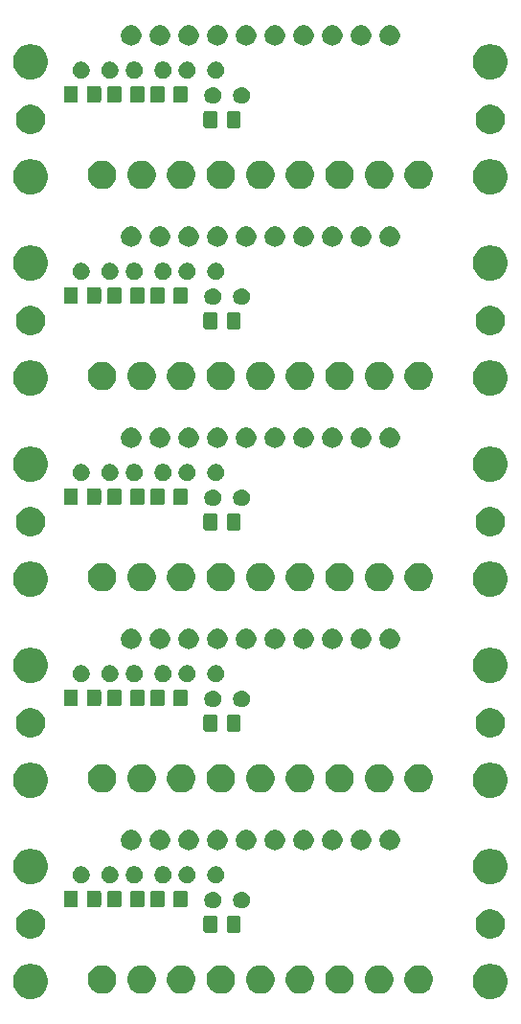
<source format=gbr>
G04 #@! TF.GenerationSoftware,KiCad,Pcbnew,5.1.5-52549c5~86~ubuntu18.04.1*
G04 #@! TF.CreationDate,2020-09-30T17:29:46-05:00*
G04 #@! TF.ProjectId,,58585858-5858-4585-9858-585858585858,rev?*
G04 #@! TF.SameCoordinates,Original*
G04 #@! TF.FileFunction,Soldermask,Top*
G04 #@! TF.FilePolarity,Negative*
%FSLAX46Y46*%
G04 Gerber Fmt 4.6, Leading zero omitted, Abs format (unit mm)*
G04 Created by KiCad (PCBNEW 5.1.5-52549c5~86~ubuntu18.04.1) date 2020-09-30 17:29:46*
%MOMM*%
%LPD*%
G04 APERTURE LIST*
%ADD10C,0.100000*%
G04 APERTURE END LIST*
D10*
G36*
X146743785Y-114490802D02*
G01*
X146893610Y-114520604D01*
X147175874Y-114637521D01*
X147429905Y-114807259D01*
X147645941Y-115023295D01*
X147815679Y-115277326D01*
X147932596Y-115559590D01*
X147992200Y-115859240D01*
X147992200Y-116164760D01*
X147932596Y-116464410D01*
X147815679Y-116746674D01*
X147645941Y-117000705D01*
X147429905Y-117216741D01*
X147175874Y-117386479D01*
X146893610Y-117503396D01*
X146743785Y-117533198D01*
X146593961Y-117563000D01*
X146288439Y-117563000D01*
X146138615Y-117533198D01*
X145988790Y-117503396D01*
X145706526Y-117386479D01*
X145452495Y-117216741D01*
X145236459Y-117000705D01*
X145066721Y-116746674D01*
X144949804Y-116464410D01*
X144890200Y-116164760D01*
X144890200Y-115859240D01*
X144949804Y-115559590D01*
X145066721Y-115277326D01*
X145236459Y-115023295D01*
X145452495Y-114807259D01*
X145706526Y-114637521D01*
X145988790Y-114520604D01*
X146138615Y-114490802D01*
X146288439Y-114461000D01*
X146593961Y-114461000D01*
X146743785Y-114490802D01*
G37*
G36*
X106103785Y-114490802D02*
G01*
X106253610Y-114520604D01*
X106535874Y-114637521D01*
X106789905Y-114807259D01*
X107005941Y-115023295D01*
X107175679Y-115277326D01*
X107292596Y-115559590D01*
X107352200Y-115859240D01*
X107352200Y-116164760D01*
X107292596Y-116464410D01*
X107175679Y-116746674D01*
X107005941Y-117000705D01*
X106789905Y-117216741D01*
X106535874Y-117386479D01*
X106253610Y-117503396D01*
X106103785Y-117533198D01*
X105953961Y-117563000D01*
X105648439Y-117563000D01*
X105498615Y-117533198D01*
X105348790Y-117503396D01*
X105066526Y-117386479D01*
X104812495Y-117216741D01*
X104596459Y-117000705D01*
X104426721Y-116746674D01*
X104309804Y-116464410D01*
X104250200Y-116164760D01*
X104250200Y-115859240D01*
X104309804Y-115559590D01*
X104426721Y-115277326D01*
X104596459Y-115023295D01*
X104812495Y-114807259D01*
X105066526Y-114637521D01*
X105348790Y-114520604D01*
X105498615Y-114490802D01*
X105648439Y-114461000D01*
X105953961Y-114461000D01*
X106103785Y-114490802D01*
G37*
G36*
X136986103Y-114621075D02*
G01*
X137213771Y-114715378D01*
X137418666Y-114852285D01*
X137592915Y-115026534D01*
X137592916Y-115026536D01*
X137729823Y-115231431D01*
X137824125Y-115459097D01*
X137844115Y-115559591D01*
X137872200Y-115700787D01*
X137872200Y-115947213D01*
X137824125Y-116188903D01*
X137729822Y-116416571D01*
X137592915Y-116621466D01*
X137418666Y-116795715D01*
X137213771Y-116932622D01*
X137213770Y-116932623D01*
X137213769Y-116932623D01*
X136986103Y-117026925D01*
X136744414Y-117075000D01*
X136497986Y-117075000D01*
X136256297Y-117026925D01*
X136028631Y-116932623D01*
X136028630Y-116932623D01*
X136028629Y-116932622D01*
X135823734Y-116795715D01*
X135649485Y-116621466D01*
X135512578Y-116416571D01*
X135418275Y-116188903D01*
X135370200Y-115947213D01*
X135370200Y-115700787D01*
X135398286Y-115559591D01*
X135418275Y-115459097D01*
X135512577Y-115231431D01*
X135649484Y-115026536D01*
X135649485Y-115026534D01*
X135823734Y-114852285D01*
X136028629Y-114715378D01*
X136256297Y-114621075D01*
X136497986Y-114573000D01*
X136744414Y-114573000D01*
X136986103Y-114621075D01*
G37*
G36*
X119486103Y-114621075D02*
G01*
X119713771Y-114715378D01*
X119918666Y-114852285D01*
X120092915Y-115026534D01*
X120092916Y-115026536D01*
X120229823Y-115231431D01*
X120324125Y-115459097D01*
X120344115Y-115559591D01*
X120372200Y-115700787D01*
X120372200Y-115947213D01*
X120324125Y-116188903D01*
X120229822Y-116416571D01*
X120092915Y-116621466D01*
X119918666Y-116795715D01*
X119713771Y-116932622D01*
X119713770Y-116932623D01*
X119713769Y-116932623D01*
X119486103Y-117026925D01*
X119244414Y-117075000D01*
X118997986Y-117075000D01*
X118756297Y-117026925D01*
X118528631Y-116932623D01*
X118528630Y-116932623D01*
X118528629Y-116932622D01*
X118323734Y-116795715D01*
X118149485Y-116621466D01*
X118012578Y-116416571D01*
X117918275Y-116188903D01*
X117870200Y-115947213D01*
X117870200Y-115700787D01*
X117898286Y-115559591D01*
X117918275Y-115459097D01*
X118012577Y-115231431D01*
X118149484Y-115026536D01*
X118149485Y-115026534D01*
X118323734Y-114852285D01*
X118528629Y-114715378D01*
X118756297Y-114621075D01*
X118997986Y-114573000D01*
X119244414Y-114573000D01*
X119486103Y-114621075D01*
G37*
G36*
X112486103Y-114621075D02*
G01*
X112713771Y-114715378D01*
X112918666Y-114852285D01*
X113092915Y-115026534D01*
X113092916Y-115026536D01*
X113229823Y-115231431D01*
X113324125Y-115459097D01*
X113344115Y-115559591D01*
X113372200Y-115700787D01*
X113372200Y-115947213D01*
X113324125Y-116188903D01*
X113229822Y-116416571D01*
X113092915Y-116621466D01*
X112918666Y-116795715D01*
X112713771Y-116932622D01*
X112713770Y-116932623D01*
X112713769Y-116932623D01*
X112486103Y-117026925D01*
X112244414Y-117075000D01*
X111997986Y-117075000D01*
X111756297Y-117026925D01*
X111528631Y-116932623D01*
X111528630Y-116932623D01*
X111528629Y-116932622D01*
X111323734Y-116795715D01*
X111149485Y-116621466D01*
X111012578Y-116416571D01*
X110918275Y-116188903D01*
X110870200Y-115947213D01*
X110870200Y-115700787D01*
X110898286Y-115559591D01*
X110918275Y-115459097D01*
X111012577Y-115231431D01*
X111149484Y-115026536D01*
X111149485Y-115026534D01*
X111323734Y-114852285D01*
X111528629Y-114715378D01*
X111756297Y-114621075D01*
X111997986Y-114573000D01*
X112244414Y-114573000D01*
X112486103Y-114621075D01*
G37*
G36*
X115986103Y-114621075D02*
G01*
X116213771Y-114715378D01*
X116418666Y-114852285D01*
X116592915Y-115026534D01*
X116592916Y-115026536D01*
X116729823Y-115231431D01*
X116824125Y-115459097D01*
X116844115Y-115559591D01*
X116872200Y-115700787D01*
X116872200Y-115947213D01*
X116824125Y-116188903D01*
X116729822Y-116416571D01*
X116592915Y-116621466D01*
X116418666Y-116795715D01*
X116213771Y-116932622D01*
X116213770Y-116932623D01*
X116213769Y-116932623D01*
X115986103Y-117026925D01*
X115744414Y-117075000D01*
X115497986Y-117075000D01*
X115256297Y-117026925D01*
X115028631Y-116932623D01*
X115028630Y-116932623D01*
X115028629Y-116932622D01*
X114823734Y-116795715D01*
X114649485Y-116621466D01*
X114512578Y-116416571D01*
X114418275Y-116188903D01*
X114370200Y-115947213D01*
X114370200Y-115700787D01*
X114398286Y-115559591D01*
X114418275Y-115459097D01*
X114512577Y-115231431D01*
X114649484Y-115026536D01*
X114649485Y-115026534D01*
X114823734Y-114852285D01*
X115028629Y-114715378D01*
X115256297Y-114621075D01*
X115497986Y-114573000D01*
X115744414Y-114573000D01*
X115986103Y-114621075D01*
G37*
G36*
X122986103Y-114621075D02*
G01*
X123213771Y-114715378D01*
X123418666Y-114852285D01*
X123592915Y-115026534D01*
X123592916Y-115026536D01*
X123729823Y-115231431D01*
X123824125Y-115459097D01*
X123844115Y-115559591D01*
X123872200Y-115700787D01*
X123872200Y-115947213D01*
X123824125Y-116188903D01*
X123729822Y-116416571D01*
X123592915Y-116621466D01*
X123418666Y-116795715D01*
X123213771Y-116932622D01*
X123213770Y-116932623D01*
X123213769Y-116932623D01*
X122986103Y-117026925D01*
X122744414Y-117075000D01*
X122497986Y-117075000D01*
X122256297Y-117026925D01*
X122028631Y-116932623D01*
X122028630Y-116932623D01*
X122028629Y-116932622D01*
X121823734Y-116795715D01*
X121649485Y-116621466D01*
X121512578Y-116416571D01*
X121418275Y-116188903D01*
X121370200Y-115947213D01*
X121370200Y-115700787D01*
X121398286Y-115559591D01*
X121418275Y-115459097D01*
X121512577Y-115231431D01*
X121649484Y-115026536D01*
X121649485Y-115026534D01*
X121823734Y-114852285D01*
X122028629Y-114715378D01*
X122256297Y-114621075D01*
X122497986Y-114573000D01*
X122744414Y-114573000D01*
X122986103Y-114621075D01*
G37*
G36*
X129986103Y-114621075D02*
G01*
X130213771Y-114715378D01*
X130418666Y-114852285D01*
X130592915Y-115026534D01*
X130592916Y-115026536D01*
X130729823Y-115231431D01*
X130824125Y-115459097D01*
X130844115Y-115559591D01*
X130872200Y-115700787D01*
X130872200Y-115947213D01*
X130824125Y-116188903D01*
X130729822Y-116416571D01*
X130592915Y-116621466D01*
X130418666Y-116795715D01*
X130213771Y-116932622D01*
X130213770Y-116932623D01*
X130213769Y-116932623D01*
X129986103Y-117026925D01*
X129744414Y-117075000D01*
X129497986Y-117075000D01*
X129256297Y-117026925D01*
X129028631Y-116932623D01*
X129028630Y-116932623D01*
X129028629Y-116932622D01*
X128823734Y-116795715D01*
X128649485Y-116621466D01*
X128512578Y-116416571D01*
X128418275Y-116188903D01*
X128370200Y-115947213D01*
X128370200Y-115700787D01*
X128398286Y-115559591D01*
X128418275Y-115459097D01*
X128512577Y-115231431D01*
X128649484Y-115026536D01*
X128649485Y-115026534D01*
X128823734Y-114852285D01*
X129028629Y-114715378D01*
X129256297Y-114621075D01*
X129497986Y-114573000D01*
X129744414Y-114573000D01*
X129986103Y-114621075D01*
G37*
G36*
X133486103Y-114621075D02*
G01*
X133713771Y-114715378D01*
X133918666Y-114852285D01*
X134092915Y-115026534D01*
X134092916Y-115026536D01*
X134229823Y-115231431D01*
X134324125Y-115459097D01*
X134344115Y-115559591D01*
X134372200Y-115700787D01*
X134372200Y-115947213D01*
X134324125Y-116188903D01*
X134229822Y-116416571D01*
X134092915Y-116621466D01*
X133918666Y-116795715D01*
X133713771Y-116932622D01*
X133713770Y-116932623D01*
X133713769Y-116932623D01*
X133486103Y-117026925D01*
X133244414Y-117075000D01*
X132997986Y-117075000D01*
X132756297Y-117026925D01*
X132528631Y-116932623D01*
X132528630Y-116932623D01*
X132528629Y-116932622D01*
X132323734Y-116795715D01*
X132149485Y-116621466D01*
X132012578Y-116416571D01*
X131918275Y-116188903D01*
X131870200Y-115947213D01*
X131870200Y-115700787D01*
X131898286Y-115559591D01*
X131918275Y-115459097D01*
X132012577Y-115231431D01*
X132149484Y-115026536D01*
X132149485Y-115026534D01*
X132323734Y-114852285D01*
X132528629Y-114715378D01*
X132756297Y-114621075D01*
X132997986Y-114573000D01*
X133244414Y-114573000D01*
X133486103Y-114621075D01*
G37*
G36*
X140486103Y-114621075D02*
G01*
X140713771Y-114715378D01*
X140918666Y-114852285D01*
X141092915Y-115026534D01*
X141092916Y-115026536D01*
X141229823Y-115231431D01*
X141324125Y-115459097D01*
X141344115Y-115559591D01*
X141372200Y-115700787D01*
X141372200Y-115947213D01*
X141324125Y-116188903D01*
X141229822Y-116416571D01*
X141092915Y-116621466D01*
X140918666Y-116795715D01*
X140713771Y-116932622D01*
X140713770Y-116932623D01*
X140713769Y-116932623D01*
X140486103Y-117026925D01*
X140244414Y-117075000D01*
X139997986Y-117075000D01*
X139756297Y-117026925D01*
X139528631Y-116932623D01*
X139528630Y-116932623D01*
X139528629Y-116932622D01*
X139323734Y-116795715D01*
X139149485Y-116621466D01*
X139012578Y-116416571D01*
X138918275Y-116188903D01*
X138870200Y-115947213D01*
X138870200Y-115700787D01*
X138898286Y-115559591D01*
X138918275Y-115459097D01*
X139012577Y-115231431D01*
X139149484Y-115026536D01*
X139149485Y-115026534D01*
X139323734Y-114852285D01*
X139528629Y-114715378D01*
X139756297Y-114621075D01*
X139997986Y-114573000D01*
X140244414Y-114573000D01*
X140486103Y-114621075D01*
G37*
G36*
X126486103Y-114621075D02*
G01*
X126713771Y-114715378D01*
X126918666Y-114852285D01*
X127092915Y-115026534D01*
X127092916Y-115026536D01*
X127229823Y-115231431D01*
X127324125Y-115459097D01*
X127344115Y-115559591D01*
X127372200Y-115700787D01*
X127372200Y-115947213D01*
X127324125Y-116188903D01*
X127229822Y-116416571D01*
X127092915Y-116621466D01*
X126918666Y-116795715D01*
X126713771Y-116932622D01*
X126713770Y-116932623D01*
X126713769Y-116932623D01*
X126486103Y-117026925D01*
X126244414Y-117075000D01*
X125997986Y-117075000D01*
X125756297Y-117026925D01*
X125528631Y-116932623D01*
X125528630Y-116932623D01*
X125528629Y-116932622D01*
X125323734Y-116795715D01*
X125149485Y-116621466D01*
X125012578Y-116416571D01*
X124918275Y-116188903D01*
X124870200Y-115947213D01*
X124870200Y-115700787D01*
X124898286Y-115559591D01*
X124918275Y-115459097D01*
X125012577Y-115231431D01*
X125149484Y-115026536D01*
X125149485Y-115026534D01*
X125323734Y-114852285D01*
X125528629Y-114715378D01*
X125756297Y-114621075D01*
X125997986Y-114573000D01*
X126244414Y-114573000D01*
X126486103Y-114621075D01*
G37*
G36*
X106180593Y-109681304D02*
G01*
X106417301Y-109779352D01*
X106417303Y-109779353D01*
X106630335Y-109921696D01*
X106811504Y-110102865D01*
X106927134Y-110275918D01*
X106953848Y-110315899D01*
X107051896Y-110552607D01*
X107101880Y-110803893D01*
X107101880Y-111060107D01*
X107051896Y-111311393D01*
X106953848Y-111548101D01*
X106953847Y-111548103D01*
X106811504Y-111761135D01*
X106630335Y-111942304D01*
X106417303Y-112084647D01*
X106417302Y-112084648D01*
X106417301Y-112084648D01*
X106180593Y-112182696D01*
X105929307Y-112232680D01*
X105673093Y-112232680D01*
X105421807Y-112182696D01*
X105185099Y-112084648D01*
X105185098Y-112084648D01*
X105185097Y-112084647D01*
X104972065Y-111942304D01*
X104790896Y-111761135D01*
X104648553Y-111548103D01*
X104648552Y-111548101D01*
X104550504Y-111311393D01*
X104500520Y-111060107D01*
X104500520Y-110803893D01*
X104550504Y-110552607D01*
X104648552Y-110315899D01*
X104675266Y-110275918D01*
X104790896Y-110102865D01*
X104972065Y-109921696D01*
X105185097Y-109779353D01*
X105185099Y-109779352D01*
X105421807Y-109681304D01*
X105673093Y-109631320D01*
X105929307Y-109631320D01*
X106180593Y-109681304D01*
G37*
G36*
X146820593Y-109681304D02*
G01*
X147057301Y-109779352D01*
X147057303Y-109779353D01*
X147270335Y-109921696D01*
X147451504Y-110102865D01*
X147567134Y-110275918D01*
X147593848Y-110315899D01*
X147691896Y-110552607D01*
X147741880Y-110803893D01*
X147741880Y-111060107D01*
X147691896Y-111311393D01*
X147593848Y-111548101D01*
X147593847Y-111548103D01*
X147451504Y-111761135D01*
X147270335Y-111942304D01*
X147057303Y-112084647D01*
X147057302Y-112084648D01*
X147057301Y-112084648D01*
X146820593Y-112182696D01*
X146569307Y-112232680D01*
X146313093Y-112232680D01*
X146061807Y-112182696D01*
X145825099Y-112084648D01*
X145825098Y-112084648D01*
X145825097Y-112084647D01*
X145612065Y-111942304D01*
X145430896Y-111761135D01*
X145288553Y-111548103D01*
X145288552Y-111548101D01*
X145190504Y-111311393D01*
X145140520Y-111060107D01*
X145140520Y-110803893D01*
X145190504Y-110552607D01*
X145288552Y-110315899D01*
X145315266Y-110275918D01*
X145430896Y-110102865D01*
X145612065Y-109921696D01*
X145825097Y-109779353D01*
X145825099Y-109779352D01*
X146061807Y-109681304D01*
X146313093Y-109631320D01*
X146569307Y-109631320D01*
X146820593Y-109681304D01*
G37*
G36*
X122171474Y-110200665D02*
G01*
X122209167Y-110212099D01*
X122243903Y-110230666D01*
X122274348Y-110255652D01*
X122299334Y-110286097D01*
X122317901Y-110320833D01*
X122329335Y-110358526D01*
X122333800Y-110403861D01*
X122333800Y-111490539D01*
X122329335Y-111535874D01*
X122317901Y-111573567D01*
X122299334Y-111608303D01*
X122274348Y-111638748D01*
X122243903Y-111663734D01*
X122209167Y-111682301D01*
X122171474Y-111693735D01*
X122126139Y-111698200D01*
X121289461Y-111698200D01*
X121244126Y-111693735D01*
X121206433Y-111682301D01*
X121171697Y-111663734D01*
X121141252Y-111638748D01*
X121116266Y-111608303D01*
X121097699Y-111573567D01*
X121086265Y-111535874D01*
X121081800Y-111490539D01*
X121081800Y-110403861D01*
X121086265Y-110358526D01*
X121097699Y-110320833D01*
X121116266Y-110286097D01*
X121141252Y-110255652D01*
X121171697Y-110230666D01*
X121206433Y-110212099D01*
X121244126Y-110200665D01*
X121289461Y-110196200D01*
X122126139Y-110196200D01*
X122171474Y-110200665D01*
G37*
G36*
X124221474Y-110200665D02*
G01*
X124259167Y-110212099D01*
X124293903Y-110230666D01*
X124324348Y-110255652D01*
X124349334Y-110286097D01*
X124367901Y-110320833D01*
X124379335Y-110358526D01*
X124383800Y-110403861D01*
X124383800Y-111490539D01*
X124379335Y-111535874D01*
X124367901Y-111573567D01*
X124349334Y-111608303D01*
X124324348Y-111638748D01*
X124293903Y-111663734D01*
X124259167Y-111682301D01*
X124221474Y-111693735D01*
X124176139Y-111698200D01*
X123339461Y-111698200D01*
X123294126Y-111693735D01*
X123256433Y-111682301D01*
X123221697Y-111663734D01*
X123191252Y-111638748D01*
X123166266Y-111608303D01*
X123147699Y-111573567D01*
X123136265Y-111535874D01*
X123131800Y-111490539D01*
X123131800Y-110403861D01*
X123136265Y-110358526D01*
X123147699Y-110320833D01*
X123166266Y-110286097D01*
X123191252Y-110255652D01*
X123221697Y-110230666D01*
X123256433Y-110212099D01*
X123294126Y-110200665D01*
X123339461Y-110196200D01*
X124176139Y-110196200D01*
X124221474Y-110200665D01*
G37*
G36*
X124679059Y-108091460D02*
G01*
X124769730Y-108129017D01*
X124815732Y-108148072D01*
X124938735Y-108230260D01*
X125043340Y-108334865D01*
X125125528Y-108457868D01*
X125182140Y-108594541D01*
X125211000Y-108739633D01*
X125211000Y-108887567D01*
X125182140Y-109032659D01*
X125125528Y-109169332D01*
X125043340Y-109292335D01*
X124938735Y-109396940D01*
X124815732Y-109479128D01*
X124815731Y-109479129D01*
X124815730Y-109479129D01*
X124679059Y-109535740D01*
X124533968Y-109564600D01*
X124386032Y-109564600D01*
X124240941Y-109535740D01*
X124104270Y-109479129D01*
X124104269Y-109479129D01*
X124104268Y-109479128D01*
X123981265Y-109396940D01*
X123876660Y-109292335D01*
X123794472Y-109169332D01*
X123737860Y-109032659D01*
X123709000Y-108887567D01*
X123709000Y-108739633D01*
X123737860Y-108594541D01*
X123794472Y-108457868D01*
X123876660Y-108334865D01*
X123981265Y-108230260D01*
X124104268Y-108148072D01*
X124150271Y-108129017D01*
X124240941Y-108091460D01*
X124386032Y-108062600D01*
X124533968Y-108062600D01*
X124679059Y-108091460D01*
G37*
G36*
X122139059Y-108091460D02*
G01*
X122229730Y-108129017D01*
X122275732Y-108148072D01*
X122398735Y-108230260D01*
X122503340Y-108334865D01*
X122585528Y-108457868D01*
X122642140Y-108594541D01*
X122671000Y-108739633D01*
X122671000Y-108887567D01*
X122642140Y-109032659D01*
X122585528Y-109169332D01*
X122503340Y-109292335D01*
X122398735Y-109396940D01*
X122275732Y-109479128D01*
X122275731Y-109479129D01*
X122275730Y-109479129D01*
X122139059Y-109535740D01*
X121993968Y-109564600D01*
X121846032Y-109564600D01*
X121700941Y-109535740D01*
X121564270Y-109479129D01*
X121564269Y-109479129D01*
X121564268Y-109479128D01*
X121441265Y-109396940D01*
X121336660Y-109292335D01*
X121254472Y-109169332D01*
X121197860Y-109032659D01*
X121169000Y-108887567D01*
X121169000Y-108739633D01*
X121197860Y-108594541D01*
X121254472Y-108457868D01*
X121336660Y-108334865D01*
X121441265Y-108230260D01*
X121564268Y-108148072D01*
X121610271Y-108129017D01*
X121700941Y-108091460D01*
X121846032Y-108062600D01*
X121993968Y-108062600D01*
X122139059Y-108091460D01*
G37*
G36*
X117472474Y-107965465D02*
G01*
X117510167Y-107976899D01*
X117544903Y-107995466D01*
X117575348Y-108020452D01*
X117600334Y-108050897D01*
X117618901Y-108085633D01*
X117630335Y-108123326D01*
X117634800Y-108168661D01*
X117634800Y-109255339D01*
X117630335Y-109300674D01*
X117618901Y-109338367D01*
X117600334Y-109373103D01*
X117575348Y-109403548D01*
X117544903Y-109428534D01*
X117510167Y-109447101D01*
X117472474Y-109458535D01*
X117427139Y-109463000D01*
X116590461Y-109463000D01*
X116545126Y-109458535D01*
X116507433Y-109447101D01*
X116472697Y-109428534D01*
X116442252Y-109403548D01*
X116417266Y-109373103D01*
X116398699Y-109338367D01*
X116387265Y-109300674D01*
X116382800Y-109255339D01*
X116382800Y-108168661D01*
X116387265Y-108123326D01*
X116398699Y-108085633D01*
X116417266Y-108050897D01*
X116442252Y-108020452D01*
X116472697Y-107995466D01*
X116507433Y-107976899D01*
X116545126Y-107965465D01*
X116590461Y-107961000D01*
X117427139Y-107961000D01*
X117472474Y-107965465D01*
G37*
G36*
X119522474Y-107965465D02*
G01*
X119560167Y-107976899D01*
X119594903Y-107995466D01*
X119625348Y-108020452D01*
X119650334Y-108050897D01*
X119668901Y-108085633D01*
X119680335Y-108123326D01*
X119684800Y-108168661D01*
X119684800Y-109255339D01*
X119680335Y-109300674D01*
X119668901Y-109338367D01*
X119650334Y-109373103D01*
X119625348Y-109403548D01*
X119594903Y-109428534D01*
X119560167Y-109447101D01*
X119522474Y-109458535D01*
X119477139Y-109463000D01*
X118640461Y-109463000D01*
X118595126Y-109458535D01*
X118557433Y-109447101D01*
X118522697Y-109428534D01*
X118492252Y-109403548D01*
X118467266Y-109373103D01*
X118448699Y-109338367D01*
X118437265Y-109300674D01*
X118432800Y-109255339D01*
X118432800Y-108168661D01*
X118437265Y-108123326D01*
X118448699Y-108085633D01*
X118467266Y-108050897D01*
X118492252Y-108020452D01*
X118522697Y-107995466D01*
X118557433Y-107976899D01*
X118595126Y-107965465D01*
X118640461Y-107961000D01*
X119477139Y-107961000D01*
X119522474Y-107965465D01*
G37*
G36*
X115712474Y-107965465D02*
G01*
X115750167Y-107976899D01*
X115784903Y-107995466D01*
X115815348Y-108020452D01*
X115840334Y-108050897D01*
X115858901Y-108085633D01*
X115870335Y-108123326D01*
X115874800Y-108168661D01*
X115874800Y-109255339D01*
X115870335Y-109300674D01*
X115858901Y-109338367D01*
X115840334Y-109373103D01*
X115815348Y-109403548D01*
X115784903Y-109428534D01*
X115750167Y-109447101D01*
X115712474Y-109458535D01*
X115667139Y-109463000D01*
X114830461Y-109463000D01*
X114785126Y-109458535D01*
X114747433Y-109447101D01*
X114712697Y-109428534D01*
X114682252Y-109403548D01*
X114657266Y-109373103D01*
X114638699Y-109338367D01*
X114627265Y-109300674D01*
X114622800Y-109255339D01*
X114622800Y-108168661D01*
X114627265Y-108123326D01*
X114638699Y-108085633D01*
X114657266Y-108050897D01*
X114682252Y-108020452D01*
X114712697Y-107995466D01*
X114747433Y-107976899D01*
X114785126Y-107965465D01*
X114830461Y-107961000D01*
X115667139Y-107961000D01*
X115712474Y-107965465D01*
G37*
G36*
X113662474Y-107965465D02*
G01*
X113700167Y-107976899D01*
X113734903Y-107995466D01*
X113765348Y-108020452D01*
X113790334Y-108050897D01*
X113808901Y-108085633D01*
X113820335Y-108123326D01*
X113824800Y-108168661D01*
X113824800Y-109255339D01*
X113820335Y-109300674D01*
X113808901Y-109338367D01*
X113790334Y-109373103D01*
X113765348Y-109403548D01*
X113734903Y-109428534D01*
X113700167Y-109447101D01*
X113662474Y-109458535D01*
X113617139Y-109463000D01*
X112780461Y-109463000D01*
X112735126Y-109458535D01*
X112697433Y-109447101D01*
X112662697Y-109428534D01*
X112632252Y-109403548D01*
X112607266Y-109373103D01*
X112588699Y-109338367D01*
X112577265Y-109300674D01*
X112572800Y-109255339D01*
X112572800Y-108168661D01*
X112577265Y-108123326D01*
X112588699Y-108085633D01*
X112607266Y-108050897D01*
X112632252Y-108020452D01*
X112662697Y-107995466D01*
X112697433Y-107976899D01*
X112735126Y-107965465D01*
X112780461Y-107961000D01*
X113617139Y-107961000D01*
X113662474Y-107965465D01*
G37*
G36*
X109827074Y-107965465D02*
G01*
X109864767Y-107976899D01*
X109899503Y-107995466D01*
X109929948Y-108020452D01*
X109954934Y-108050897D01*
X109973501Y-108085633D01*
X109984935Y-108123326D01*
X109989400Y-108168661D01*
X109989400Y-109255339D01*
X109984935Y-109300674D01*
X109973501Y-109338367D01*
X109954934Y-109373103D01*
X109929948Y-109403548D01*
X109899503Y-109428534D01*
X109864767Y-109447101D01*
X109827074Y-109458535D01*
X109781739Y-109463000D01*
X108945061Y-109463000D01*
X108899726Y-109458535D01*
X108862033Y-109447101D01*
X108827297Y-109428534D01*
X108796852Y-109403548D01*
X108771866Y-109373103D01*
X108753299Y-109338367D01*
X108741865Y-109300674D01*
X108737400Y-109255339D01*
X108737400Y-108168661D01*
X108741865Y-108123326D01*
X108753299Y-108085633D01*
X108771866Y-108050897D01*
X108796852Y-108020452D01*
X108827297Y-107995466D01*
X108862033Y-107976899D01*
X108899726Y-107965465D01*
X108945061Y-107961000D01*
X109781739Y-107961000D01*
X109827074Y-107965465D01*
G37*
G36*
X111877074Y-107965465D02*
G01*
X111914767Y-107976899D01*
X111949503Y-107995466D01*
X111979948Y-108020452D01*
X112004934Y-108050897D01*
X112023501Y-108085633D01*
X112034935Y-108123326D01*
X112039400Y-108168661D01*
X112039400Y-109255339D01*
X112034935Y-109300674D01*
X112023501Y-109338367D01*
X112004934Y-109373103D01*
X111979948Y-109403548D01*
X111949503Y-109428534D01*
X111914767Y-109447101D01*
X111877074Y-109458535D01*
X111831739Y-109463000D01*
X110995061Y-109463000D01*
X110949726Y-109458535D01*
X110912033Y-109447101D01*
X110877297Y-109428534D01*
X110846852Y-109403548D01*
X110821866Y-109373103D01*
X110803299Y-109338367D01*
X110791865Y-109300674D01*
X110787400Y-109255339D01*
X110787400Y-108168661D01*
X110791865Y-108123326D01*
X110803299Y-108085633D01*
X110821866Y-108050897D01*
X110846852Y-108020452D01*
X110877297Y-107995466D01*
X110912033Y-107976899D01*
X110949726Y-107965465D01*
X110995061Y-107961000D01*
X111831739Y-107961000D01*
X111877074Y-107965465D01*
G37*
G36*
X146743785Y-104330802D02*
G01*
X146893610Y-104360604D01*
X147175874Y-104477521D01*
X147429905Y-104647259D01*
X147645941Y-104863295D01*
X147815679Y-105117326D01*
X147932596Y-105399590D01*
X147992200Y-105699240D01*
X147992200Y-106004760D01*
X147932596Y-106304410D01*
X147815679Y-106586674D01*
X147645941Y-106840705D01*
X147429905Y-107056741D01*
X147175874Y-107226479D01*
X146893610Y-107343396D01*
X146743785Y-107373198D01*
X146593961Y-107403000D01*
X146288439Y-107403000D01*
X146138615Y-107373198D01*
X145988790Y-107343396D01*
X145706526Y-107226479D01*
X145452495Y-107056741D01*
X145236459Y-106840705D01*
X145066721Y-106586674D01*
X144949804Y-106304410D01*
X144890200Y-106004760D01*
X144890200Y-105699240D01*
X144949804Y-105399590D01*
X145066721Y-105117326D01*
X145236459Y-104863295D01*
X145452495Y-104647259D01*
X145706526Y-104477521D01*
X145988790Y-104360604D01*
X146138615Y-104330802D01*
X146288439Y-104301000D01*
X146593961Y-104301000D01*
X146743785Y-104330802D01*
G37*
G36*
X106103785Y-104330802D02*
G01*
X106253610Y-104360604D01*
X106535874Y-104477521D01*
X106789905Y-104647259D01*
X107005941Y-104863295D01*
X107175679Y-105117326D01*
X107292596Y-105399590D01*
X107352200Y-105699240D01*
X107352200Y-106004760D01*
X107292596Y-106304410D01*
X107175679Y-106586674D01*
X107005941Y-106840705D01*
X106789905Y-107056741D01*
X106535874Y-107226479D01*
X106253610Y-107343396D01*
X106103785Y-107373198D01*
X105953961Y-107403000D01*
X105648439Y-107403000D01*
X105498615Y-107373198D01*
X105348790Y-107343396D01*
X105066526Y-107226479D01*
X104812495Y-107056741D01*
X104596459Y-106840705D01*
X104426721Y-106586674D01*
X104309804Y-106304410D01*
X104250200Y-106004760D01*
X104250200Y-105699240D01*
X104309804Y-105399590D01*
X104426721Y-105117326D01*
X104596459Y-104863295D01*
X104812495Y-104647259D01*
X105066526Y-104477521D01*
X105348790Y-104360604D01*
X105498615Y-104330802D01*
X105648439Y-104301000D01*
X105953961Y-104301000D01*
X106103785Y-104330802D01*
G37*
G36*
X113045859Y-105856260D02*
G01*
X113182532Y-105912872D01*
X113305535Y-105995060D01*
X113410140Y-106099665D01*
X113492328Y-106222668D01*
X113548940Y-106359341D01*
X113577800Y-106504433D01*
X113577800Y-106652367D01*
X113548940Y-106797459D01*
X113492328Y-106934132D01*
X113410140Y-107057135D01*
X113305535Y-107161740D01*
X113182532Y-107243928D01*
X113182531Y-107243929D01*
X113182530Y-107243929D01*
X113045859Y-107300540D01*
X112900768Y-107329400D01*
X112752832Y-107329400D01*
X112607741Y-107300540D01*
X112471070Y-107243929D01*
X112471069Y-107243929D01*
X112471068Y-107243928D01*
X112348065Y-107161740D01*
X112243460Y-107057135D01*
X112161272Y-106934132D01*
X112104660Y-106797459D01*
X112075800Y-106652367D01*
X112075800Y-106504433D01*
X112104660Y-106359341D01*
X112161272Y-106222668D01*
X112243460Y-106099665D01*
X112348065Y-105995060D01*
X112471068Y-105912872D01*
X112607741Y-105856260D01*
X112752832Y-105827400D01*
X112900768Y-105827400D01*
X113045859Y-105856260D01*
G37*
G36*
X115179459Y-105856260D02*
G01*
X115316132Y-105912872D01*
X115439135Y-105995060D01*
X115543740Y-106099665D01*
X115625928Y-106222668D01*
X115682540Y-106359341D01*
X115711400Y-106504433D01*
X115711400Y-106652367D01*
X115682540Y-106797459D01*
X115625928Y-106934132D01*
X115543740Y-107057135D01*
X115439135Y-107161740D01*
X115316132Y-107243928D01*
X115316131Y-107243929D01*
X115316130Y-107243929D01*
X115179459Y-107300540D01*
X115034368Y-107329400D01*
X114886432Y-107329400D01*
X114741341Y-107300540D01*
X114604670Y-107243929D01*
X114604669Y-107243929D01*
X114604668Y-107243928D01*
X114481665Y-107161740D01*
X114377060Y-107057135D01*
X114294872Y-106934132D01*
X114238260Y-106797459D01*
X114209400Y-106652367D01*
X114209400Y-106504433D01*
X114238260Y-106359341D01*
X114294872Y-106222668D01*
X114377060Y-106099665D01*
X114481665Y-105995060D01*
X114604668Y-105912872D01*
X114741341Y-105856260D01*
X114886432Y-105827400D01*
X115034368Y-105827400D01*
X115179459Y-105856260D01*
G37*
G36*
X117719459Y-105856260D02*
G01*
X117856132Y-105912872D01*
X117979135Y-105995060D01*
X118083740Y-106099665D01*
X118165928Y-106222668D01*
X118222540Y-106359341D01*
X118251400Y-106504433D01*
X118251400Y-106652367D01*
X118222540Y-106797459D01*
X118165928Y-106934132D01*
X118083740Y-107057135D01*
X117979135Y-107161740D01*
X117856132Y-107243928D01*
X117856131Y-107243929D01*
X117856130Y-107243929D01*
X117719459Y-107300540D01*
X117574368Y-107329400D01*
X117426432Y-107329400D01*
X117281341Y-107300540D01*
X117144670Y-107243929D01*
X117144669Y-107243929D01*
X117144668Y-107243928D01*
X117021665Y-107161740D01*
X116917060Y-107057135D01*
X116834872Y-106934132D01*
X116778260Y-106797459D01*
X116749400Y-106652367D01*
X116749400Y-106504433D01*
X116778260Y-106359341D01*
X116834872Y-106222668D01*
X116917060Y-106099665D01*
X117021665Y-105995060D01*
X117144668Y-105912872D01*
X117281341Y-105856260D01*
X117426432Y-105827400D01*
X117574368Y-105827400D01*
X117719459Y-105856260D01*
G37*
G36*
X122393059Y-105856260D02*
G01*
X122529732Y-105912872D01*
X122652735Y-105995060D01*
X122757340Y-106099665D01*
X122839528Y-106222668D01*
X122896140Y-106359341D01*
X122925000Y-106504433D01*
X122925000Y-106652367D01*
X122896140Y-106797459D01*
X122839528Y-106934132D01*
X122757340Y-107057135D01*
X122652735Y-107161740D01*
X122529732Y-107243928D01*
X122529731Y-107243929D01*
X122529730Y-107243929D01*
X122393059Y-107300540D01*
X122247968Y-107329400D01*
X122100032Y-107329400D01*
X121954941Y-107300540D01*
X121818270Y-107243929D01*
X121818269Y-107243929D01*
X121818268Y-107243928D01*
X121695265Y-107161740D01*
X121590660Y-107057135D01*
X121508472Y-106934132D01*
X121451860Y-106797459D01*
X121423000Y-106652367D01*
X121423000Y-106504433D01*
X121451860Y-106359341D01*
X121508472Y-106222668D01*
X121590660Y-106099665D01*
X121695265Y-105995060D01*
X121818268Y-105912872D01*
X121954941Y-105856260D01*
X122100032Y-105827400D01*
X122247968Y-105827400D01*
X122393059Y-105856260D01*
G37*
G36*
X110505859Y-105856260D02*
G01*
X110642532Y-105912872D01*
X110765535Y-105995060D01*
X110870140Y-106099665D01*
X110952328Y-106222668D01*
X111008940Y-106359341D01*
X111037800Y-106504433D01*
X111037800Y-106652367D01*
X111008940Y-106797459D01*
X110952328Y-106934132D01*
X110870140Y-107057135D01*
X110765535Y-107161740D01*
X110642532Y-107243928D01*
X110642531Y-107243929D01*
X110642530Y-107243929D01*
X110505859Y-107300540D01*
X110360768Y-107329400D01*
X110212832Y-107329400D01*
X110067741Y-107300540D01*
X109931070Y-107243929D01*
X109931069Y-107243929D01*
X109931068Y-107243928D01*
X109808065Y-107161740D01*
X109703460Y-107057135D01*
X109621272Y-106934132D01*
X109564660Y-106797459D01*
X109535800Y-106652367D01*
X109535800Y-106504433D01*
X109564660Y-106359341D01*
X109621272Y-106222668D01*
X109703460Y-106099665D01*
X109808065Y-105995060D01*
X109931068Y-105912872D01*
X110067741Y-105856260D01*
X110212832Y-105827400D01*
X110360768Y-105827400D01*
X110505859Y-105856260D01*
G37*
G36*
X119853059Y-105856260D02*
G01*
X119989732Y-105912872D01*
X120112735Y-105995060D01*
X120217340Y-106099665D01*
X120299528Y-106222668D01*
X120356140Y-106359341D01*
X120385000Y-106504433D01*
X120385000Y-106652367D01*
X120356140Y-106797459D01*
X120299528Y-106934132D01*
X120217340Y-107057135D01*
X120112735Y-107161740D01*
X119989732Y-107243928D01*
X119989731Y-107243929D01*
X119989730Y-107243929D01*
X119853059Y-107300540D01*
X119707968Y-107329400D01*
X119560032Y-107329400D01*
X119414941Y-107300540D01*
X119278270Y-107243929D01*
X119278269Y-107243929D01*
X119278268Y-107243928D01*
X119155265Y-107161740D01*
X119050660Y-107057135D01*
X118968472Y-106934132D01*
X118911860Y-106797459D01*
X118883000Y-106652367D01*
X118883000Y-106504433D01*
X118911860Y-106359341D01*
X118968472Y-106222668D01*
X119050660Y-106099665D01*
X119155265Y-105995060D01*
X119278268Y-105912872D01*
X119414941Y-105856260D01*
X119560032Y-105827400D01*
X119707968Y-105827400D01*
X119853059Y-105856260D01*
G37*
G36*
X114804712Y-102608927D02*
G01*
X114954012Y-102638624D01*
X115117984Y-102706544D01*
X115265554Y-102805147D01*
X115391053Y-102930646D01*
X115489656Y-103078216D01*
X115557576Y-103242188D01*
X115592200Y-103416259D01*
X115592200Y-103593741D01*
X115557576Y-103767812D01*
X115489656Y-103931784D01*
X115391053Y-104079354D01*
X115265554Y-104204853D01*
X115117984Y-104303456D01*
X114954012Y-104371376D01*
X114804712Y-104401073D01*
X114779942Y-104406000D01*
X114602458Y-104406000D01*
X114577688Y-104401073D01*
X114428388Y-104371376D01*
X114264416Y-104303456D01*
X114116846Y-104204853D01*
X113991347Y-104079354D01*
X113892744Y-103931784D01*
X113824824Y-103767812D01*
X113790200Y-103593741D01*
X113790200Y-103416259D01*
X113824824Y-103242188D01*
X113892744Y-103078216D01*
X113991347Y-102930646D01*
X114116846Y-102805147D01*
X114264416Y-102706544D01*
X114428388Y-102638624D01*
X114577688Y-102608927D01*
X114602458Y-102604000D01*
X114779942Y-102604000D01*
X114804712Y-102608927D01*
G37*
G36*
X117344712Y-102608927D02*
G01*
X117494012Y-102638624D01*
X117657984Y-102706544D01*
X117805554Y-102805147D01*
X117931053Y-102930646D01*
X118029656Y-103078216D01*
X118097576Y-103242188D01*
X118132200Y-103416259D01*
X118132200Y-103593741D01*
X118097576Y-103767812D01*
X118029656Y-103931784D01*
X117931053Y-104079354D01*
X117805554Y-104204853D01*
X117657984Y-104303456D01*
X117494012Y-104371376D01*
X117344712Y-104401073D01*
X117319942Y-104406000D01*
X117142458Y-104406000D01*
X117117688Y-104401073D01*
X116968388Y-104371376D01*
X116804416Y-104303456D01*
X116656846Y-104204853D01*
X116531347Y-104079354D01*
X116432744Y-103931784D01*
X116364824Y-103767812D01*
X116330200Y-103593741D01*
X116330200Y-103416259D01*
X116364824Y-103242188D01*
X116432744Y-103078216D01*
X116531347Y-102930646D01*
X116656846Y-102805147D01*
X116804416Y-102706544D01*
X116968388Y-102638624D01*
X117117688Y-102608927D01*
X117142458Y-102604000D01*
X117319942Y-102604000D01*
X117344712Y-102608927D01*
G37*
G36*
X119884712Y-102608927D02*
G01*
X120034012Y-102638624D01*
X120197984Y-102706544D01*
X120345554Y-102805147D01*
X120471053Y-102930646D01*
X120569656Y-103078216D01*
X120637576Y-103242188D01*
X120672200Y-103416259D01*
X120672200Y-103593741D01*
X120637576Y-103767812D01*
X120569656Y-103931784D01*
X120471053Y-104079354D01*
X120345554Y-104204853D01*
X120197984Y-104303456D01*
X120034012Y-104371376D01*
X119884712Y-104401073D01*
X119859942Y-104406000D01*
X119682458Y-104406000D01*
X119657688Y-104401073D01*
X119508388Y-104371376D01*
X119344416Y-104303456D01*
X119196846Y-104204853D01*
X119071347Y-104079354D01*
X118972744Y-103931784D01*
X118904824Y-103767812D01*
X118870200Y-103593741D01*
X118870200Y-103416259D01*
X118904824Y-103242188D01*
X118972744Y-103078216D01*
X119071347Y-102930646D01*
X119196846Y-102805147D01*
X119344416Y-102706544D01*
X119508388Y-102638624D01*
X119657688Y-102608927D01*
X119682458Y-102604000D01*
X119859942Y-102604000D01*
X119884712Y-102608927D01*
G37*
G36*
X122424712Y-102608927D02*
G01*
X122574012Y-102638624D01*
X122737984Y-102706544D01*
X122885554Y-102805147D01*
X123011053Y-102930646D01*
X123109656Y-103078216D01*
X123177576Y-103242188D01*
X123212200Y-103416259D01*
X123212200Y-103593741D01*
X123177576Y-103767812D01*
X123109656Y-103931784D01*
X123011053Y-104079354D01*
X122885554Y-104204853D01*
X122737984Y-104303456D01*
X122574012Y-104371376D01*
X122424712Y-104401073D01*
X122399942Y-104406000D01*
X122222458Y-104406000D01*
X122197688Y-104401073D01*
X122048388Y-104371376D01*
X121884416Y-104303456D01*
X121736846Y-104204853D01*
X121611347Y-104079354D01*
X121512744Y-103931784D01*
X121444824Y-103767812D01*
X121410200Y-103593741D01*
X121410200Y-103416259D01*
X121444824Y-103242188D01*
X121512744Y-103078216D01*
X121611347Y-102930646D01*
X121736846Y-102805147D01*
X121884416Y-102706544D01*
X122048388Y-102638624D01*
X122197688Y-102608927D01*
X122222458Y-102604000D01*
X122399942Y-102604000D01*
X122424712Y-102608927D01*
G37*
G36*
X124964712Y-102608927D02*
G01*
X125114012Y-102638624D01*
X125277984Y-102706544D01*
X125425554Y-102805147D01*
X125551053Y-102930646D01*
X125649656Y-103078216D01*
X125717576Y-103242188D01*
X125752200Y-103416259D01*
X125752200Y-103593741D01*
X125717576Y-103767812D01*
X125649656Y-103931784D01*
X125551053Y-104079354D01*
X125425554Y-104204853D01*
X125277984Y-104303456D01*
X125114012Y-104371376D01*
X124964712Y-104401073D01*
X124939942Y-104406000D01*
X124762458Y-104406000D01*
X124737688Y-104401073D01*
X124588388Y-104371376D01*
X124424416Y-104303456D01*
X124276846Y-104204853D01*
X124151347Y-104079354D01*
X124052744Y-103931784D01*
X123984824Y-103767812D01*
X123950200Y-103593741D01*
X123950200Y-103416259D01*
X123984824Y-103242188D01*
X124052744Y-103078216D01*
X124151347Y-102930646D01*
X124276846Y-102805147D01*
X124424416Y-102706544D01*
X124588388Y-102638624D01*
X124737688Y-102608927D01*
X124762458Y-102604000D01*
X124939942Y-102604000D01*
X124964712Y-102608927D01*
G37*
G36*
X130044712Y-102608927D02*
G01*
X130194012Y-102638624D01*
X130357984Y-102706544D01*
X130505554Y-102805147D01*
X130631053Y-102930646D01*
X130729656Y-103078216D01*
X130797576Y-103242188D01*
X130832200Y-103416259D01*
X130832200Y-103593741D01*
X130797576Y-103767812D01*
X130729656Y-103931784D01*
X130631053Y-104079354D01*
X130505554Y-104204853D01*
X130357984Y-104303456D01*
X130194012Y-104371376D01*
X130044712Y-104401073D01*
X130019942Y-104406000D01*
X129842458Y-104406000D01*
X129817688Y-104401073D01*
X129668388Y-104371376D01*
X129504416Y-104303456D01*
X129356846Y-104204853D01*
X129231347Y-104079354D01*
X129132744Y-103931784D01*
X129064824Y-103767812D01*
X129030200Y-103593741D01*
X129030200Y-103416259D01*
X129064824Y-103242188D01*
X129132744Y-103078216D01*
X129231347Y-102930646D01*
X129356846Y-102805147D01*
X129504416Y-102706544D01*
X129668388Y-102638624D01*
X129817688Y-102608927D01*
X129842458Y-102604000D01*
X130019942Y-102604000D01*
X130044712Y-102608927D01*
G37*
G36*
X135124712Y-102608927D02*
G01*
X135274012Y-102638624D01*
X135437984Y-102706544D01*
X135585554Y-102805147D01*
X135711053Y-102930646D01*
X135809656Y-103078216D01*
X135877576Y-103242188D01*
X135912200Y-103416259D01*
X135912200Y-103593741D01*
X135877576Y-103767812D01*
X135809656Y-103931784D01*
X135711053Y-104079354D01*
X135585554Y-104204853D01*
X135437984Y-104303456D01*
X135274012Y-104371376D01*
X135124712Y-104401073D01*
X135099942Y-104406000D01*
X134922458Y-104406000D01*
X134897688Y-104401073D01*
X134748388Y-104371376D01*
X134584416Y-104303456D01*
X134436846Y-104204853D01*
X134311347Y-104079354D01*
X134212744Y-103931784D01*
X134144824Y-103767812D01*
X134110200Y-103593741D01*
X134110200Y-103416259D01*
X134144824Y-103242188D01*
X134212744Y-103078216D01*
X134311347Y-102930646D01*
X134436846Y-102805147D01*
X134584416Y-102706544D01*
X134748388Y-102638624D01*
X134897688Y-102608927D01*
X134922458Y-102604000D01*
X135099942Y-102604000D01*
X135124712Y-102608927D01*
G37*
G36*
X137664712Y-102608927D02*
G01*
X137814012Y-102638624D01*
X137977984Y-102706544D01*
X138125554Y-102805147D01*
X138251053Y-102930646D01*
X138349656Y-103078216D01*
X138417576Y-103242188D01*
X138452200Y-103416259D01*
X138452200Y-103593741D01*
X138417576Y-103767812D01*
X138349656Y-103931784D01*
X138251053Y-104079354D01*
X138125554Y-104204853D01*
X137977984Y-104303456D01*
X137814012Y-104371376D01*
X137664712Y-104401073D01*
X137639942Y-104406000D01*
X137462458Y-104406000D01*
X137437688Y-104401073D01*
X137288388Y-104371376D01*
X137124416Y-104303456D01*
X136976846Y-104204853D01*
X136851347Y-104079354D01*
X136752744Y-103931784D01*
X136684824Y-103767812D01*
X136650200Y-103593741D01*
X136650200Y-103416259D01*
X136684824Y-103242188D01*
X136752744Y-103078216D01*
X136851347Y-102930646D01*
X136976846Y-102805147D01*
X137124416Y-102706544D01*
X137288388Y-102638624D01*
X137437688Y-102608927D01*
X137462458Y-102604000D01*
X137639942Y-102604000D01*
X137664712Y-102608927D01*
G37*
G36*
X132584712Y-102608927D02*
G01*
X132734012Y-102638624D01*
X132897984Y-102706544D01*
X133045554Y-102805147D01*
X133171053Y-102930646D01*
X133269656Y-103078216D01*
X133337576Y-103242188D01*
X133372200Y-103416259D01*
X133372200Y-103593741D01*
X133337576Y-103767812D01*
X133269656Y-103931784D01*
X133171053Y-104079354D01*
X133045554Y-104204853D01*
X132897984Y-104303456D01*
X132734012Y-104371376D01*
X132584712Y-104401073D01*
X132559942Y-104406000D01*
X132382458Y-104406000D01*
X132357688Y-104401073D01*
X132208388Y-104371376D01*
X132044416Y-104303456D01*
X131896846Y-104204853D01*
X131771347Y-104079354D01*
X131672744Y-103931784D01*
X131604824Y-103767812D01*
X131570200Y-103593741D01*
X131570200Y-103416259D01*
X131604824Y-103242188D01*
X131672744Y-103078216D01*
X131771347Y-102930646D01*
X131896846Y-102805147D01*
X132044416Y-102706544D01*
X132208388Y-102638624D01*
X132357688Y-102608927D01*
X132382458Y-102604000D01*
X132559942Y-102604000D01*
X132584712Y-102608927D01*
G37*
G36*
X127504712Y-102608927D02*
G01*
X127654012Y-102638624D01*
X127817984Y-102706544D01*
X127965554Y-102805147D01*
X128091053Y-102930646D01*
X128189656Y-103078216D01*
X128257576Y-103242188D01*
X128292200Y-103416259D01*
X128292200Y-103593741D01*
X128257576Y-103767812D01*
X128189656Y-103931784D01*
X128091053Y-104079354D01*
X127965554Y-104204853D01*
X127817984Y-104303456D01*
X127654012Y-104371376D01*
X127504712Y-104401073D01*
X127479942Y-104406000D01*
X127302458Y-104406000D01*
X127277688Y-104401073D01*
X127128388Y-104371376D01*
X126964416Y-104303456D01*
X126816846Y-104204853D01*
X126691347Y-104079354D01*
X126592744Y-103931784D01*
X126524824Y-103767812D01*
X126490200Y-103593741D01*
X126490200Y-103416259D01*
X126524824Y-103242188D01*
X126592744Y-103078216D01*
X126691347Y-102930646D01*
X126816846Y-102805147D01*
X126964416Y-102706544D01*
X127128388Y-102638624D01*
X127277688Y-102608927D01*
X127302458Y-102604000D01*
X127479942Y-102604000D01*
X127504712Y-102608927D01*
G37*
G36*
X106103785Y-96710802D02*
G01*
X106253610Y-96740604D01*
X106535874Y-96857521D01*
X106789905Y-97027259D01*
X107005941Y-97243295D01*
X107175679Y-97497326D01*
X107292596Y-97779590D01*
X107352200Y-98079240D01*
X107352200Y-98384760D01*
X107292596Y-98684410D01*
X107175679Y-98966674D01*
X107005941Y-99220705D01*
X106789905Y-99436741D01*
X106535874Y-99606479D01*
X106253610Y-99723396D01*
X106103785Y-99753198D01*
X105953961Y-99783000D01*
X105648439Y-99783000D01*
X105498615Y-99753198D01*
X105348790Y-99723396D01*
X105066526Y-99606479D01*
X104812495Y-99436741D01*
X104596459Y-99220705D01*
X104426721Y-98966674D01*
X104309804Y-98684410D01*
X104250200Y-98384760D01*
X104250200Y-98079240D01*
X104309804Y-97779590D01*
X104426721Y-97497326D01*
X104596459Y-97243295D01*
X104812495Y-97027259D01*
X105066526Y-96857521D01*
X105348790Y-96740604D01*
X105498615Y-96710802D01*
X105648439Y-96681000D01*
X105953961Y-96681000D01*
X106103785Y-96710802D01*
G37*
G36*
X146743785Y-96710802D02*
G01*
X146893610Y-96740604D01*
X147175874Y-96857521D01*
X147429905Y-97027259D01*
X147645941Y-97243295D01*
X147815679Y-97497326D01*
X147932596Y-97779590D01*
X147992200Y-98079240D01*
X147992200Y-98384760D01*
X147932596Y-98684410D01*
X147815679Y-98966674D01*
X147645941Y-99220705D01*
X147429905Y-99436741D01*
X147175874Y-99606479D01*
X146893610Y-99723396D01*
X146743785Y-99753198D01*
X146593961Y-99783000D01*
X146288439Y-99783000D01*
X146138615Y-99753198D01*
X145988790Y-99723396D01*
X145706526Y-99606479D01*
X145452495Y-99436741D01*
X145236459Y-99220705D01*
X145066721Y-98966674D01*
X144949804Y-98684410D01*
X144890200Y-98384760D01*
X144890200Y-98079240D01*
X144949804Y-97779590D01*
X145066721Y-97497326D01*
X145236459Y-97243295D01*
X145452495Y-97027259D01*
X145706526Y-96857521D01*
X145988790Y-96740604D01*
X146138615Y-96710802D01*
X146288439Y-96681000D01*
X146593961Y-96681000D01*
X146743785Y-96710802D01*
G37*
G36*
X136986103Y-96841075D02*
G01*
X137213771Y-96935378D01*
X137418666Y-97072285D01*
X137592915Y-97246534D01*
X137592916Y-97246536D01*
X137729823Y-97451431D01*
X137824125Y-97679097D01*
X137844115Y-97779591D01*
X137872200Y-97920787D01*
X137872200Y-98167213D01*
X137824125Y-98408903D01*
X137729822Y-98636571D01*
X137592915Y-98841466D01*
X137418666Y-99015715D01*
X137213771Y-99152622D01*
X137213770Y-99152623D01*
X137213769Y-99152623D01*
X136986103Y-99246925D01*
X136744414Y-99295000D01*
X136497986Y-99295000D01*
X136256297Y-99246925D01*
X136028631Y-99152623D01*
X136028630Y-99152623D01*
X136028629Y-99152622D01*
X135823734Y-99015715D01*
X135649485Y-98841466D01*
X135512578Y-98636571D01*
X135418275Y-98408903D01*
X135370200Y-98167213D01*
X135370200Y-97920787D01*
X135398286Y-97779591D01*
X135418275Y-97679097D01*
X135512577Y-97451431D01*
X135649484Y-97246536D01*
X135649485Y-97246534D01*
X135823734Y-97072285D01*
X136028629Y-96935378D01*
X136256297Y-96841075D01*
X136497986Y-96793000D01*
X136744414Y-96793000D01*
X136986103Y-96841075D01*
G37*
G36*
X112486103Y-96841075D02*
G01*
X112713771Y-96935378D01*
X112918666Y-97072285D01*
X113092915Y-97246534D01*
X113092916Y-97246536D01*
X113229823Y-97451431D01*
X113324125Y-97679097D01*
X113344115Y-97779591D01*
X113372200Y-97920787D01*
X113372200Y-98167213D01*
X113324125Y-98408903D01*
X113229822Y-98636571D01*
X113092915Y-98841466D01*
X112918666Y-99015715D01*
X112713771Y-99152622D01*
X112713770Y-99152623D01*
X112713769Y-99152623D01*
X112486103Y-99246925D01*
X112244414Y-99295000D01*
X111997986Y-99295000D01*
X111756297Y-99246925D01*
X111528631Y-99152623D01*
X111528630Y-99152623D01*
X111528629Y-99152622D01*
X111323734Y-99015715D01*
X111149485Y-98841466D01*
X111012578Y-98636571D01*
X110918275Y-98408903D01*
X110870200Y-98167213D01*
X110870200Y-97920787D01*
X110898286Y-97779591D01*
X110918275Y-97679097D01*
X111012577Y-97451431D01*
X111149484Y-97246536D01*
X111149485Y-97246534D01*
X111323734Y-97072285D01*
X111528629Y-96935378D01*
X111756297Y-96841075D01*
X111997986Y-96793000D01*
X112244414Y-96793000D01*
X112486103Y-96841075D01*
G37*
G36*
X119486103Y-96841075D02*
G01*
X119713771Y-96935378D01*
X119918666Y-97072285D01*
X120092915Y-97246534D01*
X120092916Y-97246536D01*
X120229823Y-97451431D01*
X120324125Y-97679097D01*
X120344115Y-97779591D01*
X120372200Y-97920787D01*
X120372200Y-98167213D01*
X120324125Y-98408903D01*
X120229822Y-98636571D01*
X120092915Y-98841466D01*
X119918666Y-99015715D01*
X119713771Y-99152622D01*
X119713770Y-99152623D01*
X119713769Y-99152623D01*
X119486103Y-99246925D01*
X119244414Y-99295000D01*
X118997986Y-99295000D01*
X118756297Y-99246925D01*
X118528631Y-99152623D01*
X118528630Y-99152623D01*
X118528629Y-99152622D01*
X118323734Y-99015715D01*
X118149485Y-98841466D01*
X118012578Y-98636571D01*
X117918275Y-98408903D01*
X117870200Y-98167213D01*
X117870200Y-97920787D01*
X117898286Y-97779591D01*
X117918275Y-97679097D01*
X118012577Y-97451431D01*
X118149484Y-97246536D01*
X118149485Y-97246534D01*
X118323734Y-97072285D01*
X118528629Y-96935378D01*
X118756297Y-96841075D01*
X118997986Y-96793000D01*
X119244414Y-96793000D01*
X119486103Y-96841075D01*
G37*
G36*
X122986103Y-96841075D02*
G01*
X123213771Y-96935378D01*
X123418666Y-97072285D01*
X123592915Y-97246534D01*
X123592916Y-97246536D01*
X123729823Y-97451431D01*
X123824125Y-97679097D01*
X123844115Y-97779591D01*
X123872200Y-97920787D01*
X123872200Y-98167213D01*
X123824125Y-98408903D01*
X123729822Y-98636571D01*
X123592915Y-98841466D01*
X123418666Y-99015715D01*
X123213771Y-99152622D01*
X123213770Y-99152623D01*
X123213769Y-99152623D01*
X122986103Y-99246925D01*
X122744414Y-99295000D01*
X122497986Y-99295000D01*
X122256297Y-99246925D01*
X122028631Y-99152623D01*
X122028630Y-99152623D01*
X122028629Y-99152622D01*
X121823734Y-99015715D01*
X121649485Y-98841466D01*
X121512578Y-98636571D01*
X121418275Y-98408903D01*
X121370200Y-98167213D01*
X121370200Y-97920787D01*
X121398286Y-97779591D01*
X121418275Y-97679097D01*
X121512577Y-97451431D01*
X121649484Y-97246536D01*
X121649485Y-97246534D01*
X121823734Y-97072285D01*
X122028629Y-96935378D01*
X122256297Y-96841075D01*
X122497986Y-96793000D01*
X122744414Y-96793000D01*
X122986103Y-96841075D01*
G37*
G36*
X126486103Y-96841075D02*
G01*
X126713771Y-96935378D01*
X126918666Y-97072285D01*
X127092915Y-97246534D01*
X127092916Y-97246536D01*
X127229823Y-97451431D01*
X127324125Y-97679097D01*
X127344115Y-97779591D01*
X127372200Y-97920787D01*
X127372200Y-98167213D01*
X127324125Y-98408903D01*
X127229822Y-98636571D01*
X127092915Y-98841466D01*
X126918666Y-99015715D01*
X126713771Y-99152622D01*
X126713770Y-99152623D01*
X126713769Y-99152623D01*
X126486103Y-99246925D01*
X126244414Y-99295000D01*
X125997986Y-99295000D01*
X125756297Y-99246925D01*
X125528631Y-99152623D01*
X125528630Y-99152623D01*
X125528629Y-99152622D01*
X125323734Y-99015715D01*
X125149485Y-98841466D01*
X125012578Y-98636571D01*
X124918275Y-98408903D01*
X124870200Y-98167213D01*
X124870200Y-97920787D01*
X124898286Y-97779591D01*
X124918275Y-97679097D01*
X125012577Y-97451431D01*
X125149484Y-97246536D01*
X125149485Y-97246534D01*
X125323734Y-97072285D01*
X125528629Y-96935378D01*
X125756297Y-96841075D01*
X125997986Y-96793000D01*
X126244414Y-96793000D01*
X126486103Y-96841075D01*
G37*
G36*
X129986103Y-96841075D02*
G01*
X130213771Y-96935378D01*
X130418666Y-97072285D01*
X130592915Y-97246534D01*
X130592916Y-97246536D01*
X130729823Y-97451431D01*
X130824125Y-97679097D01*
X130844115Y-97779591D01*
X130872200Y-97920787D01*
X130872200Y-98167213D01*
X130824125Y-98408903D01*
X130729822Y-98636571D01*
X130592915Y-98841466D01*
X130418666Y-99015715D01*
X130213771Y-99152622D01*
X130213770Y-99152623D01*
X130213769Y-99152623D01*
X129986103Y-99246925D01*
X129744414Y-99295000D01*
X129497986Y-99295000D01*
X129256297Y-99246925D01*
X129028631Y-99152623D01*
X129028630Y-99152623D01*
X129028629Y-99152622D01*
X128823734Y-99015715D01*
X128649485Y-98841466D01*
X128512578Y-98636571D01*
X128418275Y-98408903D01*
X128370200Y-98167213D01*
X128370200Y-97920787D01*
X128398286Y-97779591D01*
X128418275Y-97679097D01*
X128512577Y-97451431D01*
X128649484Y-97246536D01*
X128649485Y-97246534D01*
X128823734Y-97072285D01*
X129028629Y-96935378D01*
X129256297Y-96841075D01*
X129497986Y-96793000D01*
X129744414Y-96793000D01*
X129986103Y-96841075D01*
G37*
G36*
X115986103Y-96841075D02*
G01*
X116213771Y-96935378D01*
X116418666Y-97072285D01*
X116592915Y-97246534D01*
X116592916Y-97246536D01*
X116729823Y-97451431D01*
X116824125Y-97679097D01*
X116844115Y-97779591D01*
X116872200Y-97920787D01*
X116872200Y-98167213D01*
X116824125Y-98408903D01*
X116729822Y-98636571D01*
X116592915Y-98841466D01*
X116418666Y-99015715D01*
X116213771Y-99152622D01*
X116213770Y-99152623D01*
X116213769Y-99152623D01*
X115986103Y-99246925D01*
X115744414Y-99295000D01*
X115497986Y-99295000D01*
X115256297Y-99246925D01*
X115028631Y-99152623D01*
X115028630Y-99152623D01*
X115028629Y-99152622D01*
X114823734Y-99015715D01*
X114649485Y-98841466D01*
X114512578Y-98636571D01*
X114418275Y-98408903D01*
X114370200Y-98167213D01*
X114370200Y-97920787D01*
X114398286Y-97779591D01*
X114418275Y-97679097D01*
X114512577Y-97451431D01*
X114649484Y-97246536D01*
X114649485Y-97246534D01*
X114823734Y-97072285D01*
X115028629Y-96935378D01*
X115256297Y-96841075D01*
X115497986Y-96793000D01*
X115744414Y-96793000D01*
X115986103Y-96841075D01*
G37*
G36*
X133486103Y-96841075D02*
G01*
X133713771Y-96935378D01*
X133918666Y-97072285D01*
X134092915Y-97246534D01*
X134092916Y-97246536D01*
X134229823Y-97451431D01*
X134324125Y-97679097D01*
X134344115Y-97779591D01*
X134372200Y-97920787D01*
X134372200Y-98167213D01*
X134324125Y-98408903D01*
X134229822Y-98636571D01*
X134092915Y-98841466D01*
X133918666Y-99015715D01*
X133713771Y-99152622D01*
X133713770Y-99152623D01*
X133713769Y-99152623D01*
X133486103Y-99246925D01*
X133244414Y-99295000D01*
X132997986Y-99295000D01*
X132756297Y-99246925D01*
X132528631Y-99152623D01*
X132528630Y-99152623D01*
X132528629Y-99152622D01*
X132323734Y-99015715D01*
X132149485Y-98841466D01*
X132012578Y-98636571D01*
X131918275Y-98408903D01*
X131870200Y-98167213D01*
X131870200Y-97920787D01*
X131898286Y-97779591D01*
X131918275Y-97679097D01*
X132012577Y-97451431D01*
X132149484Y-97246536D01*
X132149485Y-97246534D01*
X132323734Y-97072285D01*
X132528629Y-96935378D01*
X132756297Y-96841075D01*
X132997986Y-96793000D01*
X133244414Y-96793000D01*
X133486103Y-96841075D01*
G37*
G36*
X140486103Y-96841075D02*
G01*
X140713771Y-96935378D01*
X140918666Y-97072285D01*
X141092915Y-97246534D01*
X141092916Y-97246536D01*
X141229823Y-97451431D01*
X141324125Y-97679097D01*
X141344115Y-97779591D01*
X141372200Y-97920787D01*
X141372200Y-98167213D01*
X141324125Y-98408903D01*
X141229822Y-98636571D01*
X141092915Y-98841466D01*
X140918666Y-99015715D01*
X140713771Y-99152622D01*
X140713770Y-99152623D01*
X140713769Y-99152623D01*
X140486103Y-99246925D01*
X140244414Y-99295000D01*
X139997986Y-99295000D01*
X139756297Y-99246925D01*
X139528631Y-99152623D01*
X139528630Y-99152623D01*
X139528629Y-99152622D01*
X139323734Y-99015715D01*
X139149485Y-98841466D01*
X139012578Y-98636571D01*
X138918275Y-98408903D01*
X138870200Y-98167213D01*
X138870200Y-97920787D01*
X138898286Y-97779591D01*
X138918275Y-97679097D01*
X139012577Y-97451431D01*
X139149484Y-97246536D01*
X139149485Y-97246534D01*
X139323734Y-97072285D01*
X139528629Y-96935378D01*
X139756297Y-96841075D01*
X139997986Y-96793000D01*
X140244414Y-96793000D01*
X140486103Y-96841075D01*
G37*
G36*
X146820593Y-91901304D02*
G01*
X147057301Y-91999352D01*
X147057303Y-91999353D01*
X147270335Y-92141696D01*
X147451504Y-92322865D01*
X147567134Y-92495918D01*
X147593848Y-92535899D01*
X147691896Y-92772607D01*
X147741880Y-93023893D01*
X147741880Y-93280107D01*
X147691896Y-93531393D01*
X147593848Y-93768101D01*
X147593847Y-93768103D01*
X147451504Y-93981135D01*
X147270335Y-94162304D01*
X147057303Y-94304647D01*
X147057302Y-94304648D01*
X147057301Y-94304648D01*
X146820593Y-94402696D01*
X146569307Y-94452680D01*
X146313093Y-94452680D01*
X146061807Y-94402696D01*
X145825099Y-94304648D01*
X145825098Y-94304648D01*
X145825097Y-94304647D01*
X145612065Y-94162304D01*
X145430896Y-93981135D01*
X145288553Y-93768103D01*
X145288552Y-93768101D01*
X145190504Y-93531393D01*
X145140520Y-93280107D01*
X145140520Y-93023893D01*
X145190504Y-92772607D01*
X145288552Y-92535899D01*
X145315266Y-92495918D01*
X145430896Y-92322865D01*
X145612065Y-92141696D01*
X145825097Y-91999353D01*
X145825099Y-91999352D01*
X146061807Y-91901304D01*
X146313093Y-91851320D01*
X146569307Y-91851320D01*
X146820593Y-91901304D01*
G37*
G36*
X106180593Y-91901304D02*
G01*
X106417301Y-91999352D01*
X106417303Y-91999353D01*
X106630335Y-92141696D01*
X106811504Y-92322865D01*
X106927134Y-92495918D01*
X106953848Y-92535899D01*
X107051896Y-92772607D01*
X107101880Y-93023893D01*
X107101880Y-93280107D01*
X107051896Y-93531393D01*
X106953848Y-93768101D01*
X106953847Y-93768103D01*
X106811504Y-93981135D01*
X106630335Y-94162304D01*
X106417303Y-94304647D01*
X106417302Y-94304648D01*
X106417301Y-94304648D01*
X106180593Y-94402696D01*
X105929307Y-94452680D01*
X105673093Y-94452680D01*
X105421807Y-94402696D01*
X105185099Y-94304648D01*
X105185098Y-94304648D01*
X105185097Y-94304647D01*
X104972065Y-94162304D01*
X104790896Y-93981135D01*
X104648553Y-93768103D01*
X104648552Y-93768101D01*
X104550504Y-93531393D01*
X104500520Y-93280107D01*
X104500520Y-93023893D01*
X104550504Y-92772607D01*
X104648552Y-92535899D01*
X104675266Y-92495918D01*
X104790896Y-92322865D01*
X104972065Y-92141696D01*
X105185097Y-91999353D01*
X105185099Y-91999352D01*
X105421807Y-91901304D01*
X105673093Y-91851320D01*
X105929307Y-91851320D01*
X106180593Y-91901304D01*
G37*
G36*
X122171474Y-92420665D02*
G01*
X122209167Y-92432099D01*
X122243903Y-92450666D01*
X122274348Y-92475652D01*
X122299334Y-92506097D01*
X122317901Y-92540833D01*
X122329335Y-92578526D01*
X122333800Y-92623861D01*
X122333800Y-93710539D01*
X122329335Y-93755874D01*
X122317901Y-93793567D01*
X122299334Y-93828303D01*
X122274348Y-93858748D01*
X122243903Y-93883734D01*
X122209167Y-93902301D01*
X122171474Y-93913735D01*
X122126139Y-93918200D01*
X121289461Y-93918200D01*
X121244126Y-93913735D01*
X121206433Y-93902301D01*
X121171697Y-93883734D01*
X121141252Y-93858748D01*
X121116266Y-93828303D01*
X121097699Y-93793567D01*
X121086265Y-93755874D01*
X121081800Y-93710539D01*
X121081800Y-92623861D01*
X121086265Y-92578526D01*
X121097699Y-92540833D01*
X121116266Y-92506097D01*
X121141252Y-92475652D01*
X121171697Y-92450666D01*
X121206433Y-92432099D01*
X121244126Y-92420665D01*
X121289461Y-92416200D01*
X122126139Y-92416200D01*
X122171474Y-92420665D01*
G37*
G36*
X124221474Y-92420665D02*
G01*
X124259167Y-92432099D01*
X124293903Y-92450666D01*
X124324348Y-92475652D01*
X124349334Y-92506097D01*
X124367901Y-92540833D01*
X124379335Y-92578526D01*
X124383800Y-92623861D01*
X124383800Y-93710539D01*
X124379335Y-93755874D01*
X124367901Y-93793567D01*
X124349334Y-93828303D01*
X124324348Y-93858748D01*
X124293903Y-93883734D01*
X124259167Y-93902301D01*
X124221474Y-93913735D01*
X124176139Y-93918200D01*
X123339461Y-93918200D01*
X123294126Y-93913735D01*
X123256433Y-93902301D01*
X123221697Y-93883734D01*
X123191252Y-93858748D01*
X123166266Y-93828303D01*
X123147699Y-93793567D01*
X123136265Y-93755874D01*
X123131800Y-93710539D01*
X123131800Y-92623861D01*
X123136265Y-92578526D01*
X123147699Y-92540833D01*
X123166266Y-92506097D01*
X123191252Y-92475652D01*
X123221697Y-92450666D01*
X123256433Y-92432099D01*
X123294126Y-92420665D01*
X123339461Y-92416200D01*
X124176139Y-92416200D01*
X124221474Y-92420665D01*
G37*
G36*
X124679059Y-90311460D02*
G01*
X124769730Y-90349017D01*
X124815732Y-90368072D01*
X124938735Y-90450260D01*
X125043340Y-90554865D01*
X125125528Y-90677868D01*
X125182140Y-90814541D01*
X125211000Y-90959633D01*
X125211000Y-91107567D01*
X125182140Y-91252659D01*
X125125528Y-91389332D01*
X125043340Y-91512335D01*
X124938735Y-91616940D01*
X124815732Y-91699128D01*
X124815731Y-91699129D01*
X124815730Y-91699129D01*
X124679059Y-91755740D01*
X124533968Y-91784600D01*
X124386032Y-91784600D01*
X124240941Y-91755740D01*
X124104270Y-91699129D01*
X124104269Y-91699129D01*
X124104268Y-91699128D01*
X123981265Y-91616940D01*
X123876660Y-91512335D01*
X123794472Y-91389332D01*
X123737860Y-91252659D01*
X123709000Y-91107567D01*
X123709000Y-90959633D01*
X123737860Y-90814541D01*
X123794472Y-90677868D01*
X123876660Y-90554865D01*
X123981265Y-90450260D01*
X124104268Y-90368072D01*
X124150271Y-90349017D01*
X124240941Y-90311460D01*
X124386032Y-90282600D01*
X124533968Y-90282600D01*
X124679059Y-90311460D01*
G37*
G36*
X122139059Y-90311460D02*
G01*
X122229730Y-90349017D01*
X122275732Y-90368072D01*
X122398735Y-90450260D01*
X122503340Y-90554865D01*
X122585528Y-90677868D01*
X122642140Y-90814541D01*
X122671000Y-90959633D01*
X122671000Y-91107567D01*
X122642140Y-91252659D01*
X122585528Y-91389332D01*
X122503340Y-91512335D01*
X122398735Y-91616940D01*
X122275732Y-91699128D01*
X122275731Y-91699129D01*
X122275730Y-91699129D01*
X122139059Y-91755740D01*
X121993968Y-91784600D01*
X121846032Y-91784600D01*
X121700941Y-91755740D01*
X121564270Y-91699129D01*
X121564269Y-91699129D01*
X121564268Y-91699128D01*
X121441265Y-91616940D01*
X121336660Y-91512335D01*
X121254472Y-91389332D01*
X121197860Y-91252659D01*
X121169000Y-91107567D01*
X121169000Y-90959633D01*
X121197860Y-90814541D01*
X121254472Y-90677868D01*
X121336660Y-90554865D01*
X121441265Y-90450260D01*
X121564268Y-90368072D01*
X121610271Y-90349017D01*
X121700941Y-90311460D01*
X121846032Y-90282600D01*
X121993968Y-90282600D01*
X122139059Y-90311460D01*
G37*
G36*
X117472474Y-90185465D02*
G01*
X117510167Y-90196899D01*
X117544903Y-90215466D01*
X117575348Y-90240452D01*
X117600334Y-90270897D01*
X117618901Y-90305633D01*
X117630335Y-90343326D01*
X117634800Y-90388661D01*
X117634800Y-91475339D01*
X117630335Y-91520674D01*
X117618901Y-91558367D01*
X117600334Y-91593103D01*
X117575348Y-91623548D01*
X117544903Y-91648534D01*
X117510167Y-91667101D01*
X117472474Y-91678535D01*
X117427139Y-91683000D01*
X116590461Y-91683000D01*
X116545126Y-91678535D01*
X116507433Y-91667101D01*
X116472697Y-91648534D01*
X116442252Y-91623548D01*
X116417266Y-91593103D01*
X116398699Y-91558367D01*
X116387265Y-91520674D01*
X116382800Y-91475339D01*
X116382800Y-90388661D01*
X116387265Y-90343326D01*
X116398699Y-90305633D01*
X116417266Y-90270897D01*
X116442252Y-90240452D01*
X116472697Y-90215466D01*
X116507433Y-90196899D01*
X116545126Y-90185465D01*
X116590461Y-90181000D01*
X117427139Y-90181000D01*
X117472474Y-90185465D01*
G37*
G36*
X119522474Y-90185465D02*
G01*
X119560167Y-90196899D01*
X119594903Y-90215466D01*
X119625348Y-90240452D01*
X119650334Y-90270897D01*
X119668901Y-90305633D01*
X119680335Y-90343326D01*
X119684800Y-90388661D01*
X119684800Y-91475339D01*
X119680335Y-91520674D01*
X119668901Y-91558367D01*
X119650334Y-91593103D01*
X119625348Y-91623548D01*
X119594903Y-91648534D01*
X119560167Y-91667101D01*
X119522474Y-91678535D01*
X119477139Y-91683000D01*
X118640461Y-91683000D01*
X118595126Y-91678535D01*
X118557433Y-91667101D01*
X118522697Y-91648534D01*
X118492252Y-91623548D01*
X118467266Y-91593103D01*
X118448699Y-91558367D01*
X118437265Y-91520674D01*
X118432800Y-91475339D01*
X118432800Y-90388661D01*
X118437265Y-90343326D01*
X118448699Y-90305633D01*
X118467266Y-90270897D01*
X118492252Y-90240452D01*
X118522697Y-90215466D01*
X118557433Y-90196899D01*
X118595126Y-90185465D01*
X118640461Y-90181000D01*
X119477139Y-90181000D01*
X119522474Y-90185465D01*
G37*
G36*
X113662474Y-90185465D02*
G01*
X113700167Y-90196899D01*
X113734903Y-90215466D01*
X113765348Y-90240452D01*
X113790334Y-90270897D01*
X113808901Y-90305633D01*
X113820335Y-90343326D01*
X113824800Y-90388661D01*
X113824800Y-91475339D01*
X113820335Y-91520674D01*
X113808901Y-91558367D01*
X113790334Y-91593103D01*
X113765348Y-91623548D01*
X113734903Y-91648534D01*
X113700167Y-91667101D01*
X113662474Y-91678535D01*
X113617139Y-91683000D01*
X112780461Y-91683000D01*
X112735126Y-91678535D01*
X112697433Y-91667101D01*
X112662697Y-91648534D01*
X112632252Y-91623548D01*
X112607266Y-91593103D01*
X112588699Y-91558367D01*
X112577265Y-91520674D01*
X112572800Y-91475339D01*
X112572800Y-90388661D01*
X112577265Y-90343326D01*
X112588699Y-90305633D01*
X112607266Y-90270897D01*
X112632252Y-90240452D01*
X112662697Y-90215466D01*
X112697433Y-90196899D01*
X112735126Y-90185465D01*
X112780461Y-90181000D01*
X113617139Y-90181000D01*
X113662474Y-90185465D01*
G37*
G36*
X111877074Y-90185465D02*
G01*
X111914767Y-90196899D01*
X111949503Y-90215466D01*
X111979948Y-90240452D01*
X112004934Y-90270897D01*
X112023501Y-90305633D01*
X112034935Y-90343326D01*
X112039400Y-90388661D01*
X112039400Y-91475339D01*
X112034935Y-91520674D01*
X112023501Y-91558367D01*
X112004934Y-91593103D01*
X111979948Y-91623548D01*
X111949503Y-91648534D01*
X111914767Y-91667101D01*
X111877074Y-91678535D01*
X111831739Y-91683000D01*
X110995061Y-91683000D01*
X110949726Y-91678535D01*
X110912033Y-91667101D01*
X110877297Y-91648534D01*
X110846852Y-91623548D01*
X110821866Y-91593103D01*
X110803299Y-91558367D01*
X110791865Y-91520674D01*
X110787400Y-91475339D01*
X110787400Y-90388661D01*
X110791865Y-90343326D01*
X110803299Y-90305633D01*
X110821866Y-90270897D01*
X110846852Y-90240452D01*
X110877297Y-90215466D01*
X110912033Y-90196899D01*
X110949726Y-90185465D01*
X110995061Y-90181000D01*
X111831739Y-90181000D01*
X111877074Y-90185465D01*
G37*
G36*
X109827074Y-90185465D02*
G01*
X109864767Y-90196899D01*
X109899503Y-90215466D01*
X109929948Y-90240452D01*
X109954934Y-90270897D01*
X109973501Y-90305633D01*
X109984935Y-90343326D01*
X109989400Y-90388661D01*
X109989400Y-91475339D01*
X109984935Y-91520674D01*
X109973501Y-91558367D01*
X109954934Y-91593103D01*
X109929948Y-91623548D01*
X109899503Y-91648534D01*
X109864767Y-91667101D01*
X109827074Y-91678535D01*
X109781739Y-91683000D01*
X108945061Y-91683000D01*
X108899726Y-91678535D01*
X108862033Y-91667101D01*
X108827297Y-91648534D01*
X108796852Y-91623548D01*
X108771866Y-91593103D01*
X108753299Y-91558367D01*
X108741865Y-91520674D01*
X108737400Y-91475339D01*
X108737400Y-90388661D01*
X108741865Y-90343326D01*
X108753299Y-90305633D01*
X108771866Y-90270897D01*
X108796852Y-90240452D01*
X108827297Y-90215466D01*
X108862033Y-90196899D01*
X108899726Y-90185465D01*
X108945061Y-90181000D01*
X109781739Y-90181000D01*
X109827074Y-90185465D01*
G37*
G36*
X115712474Y-90185465D02*
G01*
X115750167Y-90196899D01*
X115784903Y-90215466D01*
X115815348Y-90240452D01*
X115840334Y-90270897D01*
X115858901Y-90305633D01*
X115870335Y-90343326D01*
X115874800Y-90388661D01*
X115874800Y-91475339D01*
X115870335Y-91520674D01*
X115858901Y-91558367D01*
X115840334Y-91593103D01*
X115815348Y-91623548D01*
X115784903Y-91648534D01*
X115750167Y-91667101D01*
X115712474Y-91678535D01*
X115667139Y-91683000D01*
X114830461Y-91683000D01*
X114785126Y-91678535D01*
X114747433Y-91667101D01*
X114712697Y-91648534D01*
X114682252Y-91623548D01*
X114657266Y-91593103D01*
X114638699Y-91558367D01*
X114627265Y-91520674D01*
X114622800Y-91475339D01*
X114622800Y-90388661D01*
X114627265Y-90343326D01*
X114638699Y-90305633D01*
X114657266Y-90270897D01*
X114682252Y-90240452D01*
X114712697Y-90215466D01*
X114747433Y-90196899D01*
X114785126Y-90185465D01*
X114830461Y-90181000D01*
X115667139Y-90181000D01*
X115712474Y-90185465D01*
G37*
G36*
X106103785Y-86550802D02*
G01*
X106253610Y-86580604D01*
X106535874Y-86697521D01*
X106789905Y-86867259D01*
X107005941Y-87083295D01*
X107175679Y-87337326D01*
X107292596Y-87619590D01*
X107352200Y-87919240D01*
X107352200Y-88224760D01*
X107292596Y-88524410D01*
X107175679Y-88806674D01*
X107005941Y-89060705D01*
X106789905Y-89276741D01*
X106535874Y-89446479D01*
X106253610Y-89563396D01*
X106103785Y-89593198D01*
X105953961Y-89623000D01*
X105648439Y-89623000D01*
X105498615Y-89593198D01*
X105348790Y-89563396D01*
X105066526Y-89446479D01*
X104812495Y-89276741D01*
X104596459Y-89060705D01*
X104426721Y-88806674D01*
X104309804Y-88524410D01*
X104250200Y-88224760D01*
X104250200Y-87919240D01*
X104309804Y-87619590D01*
X104426721Y-87337326D01*
X104596459Y-87083295D01*
X104812495Y-86867259D01*
X105066526Y-86697521D01*
X105348790Y-86580604D01*
X105498615Y-86550802D01*
X105648439Y-86521000D01*
X105953961Y-86521000D01*
X106103785Y-86550802D01*
G37*
G36*
X146743785Y-86550802D02*
G01*
X146893610Y-86580604D01*
X147175874Y-86697521D01*
X147429905Y-86867259D01*
X147645941Y-87083295D01*
X147815679Y-87337326D01*
X147932596Y-87619590D01*
X147992200Y-87919240D01*
X147992200Y-88224760D01*
X147932596Y-88524410D01*
X147815679Y-88806674D01*
X147645941Y-89060705D01*
X147429905Y-89276741D01*
X147175874Y-89446479D01*
X146893610Y-89563396D01*
X146743785Y-89593198D01*
X146593961Y-89623000D01*
X146288439Y-89623000D01*
X146138615Y-89593198D01*
X145988790Y-89563396D01*
X145706526Y-89446479D01*
X145452495Y-89276741D01*
X145236459Y-89060705D01*
X145066721Y-88806674D01*
X144949804Y-88524410D01*
X144890200Y-88224760D01*
X144890200Y-87919240D01*
X144949804Y-87619590D01*
X145066721Y-87337326D01*
X145236459Y-87083295D01*
X145452495Y-86867259D01*
X145706526Y-86697521D01*
X145988790Y-86580604D01*
X146138615Y-86550802D01*
X146288439Y-86521000D01*
X146593961Y-86521000D01*
X146743785Y-86550802D01*
G37*
G36*
X122393059Y-88076260D02*
G01*
X122529732Y-88132872D01*
X122652735Y-88215060D01*
X122757340Y-88319665D01*
X122839528Y-88442668D01*
X122896140Y-88579341D01*
X122925000Y-88724433D01*
X122925000Y-88872367D01*
X122896140Y-89017459D01*
X122839528Y-89154132D01*
X122757340Y-89277135D01*
X122652735Y-89381740D01*
X122529732Y-89463928D01*
X122529731Y-89463929D01*
X122529730Y-89463929D01*
X122393059Y-89520540D01*
X122247968Y-89549400D01*
X122100032Y-89549400D01*
X121954941Y-89520540D01*
X121818270Y-89463929D01*
X121818269Y-89463929D01*
X121818268Y-89463928D01*
X121695265Y-89381740D01*
X121590660Y-89277135D01*
X121508472Y-89154132D01*
X121451860Y-89017459D01*
X121423000Y-88872367D01*
X121423000Y-88724433D01*
X121451860Y-88579341D01*
X121508472Y-88442668D01*
X121590660Y-88319665D01*
X121695265Y-88215060D01*
X121818268Y-88132872D01*
X121954941Y-88076260D01*
X122100032Y-88047400D01*
X122247968Y-88047400D01*
X122393059Y-88076260D01*
G37*
G36*
X119853059Y-88076260D02*
G01*
X119989732Y-88132872D01*
X120112735Y-88215060D01*
X120217340Y-88319665D01*
X120299528Y-88442668D01*
X120356140Y-88579341D01*
X120385000Y-88724433D01*
X120385000Y-88872367D01*
X120356140Y-89017459D01*
X120299528Y-89154132D01*
X120217340Y-89277135D01*
X120112735Y-89381740D01*
X119989732Y-89463928D01*
X119989731Y-89463929D01*
X119989730Y-89463929D01*
X119853059Y-89520540D01*
X119707968Y-89549400D01*
X119560032Y-89549400D01*
X119414941Y-89520540D01*
X119278270Y-89463929D01*
X119278269Y-89463929D01*
X119278268Y-89463928D01*
X119155265Y-89381740D01*
X119050660Y-89277135D01*
X118968472Y-89154132D01*
X118911860Y-89017459D01*
X118883000Y-88872367D01*
X118883000Y-88724433D01*
X118911860Y-88579341D01*
X118968472Y-88442668D01*
X119050660Y-88319665D01*
X119155265Y-88215060D01*
X119278268Y-88132872D01*
X119414941Y-88076260D01*
X119560032Y-88047400D01*
X119707968Y-88047400D01*
X119853059Y-88076260D01*
G37*
G36*
X117719459Y-88076260D02*
G01*
X117856132Y-88132872D01*
X117979135Y-88215060D01*
X118083740Y-88319665D01*
X118165928Y-88442668D01*
X118222540Y-88579341D01*
X118251400Y-88724433D01*
X118251400Y-88872367D01*
X118222540Y-89017459D01*
X118165928Y-89154132D01*
X118083740Y-89277135D01*
X117979135Y-89381740D01*
X117856132Y-89463928D01*
X117856131Y-89463929D01*
X117856130Y-89463929D01*
X117719459Y-89520540D01*
X117574368Y-89549400D01*
X117426432Y-89549400D01*
X117281341Y-89520540D01*
X117144670Y-89463929D01*
X117144669Y-89463929D01*
X117144668Y-89463928D01*
X117021665Y-89381740D01*
X116917060Y-89277135D01*
X116834872Y-89154132D01*
X116778260Y-89017459D01*
X116749400Y-88872367D01*
X116749400Y-88724433D01*
X116778260Y-88579341D01*
X116834872Y-88442668D01*
X116917060Y-88319665D01*
X117021665Y-88215060D01*
X117144668Y-88132872D01*
X117281341Y-88076260D01*
X117426432Y-88047400D01*
X117574368Y-88047400D01*
X117719459Y-88076260D01*
G37*
G36*
X115179459Y-88076260D02*
G01*
X115316132Y-88132872D01*
X115439135Y-88215060D01*
X115543740Y-88319665D01*
X115625928Y-88442668D01*
X115682540Y-88579341D01*
X115711400Y-88724433D01*
X115711400Y-88872367D01*
X115682540Y-89017459D01*
X115625928Y-89154132D01*
X115543740Y-89277135D01*
X115439135Y-89381740D01*
X115316132Y-89463928D01*
X115316131Y-89463929D01*
X115316130Y-89463929D01*
X115179459Y-89520540D01*
X115034368Y-89549400D01*
X114886432Y-89549400D01*
X114741341Y-89520540D01*
X114604670Y-89463929D01*
X114604669Y-89463929D01*
X114604668Y-89463928D01*
X114481665Y-89381740D01*
X114377060Y-89277135D01*
X114294872Y-89154132D01*
X114238260Y-89017459D01*
X114209400Y-88872367D01*
X114209400Y-88724433D01*
X114238260Y-88579341D01*
X114294872Y-88442668D01*
X114377060Y-88319665D01*
X114481665Y-88215060D01*
X114604668Y-88132872D01*
X114741341Y-88076260D01*
X114886432Y-88047400D01*
X115034368Y-88047400D01*
X115179459Y-88076260D01*
G37*
G36*
X113045859Y-88076260D02*
G01*
X113182532Y-88132872D01*
X113305535Y-88215060D01*
X113410140Y-88319665D01*
X113492328Y-88442668D01*
X113548940Y-88579341D01*
X113577800Y-88724433D01*
X113577800Y-88872367D01*
X113548940Y-89017459D01*
X113492328Y-89154132D01*
X113410140Y-89277135D01*
X113305535Y-89381740D01*
X113182532Y-89463928D01*
X113182531Y-89463929D01*
X113182530Y-89463929D01*
X113045859Y-89520540D01*
X112900768Y-89549400D01*
X112752832Y-89549400D01*
X112607741Y-89520540D01*
X112471070Y-89463929D01*
X112471069Y-89463929D01*
X112471068Y-89463928D01*
X112348065Y-89381740D01*
X112243460Y-89277135D01*
X112161272Y-89154132D01*
X112104660Y-89017459D01*
X112075800Y-88872367D01*
X112075800Y-88724433D01*
X112104660Y-88579341D01*
X112161272Y-88442668D01*
X112243460Y-88319665D01*
X112348065Y-88215060D01*
X112471068Y-88132872D01*
X112607741Y-88076260D01*
X112752832Y-88047400D01*
X112900768Y-88047400D01*
X113045859Y-88076260D01*
G37*
G36*
X110505859Y-88076260D02*
G01*
X110642532Y-88132872D01*
X110765535Y-88215060D01*
X110870140Y-88319665D01*
X110952328Y-88442668D01*
X111008940Y-88579341D01*
X111037800Y-88724433D01*
X111037800Y-88872367D01*
X111008940Y-89017459D01*
X110952328Y-89154132D01*
X110870140Y-89277135D01*
X110765535Y-89381740D01*
X110642532Y-89463928D01*
X110642531Y-89463929D01*
X110642530Y-89463929D01*
X110505859Y-89520540D01*
X110360768Y-89549400D01*
X110212832Y-89549400D01*
X110067741Y-89520540D01*
X109931070Y-89463929D01*
X109931069Y-89463929D01*
X109931068Y-89463928D01*
X109808065Y-89381740D01*
X109703460Y-89277135D01*
X109621272Y-89154132D01*
X109564660Y-89017459D01*
X109535800Y-88872367D01*
X109535800Y-88724433D01*
X109564660Y-88579341D01*
X109621272Y-88442668D01*
X109703460Y-88319665D01*
X109808065Y-88215060D01*
X109931068Y-88132872D01*
X110067741Y-88076260D01*
X110212832Y-88047400D01*
X110360768Y-88047400D01*
X110505859Y-88076260D01*
G37*
G36*
X137664712Y-84828927D02*
G01*
X137814012Y-84858624D01*
X137977984Y-84926544D01*
X138125554Y-85025147D01*
X138251053Y-85150646D01*
X138349656Y-85298216D01*
X138417576Y-85462188D01*
X138452200Y-85636259D01*
X138452200Y-85813741D01*
X138417576Y-85987812D01*
X138349656Y-86151784D01*
X138251053Y-86299354D01*
X138125554Y-86424853D01*
X137977984Y-86523456D01*
X137814012Y-86591376D01*
X137664712Y-86621073D01*
X137639942Y-86626000D01*
X137462458Y-86626000D01*
X137437688Y-86621073D01*
X137288388Y-86591376D01*
X137124416Y-86523456D01*
X136976846Y-86424853D01*
X136851347Y-86299354D01*
X136752744Y-86151784D01*
X136684824Y-85987812D01*
X136650200Y-85813741D01*
X136650200Y-85636259D01*
X136684824Y-85462188D01*
X136752744Y-85298216D01*
X136851347Y-85150646D01*
X136976846Y-85025147D01*
X137124416Y-84926544D01*
X137288388Y-84858624D01*
X137437688Y-84828927D01*
X137462458Y-84824000D01*
X137639942Y-84824000D01*
X137664712Y-84828927D01*
G37*
G36*
X135124712Y-84828927D02*
G01*
X135274012Y-84858624D01*
X135437984Y-84926544D01*
X135585554Y-85025147D01*
X135711053Y-85150646D01*
X135809656Y-85298216D01*
X135877576Y-85462188D01*
X135912200Y-85636259D01*
X135912200Y-85813741D01*
X135877576Y-85987812D01*
X135809656Y-86151784D01*
X135711053Y-86299354D01*
X135585554Y-86424853D01*
X135437984Y-86523456D01*
X135274012Y-86591376D01*
X135124712Y-86621073D01*
X135099942Y-86626000D01*
X134922458Y-86626000D01*
X134897688Y-86621073D01*
X134748388Y-86591376D01*
X134584416Y-86523456D01*
X134436846Y-86424853D01*
X134311347Y-86299354D01*
X134212744Y-86151784D01*
X134144824Y-85987812D01*
X134110200Y-85813741D01*
X134110200Y-85636259D01*
X134144824Y-85462188D01*
X134212744Y-85298216D01*
X134311347Y-85150646D01*
X134436846Y-85025147D01*
X134584416Y-84926544D01*
X134748388Y-84858624D01*
X134897688Y-84828927D01*
X134922458Y-84824000D01*
X135099942Y-84824000D01*
X135124712Y-84828927D01*
G37*
G36*
X132584712Y-84828927D02*
G01*
X132734012Y-84858624D01*
X132897984Y-84926544D01*
X133045554Y-85025147D01*
X133171053Y-85150646D01*
X133269656Y-85298216D01*
X133337576Y-85462188D01*
X133372200Y-85636259D01*
X133372200Y-85813741D01*
X133337576Y-85987812D01*
X133269656Y-86151784D01*
X133171053Y-86299354D01*
X133045554Y-86424853D01*
X132897984Y-86523456D01*
X132734012Y-86591376D01*
X132584712Y-86621073D01*
X132559942Y-86626000D01*
X132382458Y-86626000D01*
X132357688Y-86621073D01*
X132208388Y-86591376D01*
X132044416Y-86523456D01*
X131896846Y-86424853D01*
X131771347Y-86299354D01*
X131672744Y-86151784D01*
X131604824Y-85987812D01*
X131570200Y-85813741D01*
X131570200Y-85636259D01*
X131604824Y-85462188D01*
X131672744Y-85298216D01*
X131771347Y-85150646D01*
X131896846Y-85025147D01*
X132044416Y-84926544D01*
X132208388Y-84858624D01*
X132357688Y-84828927D01*
X132382458Y-84824000D01*
X132559942Y-84824000D01*
X132584712Y-84828927D01*
G37*
G36*
X127504712Y-84828927D02*
G01*
X127654012Y-84858624D01*
X127817984Y-84926544D01*
X127965554Y-85025147D01*
X128091053Y-85150646D01*
X128189656Y-85298216D01*
X128257576Y-85462188D01*
X128292200Y-85636259D01*
X128292200Y-85813741D01*
X128257576Y-85987812D01*
X128189656Y-86151784D01*
X128091053Y-86299354D01*
X127965554Y-86424853D01*
X127817984Y-86523456D01*
X127654012Y-86591376D01*
X127504712Y-86621073D01*
X127479942Y-86626000D01*
X127302458Y-86626000D01*
X127277688Y-86621073D01*
X127128388Y-86591376D01*
X126964416Y-86523456D01*
X126816846Y-86424853D01*
X126691347Y-86299354D01*
X126592744Y-86151784D01*
X126524824Y-85987812D01*
X126490200Y-85813741D01*
X126490200Y-85636259D01*
X126524824Y-85462188D01*
X126592744Y-85298216D01*
X126691347Y-85150646D01*
X126816846Y-85025147D01*
X126964416Y-84926544D01*
X127128388Y-84858624D01*
X127277688Y-84828927D01*
X127302458Y-84824000D01*
X127479942Y-84824000D01*
X127504712Y-84828927D01*
G37*
G36*
X124964712Y-84828927D02*
G01*
X125114012Y-84858624D01*
X125277984Y-84926544D01*
X125425554Y-85025147D01*
X125551053Y-85150646D01*
X125649656Y-85298216D01*
X125717576Y-85462188D01*
X125752200Y-85636259D01*
X125752200Y-85813741D01*
X125717576Y-85987812D01*
X125649656Y-86151784D01*
X125551053Y-86299354D01*
X125425554Y-86424853D01*
X125277984Y-86523456D01*
X125114012Y-86591376D01*
X124964712Y-86621073D01*
X124939942Y-86626000D01*
X124762458Y-86626000D01*
X124737688Y-86621073D01*
X124588388Y-86591376D01*
X124424416Y-86523456D01*
X124276846Y-86424853D01*
X124151347Y-86299354D01*
X124052744Y-86151784D01*
X123984824Y-85987812D01*
X123950200Y-85813741D01*
X123950200Y-85636259D01*
X123984824Y-85462188D01*
X124052744Y-85298216D01*
X124151347Y-85150646D01*
X124276846Y-85025147D01*
X124424416Y-84926544D01*
X124588388Y-84858624D01*
X124737688Y-84828927D01*
X124762458Y-84824000D01*
X124939942Y-84824000D01*
X124964712Y-84828927D01*
G37*
G36*
X119884712Y-84828927D02*
G01*
X120034012Y-84858624D01*
X120197984Y-84926544D01*
X120345554Y-85025147D01*
X120471053Y-85150646D01*
X120569656Y-85298216D01*
X120637576Y-85462188D01*
X120672200Y-85636259D01*
X120672200Y-85813741D01*
X120637576Y-85987812D01*
X120569656Y-86151784D01*
X120471053Y-86299354D01*
X120345554Y-86424853D01*
X120197984Y-86523456D01*
X120034012Y-86591376D01*
X119884712Y-86621073D01*
X119859942Y-86626000D01*
X119682458Y-86626000D01*
X119657688Y-86621073D01*
X119508388Y-86591376D01*
X119344416Y-86523456D01*
X119196846Y-86424853D01*
X119071347Y-86299354D01*
X118972744Y-86151784D01*
X118904824Y-85987812D01*
X118870200Y-85813741D01*
X118870200Y-85636259D01*
X118904824Y-85462188D01*
X118972744Y-85298216D01*
X119071347Y-85150646D01*
X119196846Y-85025147D01*
X119344416Y-84926544D01*
X119508388Y-84858624D01*
X119657688Y-84828927D01*
X119682458Y-84824000D01*
X119859942Y-84824000D01*
X119884712Y-84828927D01*
G37*
G36*
X117344712Y-84828927D02*
G01*
X117494012Y-84858624D01*
X117657984Y-84926544D01*
X117805554Y-85025147D01*
X117931053Y-85150646D01*
X118029656Y-85298216D01*
X118097576Y-85462188D01*
X118132200Y-85636259D01*
X118132200Y-85813741D01*
X118097576Y-85987812D01*
X118029656Y-86151784D01*
X117931053Y-86299354D01*
X117805554Y-86424853D01*
X117657984Y-86523456D01*
X117494012Y-86591376D01*
X117344712Y-86621073D01*
X117319942Y-86626000D01*
X117142458Y-86626000D01*
X117117688Y-86621073D01*
X116968388Y-86591376D01*
X116804416Y-86523456D01*
X116656846Y-86424853D01*
X116531347Y-86299354D01*
X116432744Y-86151784D01*
X116364824Y-85987812D01*
X116330200Y-85813741D01*
X116330200Y-85636259D01*
X116364824Y-85462188D01*
X116432744Y-85298216D01*
X116531347Y-85150646D01*
X116656846Y-85025147D01*
X116804416Y-84926544D01*
X116968388Y-84858624D01*
X117117688Y-84828927D01*
X117142458Y-84824000D01*
X117319942Y-84824000D01*
X117344712Y-84828927D01*
G37*
G36*
X114804712Y-84828927D02*
G01*
X114954012Y-84858624D01*
X115117984Y-84926544D01*
X115265554Y-85025147D01*
X115391053Y-85150646D01*
X115489656Y-85298216D01*
X115557576Y-85462188D01*
X115592200Y-85636259D01*
X115592200Y-85813741D01*
X115557576Y-85987812D01*
X115489656Y-86151784D01*
X115391053Y-86299354D01*
X115265554Y-86424853D01*
X115117984Y-86523456D01*
X114954012Y-86591376D01*
X114804712Y-86621073D01*
X114779942Y-86626000D01*
X114602458Y-86626000D01*
X114577688Y-86621073D01*
X114428388Y-86591376D01*
X114264416Y-86523456D01*
X114116846Y-86424853D01*
X113991347Y-86299354D01*
X113892744Y-86151784D01*
X113824824Y-85987812D01*
X113790200Y-85813741D01*
X113790200Y-85636259D01*
X113824824Y-85462188D01*
X113892744Y-85298216D01*
X113991347Y-85150646D01*
X114116846Y-85025147D01*
X114264416Y-84926544D01*
X114428388Y-84858624D01*
X114577688Y-84828927D01*
X114602458Y-84824000D01*
X114779942Y-84824000D01*
X114804712Y-84828927D01*
G37*
G36*
X130044712Y-84828927D02*
G01*
X130194012Y-84858624D01*
X130357984Y-84926544D01*
X130505554Y-85025147D01*
X130631053Y-85150646D01*
X130729656Y-85298216D01*
X130797576Y-85462188D01*
X130832200Y-85636259D01*
X130832200Y-85813741D01*
X130797576Y-85987812D01*
X130729656Y-86151784D01*
X130631053Y-86299354D01*
X130505554Y-86424853D01*
X130357984Y-86523456D01*
X130194012Y-86591376D01*
X130044712Y-86621073D01*
X130019942Y-86626000D01*
X129842458Y-86626000D01*
X129817688Y-86621073D01*
X129668388Y-86591376D01*
X129504416Y-86523456D01*
X129356846Y-86424853D01*
X129231347Y-86299354D01*
X129132744Y-86151784D01*
X129064824Y-85987812D01*
X129030200Y-85813741D01*
X129030200Y-85636259D01*
X129064824Y-85462188D01*
X129132744Y-85298216D01*
X129231347Y-85150646D01*
X129356846Y-85025147D01*
X129504416Y-84926544D01*
X129668388Y-84858624D01*
X129817688Y-84828927D01*
X129842458Y-84824000D01*
X130019942Y-84824000D01*
X130044712Y-84828927D01*
G37*
G36*
X122424712Y-84828927D02*
G01*
X122574012Y-84858624D01*
X122737984Y-84926544D01*
X122885554Y-85025147D01*
X123011053Y-85150646D01*
X123109656Y-85298216D01*
X123177576Y-85462188D01*
X123212200Y-85636259D01*
X123212200Y-85813741D01*
X123177576Y-85987812D01*
X123109656Y-86151784D01*
X123011053Y-86299354D01*
X122885554Y-86424853D01*
X122737984Y-86523456D01*
X122574012Y-86591376D01*
X122424712Y-86621073D01*
X122399942Y-86626000D01*
X122222458Y-86626000D01*
X122197688Y-86621073D01*
X122048388Y-86591376D01*
X121884416Y-86523456D01*
X121736846Y-86424853D01*
X121611347Y-86299354D01*
X121512744Y-86151784D01*
X121444824Y-85987812D01*
X121410200Y-85813741D01*
X121410200Y-85636259D01*
X121444824Y-85462188D01*
X121512744Y-85298216D01*
X121611347Y-85150646D01*
X121736846Y-85025147D01*
X121884416Y-84926544D01*
X122048388Y-84858624D01*
X122197688Y-84828927D01*
X122222458Y-84824000D01*
X122399942Y-84824000D01*
X122424712Y-84828927D01*
G37*
G36*
X146743785Y-78930802D02*
G01*
X146893610Y-78960604D01*
X147175874Y-79077521D01*
X147429905Y-79247259D01*
X147645941Y-79463295D01*
X147815679Y-79717326D01*
X147932596Y-79999590D01*
X147992200Y-80299240D01*
X147992200Y-80604760D01*
X147932596Y-80904410D01*
X147815679Y-81186674D01*
X147645941Y-81440705D01*
X147429905Y-81656741D01*
X147175874Y-81826479D01*
X146893610Y-81943396D01*
X146743785Y-81973198D01*
X146593961Y-82003000D01*
X146288439Y-82003000D01*
X146138615Y-81973198D01*
X145988790Y-81943396D01*
X145706526Y-81826479D01*
X145452495Y-81656741D01*
X145236459Y-81440705D01*
X145066721Y-81186674D01*
X144949804Y-80904410D01*
X144890200Y-80604760D01*
X144890200Y-80299240D01*
X144949804Y-79999590D01*
X145066721Y-79717326D01*
X145236459Y-79463295D01*
X145452495Y-79247259D01*
X145706526Y-79077521D01*
X145988790Y-78960604D01*
X146138615Y-78930802D01*
X146288439Y-78901000D01*
X146593961Y-78901000D01*
X146743785Y-78930802D01*
G37*
G36*
X106103785Y-78930802D02*
G01*
X106253610Y-78960604D01*
X106535874Y-79077521D01*
X106789905Y-79247259D01*
X107005941Y-79463295D01*
X107175679Y-79717326D01*
X107292596Y-79999590D01*
X107352200Y-80299240D01*
X107352200Y-80604760D01*
X107292596Y-80904410D01*
X107175679Y-81186674D01*
X107005941Y-81440705D01*
X106789905Y-81656741D01*
X106535874Y-81826479D01*
X106253610Y-81943396D01*
X106103785Y-81973198D01*
X105953961Y-82003000D01*
X105648439Y-82003000D01*
X105498615Y-81973198D01*
X105348790Y-81943396D01*
X105066526Y-81826479D01*
X104812495Y-81656741D01*
X104596459Y-81440705D01*
X104426721Y-81186674D01*
X104309804Y-80904410D01*
X104250200Y-80604760D01*
X104250200Y-80299240D01*
X104309804Y-79999590D01*
X104426721Y-79717326D01*
X104596459Y-79463295D01*
X104812495Y-79247259D01*
X105066526Y-79077521D01*
X105348790Y-78960604D01*
X105498615Y-78930802D01*
X105648439Y-78901000D01*
X105953961Y-78901000D01*
X106103785Y-78930802D01*
G37*
G36*
X126486103Y-79061075D02*
G01*
X126713771Y-79155378D01*
X126918666Y-79292285D01*
X127092915Y-79466534D01*
X127092916Y-79466536D01*
X127229823Y-79671431D01*
X127324125Y-79899097D01*
X127344115Y-79999591D01*
X127372200Y-80140787D01*
X127372200Y-80387213D01*
X127324125Y-80628903D01*
X127229822Y-80856571D01*
X127092915Y-81061466D01*
X126918666Y-81235715D01*
X126713771Y-81372622D01*
X126713770Y-81372623D01*
X126713769Y-81372623D01*
X126486103Y-81466925D01*
X126244414Y-81515000D01*
X125997986Y-81515000D01*
X125756297Y-81466925D01*
X125528631Y-81372623D01*
X125528630Y-81372623D01*
X125528629Y-81372622D01*
X125323734Y-81235715D01*
X125149485Y-81061466D01*
X125012578Y-80856571D01*
X124918275Y-80628903D01*
X124870200Y-80387213D01*
X124870200Y-80140787D01*
X124898286Y-79999591D01*
X124918275Y-79899097D01*
X125012577Y-79671431D01*
X125149484Y-79466536D01*
X125149485Y-79466534D01*
X125323734Y-79292285D01*
X125528629Y-79155378D01*
X125756297Y-79061075D01*
X125997986Y-79013000D01*
X126244414Y-79013000D01*
X126486103Y-79061075D01*
G37*
G36*
X140486103Y-79061075D02*
G01*
X140713771Y-79155378D01*
X140918666Y-79292285D01*
X141092915Y-79466534D01*
X141092916Y-79466536D01*
X141229823Y-79671431D01*
X141324125Y-79899097D01*
X141344115Y-79999591D01*
X141372200Y-80140787D01*
X141372200Y-80387213D01*
X141324125Y-80628903D01*
X141229822Y-80856571D01*
X141092915Y-81061466D01*
X140918666Y-81235715D01*
X140713771Y-81372622D01*
X140713770Y-81372623D01*
X140713769Y-81372623D01*
X140486103Y-81466925D01*
X140244414Y-81515000D01*
X139997986Y-81515000D01*
X139756297Y-81466925D01*
X139528631Y-81372623D01*
X139528630Y-81372623D01*
X139528629Y-81372622D01*
X139323734Y-81235715D01*
X139149485Y-81061466D01*
X139012578Y-80856571D01*
X138918275Y-80628903D01*
X138870200Y-80387213D01*
X138870200Y-80140787D01*
X138898286Y-79999591D01*
X138918275Y-79899097D01*
X139012577Y-79671431D01*
X139149484Y-79466536D01*
X139149485Y-79466534D01*
X139323734Y-79292285D01*
X139528629Y-79155378D01*
X139756297Y-79061075D01*
X139997986Y-79013000D01*
X140244414Y-79013000D01*
X140486103Y-79061075D01*
G37*
G36*
X136986103Y-79061075D02*
G01*
X137213771Y-79155378D01*
X137418666Y-79292285D01*
X137592915Y-79466534D01*
X137592916Y-79466536D01*
X137729823Y-79671431D01*
X137824125Y-79899097D01*
X137844115Y-79999591D01*
X137872200Y-80140787D01*
X137872200Y-80387213D01*
X137824125Y-80628903D01*
X137729822Y-80856571D01*
X137592915Y-81061466D01*
X137418666Y-81235715D01*
X137213771Y-81372622D01*
X137213770Y-81372623D01*
X137213769Y-81372623D01*
X136986103Y-81466925D01*
X136744414Y-81515000D01*
X136497986Y-81515000D01*
X136256297Y-81466925D01*
X136028631Y-81372623D01*
X136028630Y-81372623D01*
X136028629Y-81372622D01*
X135823734Y-81235715D01*
X135649485Y-81061466D01*
X135512578Y-80856571D01*
X135418275Y-80628903D01*
X135370200Y-80387213D01*
X135370200Y-80140787D01*
X135398286Y-79999591D01*
X135418275Y-79899097D01*
X135512577Y-79671431D01*
X135649484Y-79466536D01*
X135649485Y-79466534D01*
X135823734Y-79292285D01*
X136028629Y-79155378D01*
X136256297Y-79061075D01*
X136497986Y-79013000D01*
X136744414Y-79013000D01*
X136986103Y-79061075D01*
G37*
G36*
X129986103Y-79061075D02*
G01*
X130213771Y-79155378D01*
X130418666Y-79292285D01*
X130592915Y-79466534D01*
X130592916Y-79466536D01*
X130729823Y-79671431D01*
X130824125Y-79899097D01*
X130844115Y-79999591D01*
X130872200Y-80140787D01*
X130872200Y-80387213D01*
X130824125Y-80628903D01*
X130729822Y-80856571D01*
X130592915Y-81061466D01*
X130418666Y-81235715D01*
X130213771Y-81372622D01*
X130213770Y-81372623D01*
X130213769Y-81372623D01*
X129986103Y-81466925D01*
X129744414Y-81515000D01*
X129497986Y-81515000D01*
X129256297Y-81466925D01*
X129028631Y-81372623D01*
X129028630Y-81372623D01*
X129028629Y-81372622D01*
X128823734Y-81235715D01*
X128649485Y-81061466D01*
X128512578Y-80856571D01*
X128418275Y-80628903D01*
X128370200Y-80387213D01*
X128370200Y-80140787D01*
X128398286Y-79999591D01*
X128418275Y-79899097D01*
X128512577Y-79671431D01*
X128649484Y-79466536D01*
X128649485Y-79466534D01*
X128823734Y-79292285D01*
X129028629Y-79155378D01*
X129256297Y-79061075D01*
X129497986Y-79013000D01*
X129744414Y-79013000D01*
X129986103Y-79061075D01*
G37*
G36*
X122986103Y-79061075D02*
G01*
X123213771Y-79155378D01*
X123418666Y-79292285D01*
X123592915Y-79466534D01*
X123592916Y-79466536D01*
X123729823Y-79671431D01*
X123824125Y-79899097D01*
X123844115Y-79999591D01*
X123872200Y-80140787D01*
X123872200Y-80387213D01*
X123824125Y-80628903D01*
X123729822Y-80856571D01*
X123592915Y-81061466D01*
X123418666Y-81235715D01*
X123213771Y-81372622D01*
X123213770Y-81372623D01*
X123213769Y-81372623D01*
X122986103Y-81466925D01*
X122744414Y-81515000D01*
X122497986Y-81515000D01*
X122256297Y-81466925D01*
X122028631Y-81372623D01*
X122028630Y-81372623D01*
X122028629Y-81372622D01*
X121823734Y-81235715D01*
X121649485Y-81061466D01*
X121512578Y-80856571D01*
X121418275Y-80628903D01*
X121370200Y-80387213D01*
X121370200Y-80140787D01*
X121398286Y-79999591D01*
X121418275Y-79899097D01*
X121512577Y-79671431D01*
X121649484Y-79466536D01*
X121649485Y-79466534D01*
X121823734Y-79292285D01*
X122028629Y-79155378D01*
X122256297Y-79061075D01*
X122497986Y-79013000D01*
X122744414Y-79013000D01*
X122986103Y-79061075D01*
G37*
G36*
X119486103Y-79061075D02*
G01*
X119713771Y-79155378D01*
X119918666Y-79292285D01*
X120092915Y-79466534D01*
X120092916Y-79466536D01*
X120229823Y-79671431D01*
X120324125Y-79899097D01*
X120344115Y-79999591D01*
X120372200Y-80140787D01*
X120372200Y-80387213D01*
X120324125Y-80628903D01*
X120229822Y-80856571D01*
X120092915Y-81061466D01*
X119918666Y-81235715D01*
X119713771Y-81372622D01*
X119713770Y-81372623D01*
X119713769Y-81372623D01*
X119486103Y-81466925D01*
X119244414Y-81515000D01*
X118997986Y-81515000D01*
X118756297Y-81466925D01*
X118528631Y-81372623D01*
X118528630Y-81372623D01*
X118528629Y-81372622D01*
X118323734Y-81235715D01*
X118149485Y-81061466D01*
X118012578Y-80856571D01*
X117918275Y-80628903D01*
X117870200Y-80387213D01*
X117870200Y-80140787D01*
X117898286Y-79999591D01*
X117918275Y-79899097D01*
X118012577Y-79671431D01*
X118149484Y-79466536D01*
X118149485Y-79466534D01*
X118323734Y-79292285D01*
X118528629Y-79155378D01*
X118756297Y-79061075D01*
X118997986Y-79013000D01*
X119244414Y-79013000D01*
X119486103Y-79061075D01*
G37*
G36*
X115986103Y-79061075D02*
G01*
X116213771Y-79155378D01*
X116418666Y-79292285D01*
X116592915Y-79466534D01*
X116592916Y-79466536D01*
X116729823Y-79671431D01*
X116824125Y-79899097D01*
X116844115Y-79999591D01*
X116872200Y-80140787D01*
X116872200Y-80387213D01*
X116824125Y-80628903D01*
X116729822Y-80856571D01*
X116592915Y-81061466D01*
X116418666Y-81235715D01*
X116213771Y-81372622D01*
X116213770Y-81372623D01*
X116213769Y-81372623D01*
X115986103Y-81466925D01*
X115744414Y-81515000D01*
X115497986Y-81515000D01*
X115256297Y-81466925D01*
X115028631Y-81372623D01*
X115028630Y-81372623D01*
X115028629Y-81372622D01*
X114823734Y-81235715D01*
X114649485Y-81061466D01*
X114512578Y-80856571D01*
X114418275Y-80628903D01*
X114370200Y-80387213D01*
X114370200Y-80140787D01*
X114398286Y-79999591D01*
X114418275Y-79899097D01*
X114512577Y-79671431D01*
X114649484Y-79466536D01*
X114649485Y-79466534D01*
X114823734Y-79292285D01*
X115028629Y-79155378D01*
X115256297Y-79061075D01*
X115497986Y-79013000D01*
X115744414Y-79013000D01*
X115986103Y-79061075D01*
G37*
G36*
X112486103Y-79061075D02*
G01*
X112713771Y-79155378D01*
X112918666Y-79292285D01*
X113092915Y-79466534D01*
X113092916Y-79466536D01*
X113229823Y-79671431D01*
X113324125Y-79899097D01*
X113344115Y-79999591D01*
X113372200Y-80140787D01*
X113372200Y-80387213D01*
X113324125Y-80628903D01*
X113229822Y-80856571D01*
X113092915Y-81061466D01*
X112918666Y-81235715D01*
X112713771Y-81372622D01*
X112713770Y-81372623D01*
X112713769Y-81372623D01*
X112486103Y-81466925D01*
X112244414Y-81515000D01*
X111997986Y-81515000D01*
X111756297Y-81466925D01*
X111528631Y-81372623D01*
X111528630Y-81372623D01*
X111528629Y-81372622D01*
X111323734Y-81235715D01*
X111149485Y-81061466D01*
X111012578Y-80856571D01*
X110918275Y-80628903D01*
X110870200Y-80387213D01*
X110870200Y-80140787D01*
X110898286Y-79999591D01*
X110918275Y-79899097D01*
X111012577Y-79671431D01*
X111149484Y-79466536D01*
X111149485Y-79466534D01*
X111323734Y-79292285D01*
X111528629Y-79155378D01*
X111756297Y-79061075D01*
X111997986Y-79013000D01*
X112244414Y-79013000D01*
X112486103Y-79061075D01*
G37*
G36*
X133486103Y-79061075D02*
G01*
X133713771Y-79155378D01*
X133918666Y-79292285D01*
X134092915Y-79466534D01*
X134092916Y-79466536D01*
X134229823Y-79671431D01*
X134324125Y-79899097D01*
X134344115Y-79999591D01*
X134372200Y-80140787D01*
X134372200Y-80387213D01*
X134324125Y-80628903D01*
X134229822Y-80856571D01*
X134092915Y-81061466D01*
X133918666Y-81235715D01*
X133713771Y-81372622D01*
X133713770Y-81372623D01*
X133713769Y-81372623D01*
X133486103Y-81466925D01*
X133244414Y-81515000D01*
X132997986Y-81515000D01*
X132756297Y-81466925D01*
X132528631Y-81372623D01*
X132528630Y-81372623D01*
X132528629Y-81372622D01*
X132323734Y-81235715D01*
X132149485Y-81061466D01*
X132012578Y-80856571D01*
X131918275Y-80628903D01*
X131870200Y-80387213D01*
X131870200Y-80140787D01*
X131898286Y-79999591D01*
X131918275Y-79899097D01*
X132012577Y-79671431D01*
X132149484Y-79466536D01*
X132149485Y-79466534D01*
X132323734Y-79292285D01*
X132528629Y-79155378D01*
X132756297Y-79061075D01*
X132997986Y-79013000D01*
X133244414Y-79013000D01*
X133486103Y-79061075D01*
G37*
G36*
X146820593Y-74121304D02*
G01*
X147057301Y-74219352D01*
X147057303Y-74219353D01*
X147270335Y-74361696D01*
X147451504Y-74542865D01*
X147567134Y-74715918D01*
X147593848Y-74755899D01*
X147691896Y-74992607D01*
X147741880Y-75243893D01*
X147741880Y-75500107D01*
X147691896Y-75751393D01*
X147593848Y-75988101D01*
X147593847Y-75988103D01*
X147451504Y-76201135D01*
X147270335Y-76382304D01*
X147057303Y-76524647D01*
X147057302Y-76524648D01*
X147057301Y-76524648D01*
X146820593Y-76622696D01*
X146569307Y-76672680D01*
X146313093Y-76672680D01*
X146061807Y-76622696D01*
X145825099Y-76524648D01*
X145825098Y-76524648D01*
X145825097Y-76524647D01*
X145612065Y-76382304D01*
X145430896Y-76201135D01*
X145288553Y-75988103D01*
X145288552Y-75988101D01*
X145190504Y-75751393D01*
X145140520Y-75500107D01*
X145140520Y-75243893D01*
X145190504Y-74992607D01*
X145288552Y-74755899D01*
X145315266Y-74715918D01*
X145430896Y-74542865D01*
X145612065Y-74361696D01*
X145825097Y-74219353D01*
X145825099Y-74219352D01*
X146061807Y-74121304D01*
X146313093Y-74071320D01*
X146569307Y-74071320D01*
X146820593Y-74121304D01*
G37*
G36*
X106180593Y-74121304D02*
G01*
X106417301Y-74219352D01*
X106417303Y-74219353D01*
X106630335Y-74361696D01*
X106811504Y-74542865D01*
X106927134Y-74715918D01*
X106953848Y-74755899D01*
X107051896Y-74992607D01*
X107101880Y-75243893D01*
X107101880Y-75500107D01*
X107051896Y-75751393D01*
X106953848Y-75988101D01*
X106953847Y-75988103D01*
X106811504Y-76201135D01*
X106630335Y-76382304D01*
X106417303Y-76524647D01*
X106417302Y-76524648D01*
X106417301Y-76524648D01*
X106180593Y-76622696D01*
X105929307Y-76672680D01*
X105673093Y-76672680D01*
X105421807Y-76622696D01*
X105185099Y-76524648D01*
X105185098Y-76524648D01*
X105185097Y-76524647D01*
X104972065Y-76382304D01*
X104790896Y-76201135D01*
X104648553Y-75988103D01*
X104648552Y-75988101D01*
X104550504Y-75751393D01*
X104500520Y-75500107D01*
X104500520Y-75243893D01*
X104550504Y-74992607D01*
X104648552Y-74755899D01*
X104675266Y-74715918D01*
X104790896Y-74542865D01*
X104972065Y-74361696D01*
X105185097Y-74219353D01*
X105185099Y-74219352D01*
X105421807Y-74121304D01*
X105673093Y-74071320D01*
X105929307Y-74071320D01*
X106180593Y-74121304D01*
G37*
G36*
X124221474Y-74640665D02*
G01*
X124259167Y-74652099D01*
X124293903Y-74670666D01*
X124324348Y-74695652D01*
X124349334Y-74726097D01*
X124367901Y-74760833D01*
X124379335Y-74798526D01*
X124383800Y-74843861D01*
X124383800Y-75930539D01*
X124379335Y-75975874D01*
X124367901Y-76013567D01*
X124349334Y-76048303D01*
X124324348Y-76078748D01*
X124293903Y-76103734D01*
X124259167Y-76122301D01*
X124221474Y-76133735D01*
X124176139Y-76138200D01*
X123339461Y-76138200D01*
X123294126Y-76133735D01*
X123256433Y-76122301D01*
X123221697Y-76103734D01*
X123191252Y-76078748D01*
X123166266Y-76048303D01*
X123147699Y-76013567D01*
X123136265Y-75975874D01*
X123131800Y-75930539D01*
X123131800Y-74843861D01*
X123136265Y-74798526D01*
X123147699Y-74760833D01*
X123166266Y-74726097D01*
X123191252Y-74695652D01*
X123221697Y-74670666D01*
X123256433Y-74652099D01*
X123294126Y-74640665D01*
X123339461Y-74636200D01*
X124176139Y-74636200D01*
X124221474Y-74640665D01*
G37*
G36*
X122171474Y-74640665D02*
G01*
X122209167Y-74652099D01*
X122243903Y-74670666D01*
X122274348Y-74695652D01*
X122299334Y-74726097D01*
X122317901Y-74760833D01*
X122329335Y-74798526D01*
X122333800Y-74843861D01*
X122333800Y-75930539D01*
X122329335Y-75975874D01*
X122317901Y-76013567D01*
X122299334Y-76048303D01*
X122274348Y-76078748D01*
X122243903Y-76103734D01*
X122209167Y-76122301D01*
X122171474Y-76133735D01*
X122126139Y-76138200D01*
X121289461Y-76138200D01*
X121244126Y-76133735D01*
X121206433Y-76122301D01*
X121171697Y-76103734D01*
X121141252Y-76078748D01*
X121116266Y-76048303D01*
X121097699Y-76013567D01*
X121086265Y-75975874D01*
X121081800Y-75930539D01*
X121081800Y-74843861D01*
X121086265Y-74798526D01*
X121097699Y-74760833D01*
X121116266Y-74726097D01*
X121141252Y-74695652D01*
X121171697Y-74670666D01*
X121206433Y-74652099D01*
X121244126Y-74640665D01*
X121289461Y-74636200D01*
X122126139Y-74636200D01*
X122171474Y-74640665D01*
G37*
G36*
X122139059Y-72531460D02*
G01*
X122229730Y-72569017D01*
X122275732Y-72588072D01*
X122398735Y-72670260D01*
X122503340Y-72774865D01*
X122585528Y-72897868D01*
X122642140Y-73034541D01*
X122671000Y-73179633D01*
X122671000Y-73327567D01*
X122642140Y-73472659D01*
X122585528Y-73609332D01*
X122503340Y-73732335D01*
X122398735Y-73836940D01*
X122275732Y-73919128D01*
X122275731Y-73919129D01*
X122275730Y-73919129D01*
X122139059Y-73975740D01*
X121993968Y-74004600D01*
X121846032Y-74004600D01*
X121700941Y-73975740D01*
X121564270Y-73919129D01*
X121564269Y-73919129D01*
X121564268Y-73919128D01*
X121441265Y-73836940D01*
X121336660Y-73732335D01*
X121254472Y-73609332D01*
X121197860Y-73472659D01*
X121169000Y-73327567D01*
X121169000Y-73179633D01*
X121197860Y-73034541D01*
X121254472Y-72897868D01*
X121336660Y-72774865D01*
X121441265Y-72670260D01*
X121564268Y-72588072D01*
X121610271Y-72569017D01*
X121700941Y-72531460D01*
X121846032Y-72502600D01*
X121993968Y-72502600D01*
X122139059Y-72531460D01*
G37*
G36*
X124679059Y-72531460D02*
G01*
X124769730Y-72569017D01*
X124815732Y-72588072D01*
X124938735Y-72670260D01*
X125043340Y-72774865D01*
X125125528Y-72897868D01*
X125182140Y-73034541D01*
X125211000Y-73179633D01*
X125211000Y-73327567D01*
X125182140Y-73472659D01*
X125125528Y-73609332D01*
X125043340Y-73732335D01*
X124938735Y-73836940D01*
X124815732Y-73919128D01*
X124815731Y-73919129D01*
X124815730Y-73919129D01*
X124679059Y-73975740D01*
X124533968Y-74004600D01*
X124386032Y-74004600D01*
X124240941Y-73975740D01*
X124104270Y-73919129D01*
X124104269Y-73919129D01*
X124104268Y-73919128D01*
X123981265Y-73836940D01*
X123876660Y-73732335D01*
X123794472Y-73609332D01*
X123737860Y-73472659D01*
X123709000Y-73327567D01*
X123709000Y-73179633D01*
X123737860Y-73034541D01*
X123794472Y-72897868D01*
X123876660Y-72774865D01*
X123981265Y-72670260D01*
X124104268Y-72588072D01*
X124150271Y-72569017D01*
X124240941Y-72531460D01*
X124386032Y-72502600D01*
X124533968Y-72502600D01*
X124679059Y-72531460D01*
G37*
G36*
X111877074Y-72405465D02*
G01*
X111914767Y-72416899D01*
X111949503Y-72435466D01*
X111979948Y-72460452D01*
X112004934Y-72490897D01*
X112023501Y-72525633D01*
X112034935Y-72563326D01*
X112039400Y-72608661D01*
X112039400Y-73695339D01*
X112034935Y-73740674D01*
X112023501Y-73778367D01*
X112004934Y-73813103D01*
X111979948Y-73843548D01*
X111949503Y-73868534D01*
X111914767Y-73887101D01*
X111877074Y-73898535D01*
X111831739Y-73903000D01*
X110995061Y-73903000D01*
X110949726Y-73898535D01*
X110912033Y-73887101D01*
X110877297Y-73868534D01*
X110846852Y-73843548D01*
X110821866Y-73813103D01*
X110803299Y-73778367D01*
X110791865Y-73740674D01*
X110787400Y-73695339D01*
X110787400Y-72608661D01*
X110791865Y-72563326D01*
X110803299Y-72525633D01*
X110821866Y-72490897D01*
X110846852Y-72460452D01*
X110877297Y-72435466D01*
X110912033Y-72416899D01*
X110949726Y-72405465D01*
X110995061Y-72401000D01*
X111831739Y-72401000D01*
X111877074Y-72405465D01*
G37*
G36*
X113662474Y-72405465D02*
G01*
X113700167Y-72416899D01*
X113734903Y-72435466D01*
X113765348Y-72460452D01*
X113790334Y-72490897D01*
X113808901Y-72525633D01*
X113820335Y-72563326D01*
X113824800Y-72608661D01*
X113824800Y-73695339D01*
X113820335Y-73740674D01*
X113808901Y-73778367D01*
X113790334Y-73813103D01*
X113765348Y-73843548D01*
X113734903Y-73868534D01*
X113700167Y-73887101D01*
X113662474Y-73898535D01*
X113617139Y-73903000D01*
X112780461Y-73903000D01*
X112735126Y-73898535D01*
X112697433Y-73887101D01*
X112662697Y-73868534D01*
X112632252Y-73843548D01*
X112607266Y-73813103D01*
X112588699Y-73778367D01*
X112577265Y-73740674D01*
X112572800Y-73695339D01*
X112572800Y-72608661D01*
X112577265Y-72563326D01*
X112588699Y-72525633D01*
X112607266Y-72490897D01*
X112632252Y-72460452D01*
X112662697Y-72435466D01*
X112697433Y-72416899D01*
X112735126Y-72405465D01*
X112780461Y-72401000D01*
X113617139Y-72401000D01*
X113662474Y-72405465D01*
G37*
G36*
X115712474Y-72405465D02*
G01*
X115750167Y-72416899D01*
X115784903Y-72435466D01*
X115815348Y-72460452D01*
X115840334Y-72490897D01*
X115858901Y-72525633D01*
X115870335Y-72563326D01*
X115874800Y-72608661D01*
X115874800Y-73695339D01*
X115870335Y-73740674D01*
X115858901Y-73778367D01*
X115840334Y-73813103D01*
X115815348Y-73843548D01*
X115784903Y-73868534D01*
X115750167Y-73887101D01*
X115712474Y-73898535D01*
X115667139Y-73903000D01*
X114830461Y-73903000D01*
X114785126Y-73898535D01*
X114747433Y-73887101D01*
X114712697Y-73868534D01*
X114682252Y-73843548D01*
X114657266Y-73813103D01*
X114638699Y-73778367D01*
X114627265Y-73740674D01*
X114622800Y-73695339D01*
X114622800Y-72608661D01*
X114627265Y-72563326D01*
X114638699Y-72525633D01*
X114657266Y-72490897D01*
X114682252Y-72460452D01*
X114712697Y-72435466D01*
X114747433Y-72416899D01*
X114785126Y-72405465D01*
X114830461Y-72401000D01*
X115667139Y-72401000D01*
X115712474Y-72405465D01*
G37*
G36*
X117472474Y-72405465D02*
G01*
X117510167Y-72416899D01*
X117544903Y-72435466D01*
X117575348Y-72460452D01*
X117600334Y-72490897D01*
X117618901Y-72525633D01*
X117630335Y-72563326D01*
X117634800Y-72608661D01*
X117634800Y-73695339D01*
X117630335Y-73740674D01*
X117618901Y-73778367D01*
X117600334Y-73813103D01*
X117575348Y-73843548D01*
X117544903Y-73868534D01*
X117510167Y-73887101D01*
X117472474Y-73898535D01*
X117427139Y-73903000D01*
X116590461Y-73903000D01*
X116545126Y-73898535D01*
X116507433Y-73887101D01*
X116472697Y-73868534D01*
X116442252Y-73843548D01*
X116417266Y-73813103D01*
X116398699Y-73778367D01*
X116387265Y-73740674D01*
X116382800Y-73695339D01*
X116382800Y-72608661D01*
X116387265Y-72563326D01*
X116398699Y-72525633D01*
X116417266Y-72490897D01*
X116442252Y-72460452D01*
X116472697Y-72435466D01*
X116507433Y-72416899D01*
X116545126Y-72405465D01*
X116590461Y-72401000D01*
X117427139Y-72401000D01*
X117472474Y-72405465D01*
G37*
G36*
X119522474Y-72405465D02*
G01*
X119560167Y-72416899D01*
X119594903Y-72435466D01*
X119625348Y-72460452D01*
X119650334Y-72490897D01*
X119668901Y-72525633D01*
X119680335Y-72563326D01*
X119684800Y-72608661D01*
X119684800Y-73695339D01*
X119680335Y-73740674D01*
X119668901Y-73778367D01*
X119650334Y-73813103D01*
X119625348Y-73843548D01*
X119594903Y-73868534D01*
X119560167Y-73887101D01*
X119522474Y-73898535D01*
X119477139Y-73903000D01*
X118640461Y-73903000D01*
X118595126Y-73898535D01*
X118557433Y-73887101D01*
X118522697Y-73868534D01*
X118492252Y-73843548D01*
X118467266Y-73813103D01*
X118448699Y-73778367D01*
X118437265Y-73740674D01*
X118432800Y-73695339D01*
X118432800Y-72608661D01*
X118437265Y-72563326D01*
X118448699Y-72525633D01*
X118467266Y-72490897D01*
X118492252Y-72460452D01*
X118522697Y-72435466D01*
X118557433Y-72416899D01*
X118595126Y-72405465D01*
X118640461Y-72401000D01*
X119477139Y-72401000D01*
X119522474Y-72405465D01*
G37*
G36*
X109827074Y-72405465D02*
G01*
X109864767Y-72416899D01*
X109899503Y-72435466D01*
X109929948Y-72460452D01*
X109954934Y-72490897D01*
X109973501Y-72525633D01*
X109984935Y-72563326D01*
X109989400Y-72608661D01*
X109989400Y-73695339D01*
X109984935Y-73740674D01*
X109973501Y-73778367D01*
X109954934Y-73813103D01*
X109929948Y-73843548D01*
X109899503Y-73868534D01*
X109864767Y-73887101D01*
X109827074Y-73898535D01*
X109781739Y-73903000D01*
X108945061Y-73903000D01*
X108899726Y-73898535D01*
X108862033Y-73887101D01*
X108827297Y-73868534D01*
X108796852Y-73843548D01*
X108771866Y-73813103D01*
X108753299Y-73778367D01*
X108741865Y-73740674D01*
X108737400Y-73695339D01*
X108737400Y-72608661D01*
X108741865Y-72563326D01*
X108753299Y-72525633D01*
X108771866Y-72490897D01*
X108796852Y-72460452D01*
X108827297Y-72435466D01*
X108862033Y-72416899D01*
X108899726Y-72405465D01*
X108945061Y-72401000D01*
X109781739Y-72401000D01*
X109827074Y-72405465D01*
G37*
G36*
X146743785Y-68770802D02*
G01*
X146893610Y-68800604D01*
X147175874Y-68917521D01*
X147429905Y-69087259D01*
X147645941Y-69303295D01*
X147815679Y-69557326D01*
X147932596Y-69839590D01*
X147992200Y-70139240D01*
X147992200Y-70444760D01*
X147932596Y-70744410D01*
X147815679Y-71026674D01*
X147645941Y-71280705D01*
X147429905Y-71496741D01*
X147175874Y-71666479D01*
X146893610Y-71783396D01*
X146743785Y-71813198D01*
X146593961Y-71843000D01*
X146288439Y-71843000D01*
X146138615Y-71813198D01*
X145988790Y-71783396D01*
X145706526Y-71666479D01*
X145452495Y-71496741D01*
X145236459Y-71280705D01*
X145066721Y-71026674D01*
X144949804Y-70744410D01*
X144890200Y-70444760D01*
X144890200Y-70139240D01*
X144949804Y-69839590D01*
X145066721Y-69557326D01*
X145236459Y-69303295D01*
X145452495Y-69087259D01*
X145706526Y-68917521D01*
X145988790Y-68800604D01*
X146138615Y-68770802D01*
X146288439Y-68741000D01*
X146593961Y-68741000D01*
X146743785Y-68770802D01*
G37*
G36*
X106103785Y-68770802D02*
G01*
X106253610Y-68800604D01*
X106535874Y-68917521D01*
X106789905Y-69087259D01*
X107005941Y-69303295D01*
X107175679Y-69557326D01*
X107292596Y-69839590D01*
X107352200Y-70139240D01*
X107352200Y-70444760D01*
X107292596Y-70744410D01*
X107175679Y-71026674D01*
X107005941Y-71280705D01*
X106789905Y-71496741D01*
X106535874Y-71666479D01*
X106253610Y-71783396D01*
X106103785Y-71813198D01*
X105953961Y-71843000D01*
X105648439Y-71843000D01*
X105498615Y-71813198D01*
X105348790Y-71783396D01*
X105066526Y-71666479D01*
X104812495Y-71496741D01*
X104596459Y-71280705D01*
X104426721Y-71026674D01*
X104309804Y-70744410D01*
X104250200Y-70444760D01*
X104250200Y-70139240D01*
X104309804Y-69839590D01*
X104426721Y-69557326D01*
X104596459Y-69303295D01*
X104812495Y-69087259D01*
X105066526Y-68917521D01*
X105348790Y-68800604D01*
X105498615Y-68770802D01*
X105648439Y-68741000D01*
X105953961Y-68741000D01*
X106103785Y-68770802D01*
G37*
G36*
X122393059Y-70296260D02*
G01*
X122529732Y-70352872D01*
X122652735Y-70435060D01*
X122757340Y-70539665D01*
X122839528Y-70662668D01*
X122896140Y-70799341D01*
X122925000Y-70944433D01*
X122925000Y-71092367D01*
X122896140Y-71237459D01*
X122839528Y-71374132D01*
X122757340Y-71497135D01*
X122652735Y-71601740D01*
X122529732Y-71683928D01*
X122529731Y-71683929D01*
X122529730Y-71683929D01*
X122393059Y-71740540D01*
X122247968Y-71769400D01*
X122100032Y-71769400D01*
X121954941Y-71740540D01*
X121818270Y-71683929D01*
X121818269Y-71683929D01*
X121818268Y-71683928D01*
X121695265Y-71601740D01*
X121590660Y-71497135D01*
X121508472Y-71374132D01*
X121451860Y-71237459D01*
X121423000Y-71092367D01*
X121423000Y-70944433D01*
X121451860Y-70799341D01*
X121508472Y-70662668D01*
X121590660Y-70539665D01*
X121695265Y-70435060D01*
X121818268Y-70352872D01*
X121954941Y-70296260D01*
X122100032Y-70267400D01*
X122247968Y-70267400D01*
X122393059Y-70296260D01*
G37*
G36*
X119853059Y-70296260D02*
G01*
X119989732Y-70352872D01*
X120112735Y-70435060D01*
X120217340Y-70539665D01*
X120299528Y-70662668D01*
X120356140Y-70799341D01*
X120385000Y-70944433D01*
X120385000Y-71092367D01*
X120356140Y-71237459D01*
X120299528Y-71374132D01*
X120217340Y-71497135D01*
X120112735Y-71601740D01*
X119989732Y-71683928D01*
X119989731Y-71683929D01*
X119989730Y-71683929D01*
X119853059Y-71740540D01*
X119707968Y-71769400D01*
X119560032Y-71769400D01*
X119414941Y-71740540D01*
X119278270Y-71683929D01*
X119278269Y-71683929D01*
X119278268Y-71683928D01*
X119155265Y-71601740D01*
X119050660Y-71497135D01*
X118968472Y-71374132D01*
X118911860Y-71237459D01*
X118883000Y-71092367D01*
X118883000Y-70944433D01*
X118911860Y-70799341D01*
X118968472Y-70662668D01*
X119050660Y-70539665D01*
X119155265Y-70435060D01*
X119278268Y-70352872D01*
X119414941Y-70296260D01*
X119560032Y-70267400D01*
X119707968Y-70267400D01*
X119853059Y-70296260D01*
G37*
G36*
X117719459Y-70296260D02*
G01*
X117856132Y-70352872D01*
X117979135Y-70435060D01*
X118083740Y-70539665D01*
X118165928Y-70662668D01*
X118222540Y-70799341D01*
X118251400Y-70944433D01*
X118251400Y-71092367D01*
X118222540Y-71237459D01*
X118165928Y-71374132D01*
X118083740Y-71497135D01*
X117979135Y-71601740D01*
X117856132Y-71683928D01*
X117856131Y-71683929D01*
X117856130Y-71683929D01*
X117719459Y-71740540D01*
X117574368Y-71769400D01*
X117426432Y-71769400D01*
X117281341Y-71740540D01*
X117144670Y-71683929D01*
X117144669Y-71683929D01*
X117144668Y-71683928D01*
X117021665Y-71601740D01*
X116917060Y-71497135D01*
X116834872Y-71374132D01*
X116778260Y-71237459D01*
X116749400Y-71092367D01*
X116749400Y-70944433D01*
X116778260Y-70799341D01*
X116834872Y-70662668D01*
X116917060Y-70539665D01*
X117021665Y-70435060D01*
X117144668Y-70352872D01*
X117281341Y-70296260D01*
X117426432Y-70267400D01*
X117574368Y-70267400D01*
X117719459Y-70296260D01*
G37*
G36*
X115179459Y-70296260D02*
G01*
X115316132Y-70352872D01*
X115439135Y-70435060D01*
X115543740Y-70539665D01*
X115625928Y-70662668D01*
X115682540Y-70799341D01*
X115711400Y-70944433D01*
X115711400Y-71092367D01*
X115682540Y-71237459D01*
X115625928Y-71374132D01*
X115543740Y-71497135D01*
X115439135Y-71601740D01*
X115316132Y-71683928D01*
X115316131Y-71683929D01*
X115316130Y-71683929D01*
X115179459Y-71740540D01*
X115034368Y-71769400D01*
X114886432Y-71769400D01*
X114741341Y-71740540D01*
X114604670Y-71683929D01*
X114604669Y-71683929D01*
X114604668Y-71683928D01*
X114481665Y-71601740D01*
X114377060Y-71497135D01*
X114294872Y-71374132D01*
X114238260Y-71237459D01*
X114209400Y-71092367D01*
X114209400Y-70944433D01*
X114238260Y-70799341D01*
X114294872Y-70662668D01*
X114377060Y-70539665D01*
X114481665Y-70435060D01*
X114604668Y-70352872D01*
X114741341Y-70296260D01*
X114886432Y-70267400D01*
X115034368Y-70267400D01*
X115179459Y-70296260D01*
G37*
G36*
X113045859Y-70296260D02*
G01*
X113182532Y-70352872D01*
X113305535Y-70435060D01*
X113410140Y-70539665D01*
X113492328Y-70662668D01*
X113548940Y-70799341D01*
X113577800Y-70944433D01*
X113577800Y-71092367D01*
X113548940Y-71237459D01*
X113492328Y-71374132D01*
X113410140Y-71497135D01*
X113305535Y-71601740D01*
X113182532Y-71683928D01*
X113182531Y-71683929D01*
X113182530Y-71683929D01*
X113045859Y-71740540D01*
X112900768Y-71769400D01*
X112752832Y-71769400D01*
X112607741Y-71740540D01*
X112471070Y-71683929D01*
X112471069Y-71683929D01*
X112471068Y-71683928D01*
X112348065Y-71601740D01*
X112243460Y-71497135D01*
X112161272Y-71374132D01*
X112104660Y-71237459D01*
X112075800Y-71092367D01*
X112075800Y-70944433D01*
X112104660Y-70799341D01*
X112161272Y-70662668D01*
X112243460Y-70539665D01*
X112348065Y-70435060D01*
X112471068Y-70352872D01*
X112607741Y-70296260D01*
X112752832Y-70267400D01*
X112900768Y-70267400D01*
X113045859Y-70296260D01*
G37*
G36*
X110505859Y-70296260D02*
G01*
X110642532Y-70352872D01*
X110765535Y-70435060D01*
X110870140Y-70539665D01*
X110952328Y-70662668D01*
X111008940Y-70799341D01*
X111037800Y-70944433D01*
X111037800Y-71092367D01*
X111008940Y-71237459D01*
X110952328Y-71374132D01*
X110870140Y-71497135D01*
X110765535Y-71601740D01*
X110642532Y-71683928D01*
X110642531Y-71683929D01*
X110642530Y-71683929D01*
X110505859Y-71740540D01*
X110360768Y-71769400D01*
X110212832Y-71769400D01*
X110067741Y-71740540D01*
X109931070Y-71683929D01*
X109931069Y-71683929D01*
X109931068Y-71683928D01*
X109808065Y-71601740D01*
X109703460Y-71497135D01*
X109621272Y-71374132D01*
X109564660Y-71237459D01*
X109535800Y-71092367D01*
X109535800Y-70944433D01*
X109564660Y-70799341D01*
X109621272Y-70662668D01*
X109703460Y-70539665D01*
X109808065Y-70435060D01*
X109931068Y-70352872D01*
X110067741Y-70296260D01*
X110212832Y-70267400D01*
X110360768Y-70267400D01*
X110505859Y-70296260D01*
G37*
G36*
X130044712Y-67048927D02*
G01*
X130194012Y-67078624D01*
X130357984Y-67146544D01*
X130505554Y-67245147D01*
X130631053Y-67370646D01*
X130729656Y-67518216D01*
X130797576Y-67682188D01*
X130832200Y-67856259D01*
X130832200Y-68033741D01*
X130797576Y-68207812D01*
X130729656Y-68371784D01*
X130631053Y-68519354D01*
X130505554Y-68644853D01*
X130357984Y-68743456D01*
X130194012Y-68811376D01*
X130044712Y-68841073D01*
X130019942Y-68846000D01*
X129842458Y-68846000D01*
X129817688Y-68841073D01*
X129668388Y-68811376D01*
X129504416Y-68743456D01*
X129356846Y-68644853D01*
X129231347Y-68519354D01*
X129132744Y-68371784D01*
X129064824Y-68207812D01*
X129030200Y-68033741D01*
X129030200Y-67856259D01*
X129064824Y-67682188D01*
X129132744Y-67518216D01*
X129231347Y-67370646D01*
X129356846Y-67245147D01*
X129504416Y-67146544D01*
X129668388Y-67078624D01*
X129817688Y-67048927D01*
X129842458Y-67044000D01*
X130019942Y-67044000D01*
X130044712Y-67048927D01*
G37*
G36*
X117344712Y-67048927D02*
G01*
X117494012Y-67078624D01*
X117657984Y-67146544D01*
X117805554Y-67245147D01*
X117931053Y-67370646D01*
X118029656Y-67518216D01*
X118097576Y-67682188D01*
X118132200Y-67856259D01*
X118132200Y-68033741D01*
X118097576Y-68207812D01*
X118029656Y-68371784D01*
X117931053Y-68519354D01*
X117805554Y-68644853D01*
X117657984Y-68743456D01*
X117494012Y-68811376D01*
X117344712Y-68841073D01*
X117319942Y-68846000D01*
X117142458Y-68846000D01*
X117117688Y-68841073D01*
X116968388Y-68811376D01*
X116804416Y-68743456D01*
X116656846Y-68644853D01*
X116531347Y-68519354D01*
X116432744Y-68371784D01*
X116364824Y-68207812D01*
X116330200Y-68033741D01*
X116330200Y-67856259D01*
X116364824Y-67682188D01*
X116432744Y-67518216D01*
X116531347Y-67370646D01*
X116656846Y-67245147D01*
X116804416Y-67146544D01*
X116968388Y-67078624D01*
X117117688Y-67048927D01*
X117142458Y-67044000D01*
X117319942Y-67044000D01*
X117344712Y-67048927D01*
G37*
G36*
X119884712Y-67048927D02*
G01*
X120034012Y-67078624D01*
X120197984Y-67146544D01*
X120345554Y-67245147D01*
X120471053Y-67370646D01*
X120569656Y-67518216D01*
X120637576Y-67682188D01*
X120672200Y-67856259D01*
X120672200Y-68033741D01*
X120637576Y-68207812D01*
X120569656Y-68371784D01*
X120471053Y-68519354D01*
X120345554Y-68644853D01*
X120197984Y-68743456D01*
X120034012Y-68811376D01*
X119884712Y-68841073D01*
X119859942Y-68846000D01*
X119682458Y-68846000D01*
X119657688Y-68841073D01*
X119508388Y-68811376D01*
X119344416Y-68743456D01*
X119196846Y-68644853D01*
X119071347Y-68519354D01*
X118972744Y-68371784D01*
X118904824Y-68207812D01*
X118870200Y-68033741D01*
X118870200Y-67856259D01*
X118904824Y-67682188D01*
X118972744Y-67518216D01*
X119071347Y-67370646D01*
X119196846Y-67245147D01*
X119344416Y-67146544D01*
X119508388Y-67078624D01*
X119657688Y-67048927D01*
X119682458Y-67044000D01*
X119859942Y-67044000D01*
X119884712Y-67048927D01*
G37*
G36*
X122424712Y-67048927D02*
G01*
X122574012Y-67078624D01*
X122737984Y-67146544D01*
X122885554Y-67245147D01*
X123011053Y-67370646D01*
X123109656Y-67518216D01*
X123177576Y-67682188D01*
X123212200Y-67856259D01*
X123212200Y-68033741D01*
X123177576Y-68207812D01*
X123109656Y-68371784D01*
X123011053Y-68519354D01*
X122885554Y-68644853D01*
X122737984Y-68743456D01*
X122574012Y-68811376D01*
X122424712Y-68841073D01*
X122399942Y-68846000D01*
X122222458Y-68846000D01*
X122197688Y-68841073D01*
X122048388Y-68811376D01*
X121884416Y-68743456D01*
X121736846Y-68644853D01*
X121611347Y-68519354D01*
X121512744Y-68371784D01*
X121444824Y-68207812D01*
X121410200Y-68033741D01*
X121410200Y-67856259D01*
X121444824Y-67682188D01*
X121512744Y-67518216D01*
X121611347Y-67370646D01*
X121736846Y-67245147D01*
X121884416Y-67146544D01*
X122048388Y-67078624D01*
X122197688Y-67048927D01*
X122222458Y-67044000D01*
X122399942Y-67044000D01*
X122424712Y-67048927D01*
G37*
G36*
X137664712Y-67048927D02*
G01*
X137814012Y-67078624D01*
X137977984Y-67146544D01*
X138125554Y-67245147D01*
X138251053Y-67370646D01*
X138349656Y-67518216D01*
X138417576Y-67682188D01*
X138452200Y-67856259D01*
X138452200Y-68033741D01*
X138417576Y-68207812D01*
X138349656Y-68371784D01*
X138251053Y-68519354D01*
X138125554Y-68644853D01*
X137977984Y-68743456D01*
X137814012Y-68811376D01*
X137664712Y-68841073D01*
X137639942Y-68846000D01*
X137462458Y-68846000D01*
X137437688Y-68841073D01*
X137288388Y-68811376D01*
X137124416Y-68743456D01*
X136976846Y-68644853D01*
X136851347Y-68519354D01*
X136752744Y-68371784D01*
X136684824Y-68207812D01*
X136650200Y-68033741D01*
X136650200Y-67856259D01*
X136684824Y-67682188D01*
X136752744Y-67518216D01*
X136851347Y-67370646D01*
X136976846Y-67245147D01*
X137124416Y-67146544D01*
X137288388Y-67078624D01*
X137437688Y-67048927D01*
X137462458Y-67044000D01*
X137639942Y-67044000D01*
X137664712Y-67048927D01*
G37*
G36*
X124964712Y-67048927D02*
G01*
X125114012Y-67078624D01*
X125277984Y-67146544D01*
X125425554Y-67245147D01*
X125551053Y-67370646D01*
X125649656Y-67518216D01*
X125717576Y-67682188D01*
X125752200Y-67856259D01*
X125752200Y-68033741D01*
X125717576Y-68207812D01*
X125649656Y-68371784D01*
X125551053Y-68519354D01*
X125425554Y-68644853D01*
X125277984Y-68743456D01*
X125114012Y-68811376D01*
X124964712Y-68841073D01*
X124939942Y-68846000D01*
X124762458Y-68846000D01*
X124737688Y-68841073D01*
X124588388Y-68811376D01*
X124424416Y-68743456D01*
X124276846Y-68644853D01*
X124151347Y-68519354D01*
X124052744Y-68371784D01*
X123984824Y-68207812D01*
X123950200Y-68033741D01*
X123950200Y-67856259D01*
X123984824Y-67682188D01*
X124052744Y-67518216D01*
X124151347Y-67370646D01*
X124276846Y-67245147D01*
X124424416Y-67146544D01*
X124588388Y-67078624D01*
X124737688Y-67048927D01*
X124762458Y-67044000D01*
X124939942Y-67044000D01*
X124964712Y-67048927D01*
G37*
G36*
X127504712Y-67048927D02*
G01*
X127654012Y-67078624D01*
X127817984Y-67146544D01*
X127965554Y-67245147D01*
X128091053Y-67370646D01*
X128189656Y-67518216D01*
X128257576Y-67682188D01*
X128292200Y-67856259D01*
X128292200Y-68033741D01*
X128257576Y-68207812D01*
X128189656Y-68371784D01*
X128091053Y-68519354D01*
X127965554Y-68644853D01*
X127817984Y-68743456D01*
X127654012Y-68811376D01*
X127504712Y-68841073D01*
X127479942Y-68846000D01*
X127302458Y-68846000D01*
X127277688Y-68841073D01*
X127128388Y-68811376D01*
X126964416Y-68743456D01*
X126816846Y-68644853D01*
X126691347Y-68519354D01*
X126592744Y-68371784D01*
X126524824Y-68207812D01*
X126490200Y-68033741D01*
X126490200Y-67856259D01*
X126524824Y-67682188D01*
X126592744Y-67518216D01*
X126691347Y-67370646D01*
X126816846Y-67245147D01*
X126964416Y-67146544D01*
X127128388Y-67078624D01*
X127277688Y-67048927D01*
X127302458Y-67044000D01*
X127479942Y-67044000D01*
X127504712Y-67048927D01*
G37*
G36*
X132584712Y-67048927D02*
G01*
X132734012Y-67078624D01*
X132897984Y-67146544D01*
X133045554Y-67245147D01*
X133171053Y-67370646D01*
X133269656Y-67518216D01*
X133337576Y-67682188D01*
X133372200Y-67856259D01*
X133372200Y-68033741D01*
X133337576Y-68207812D01*
X133269656Y-68371784D01*
X133171053Y-68519354D01*
X133045554Y-68644853D01*
X132897984Y-68743456D01*
X132734012Y-68811376D01*
X132584712Y-68841073D01*
X132559942Y-68846000D01*
X132382458Y-68846000D01*
X132357688Y-68841073D01*
X132208388Y-68811376D01*
X132044416Y-68743456D01*
X131896846Y-68644853D01*
X131771347Y-68519354D01*
X131672744Y-68371784D01*
X131604824Y-68207812D01*
X131570200Y-68033741D01*
X131570200Y-67856259D01*
X131604824Y-67682188D01*
X131672744Y-67518216D01*
X131771347Y-67370646D01*
X131896846Y-67245147D01*
X132044416Y-67146544D01*
X132208388Y-67078624D01*
X132357688Y-67048927D01*
X132382458Y-67044000D01*
X132559942Y-67044000D01*
X132584712Y-67048927D01*
G37*
G36*
X135124712Y-67048927D02*
G01*
X135274012Y-67078624D01*
X135437984Y-67146544D01*
X135585554Y-67245147D01*
X135711053Y-67370646D01*
X135809656Y-67518216D01*
X135877576Y-67682188D01*
X135912200Y-67856259D01*
X135912200Y-68033741D01*
X135877576Y-68207812D01*
X135809656Y-68371784D01*
X135711053Y-68519354D01*
X135585554Y-68644853D01*
X135437984Y-68743456D01*
X135274012Y-68811376D01*
X135124712Y-68841073D01*
X135099942Y-68846000D01*
X134922458Y-68846000D01*
X134897688Y-68841073D01*
X134748388Y-68811376D01*
X134584416Y-68743456D01*
X134436846Y-68644853D01*
X134311347Y-68519354D01*
X134212744Y-68371784D01*
X134144824Y-68207812D01*
X134110200Y-68033741D01*
X134110200Y-67856259D01*
X134144824Y-67682188D01*
X134212744Y-67518216D01*
X134311347Y-67370646D01*
X134436846Y-67245147D01*
X134584416Y-67146544D01*
X134748388Y-67078624D01*
X134897688Y-67048927D01*
X134922458Y-67044000D01*
X135099942Y-67044000D01*
X135124712Y-67048927D01*
G37*
G36*
X114804712Y-67048927D02*
G01*
X114954012Y-67078624D01*
X115117984Y-67146544D01*
X115265554Y-67245147D01*
X115391053Y-67370646D01*
X115489656Y-67518216D01*
X115557576Y-67682188D01*
X115592200Y-67856259D01*
X115592200Y-68033741D01*
X115557576Y-68207812D01*
X115489656Y-68371784D01*
X115391053Y-68519354D01*
X115265554Y-68644853D01*
X115117984Y-68743456D01*
X114954012Y-68811376D01*
X114804712Y-68841073D01*
X114779942Y-68846000D01*
X114602458Y-68846000D01*
X114577688Y-68841073D01*
X114428388Y-68811376D01*
X114264416Y-68743456D01*
X114116846Y-68644853D01*
X113991347Y-68519354D01*
X113892744Y-68371784D01*
X113824824Y-68207812D01*
X113790200Y-68033741D01*
X113790200Y-67856259D01*
X113824824Y-67682188D01*
X113892744Y-67518216D01*
X113991347Y-67370646D01*
X114116846Y-67245147D01*
X114264416Y-67146544D01*
X114428388Y-67078624D01*
X114577688Y-67048927D01*
X114602458Y-67044000D01*
X114779942Y-67044000D01*
X114804712Y-67048927D01*
G37*
G36*
X146743785Y-61150802D02*
G01*
X146893610Y-61180604D01*
X147175874Y-61297521D01*
X147429905Y-61467259D01*
X147645941Y-61683295D01*
X147815679Y-61937326D01*
X147932596Y-62219590D01*
X147992200Y-62519240D01*
X147992200Y-62824760D01*
X147932596Y-63124410D01*
X147815679Y-63406674D01*
X147645941Y-63660705D01*
X147429905Y-63876741D01*
X147175874Y-64046479D01*
X146893610Y-64163396D01*
X146743785Y-64193198D01*
X146593961Y-64223000D01*
X146288439Y-64223000D01*
X146138615Y-64193198D01*
X145988790Y-64163396D01*
X145706526Y-64046479D01*
X145452495Y-63876741D01*
X145236459Y-63660705D01*
X145066721Y-63406674D01*
X144949804Y-63124410D01*
X144890200Y-62824760D01*
X144890200Y-62519240D01*
X144949804Y-62219590D01*
X145066721Y-61937326D01*
X145236459Y-61683295D01*
X145452495Y-61467259D01*
X145706526Y-61297521D01*
X145988790Y-61180604D01*
X146138615Y-61150802D01*
X146288439Y-61121000D01*
X146593961Y-61121000D01*
X146743785Y-61150802D01*
G37*
G36*
X106103785Y-61150802D02*
G01*
X106253610Y-61180604D01*
X106535874Y-61297521D01*
X106789905Y-61467259D01*
X107005941Y-61683295D01*
X107175679Y-61937326D01*
X107292596Y-62219590D01*
X107352200Y-62519240D01*
X107352200Y-62824760D01*
X107292596Y-63124410D01*
X107175679Y-63406674D01*
X107005941Y-63660705D01*
X106789905Y-63876741D01*
X106535874Y-64046479D01*
X106253610Y-64163396D01*
X106103785Y-64193198D01*
X105953961Y-64223000D01*
X105648439Y-64223000D01*
X105498615Y-64193198D01*
X105348790Y-64163396D01*
X105066526Y-64046479D01*
X104812495Y-63876741D01*
X104596459Y-63660705D01*
X104426721Y-63406674D01*
X104309804Y-63124410D01*
X104250200Y-62824760D01*
X104250200Y-62519240D01*
X104309804Y-62219590D01*
X104426721Y-61937326D01*
X104596459Y-61683295D01*
X104812495Y-61467259D01*
X105066526Y-61297521D01*
X105348790Y-61180604D01*
X105498615Y-61150802D01*
X105648439Y-61121000D01*
X105953961Y-61121000D01*
X106103785Y-61150802D01*
G37*
G36*
X136986103Y-61281075D02*
G01*
X137213771Y-61375378D01*
X137418666Y-61512285D01*
X137592915Y-61686534D01*
X137592916Y-61686536D01*
X137729823Y-61891431D01*
X137824125Y-62119097D01*
X137844115Y-62219591D01*
X137872200Y-62360787D01*
X137872200Y-62607213D01*
X137824125Y-62848903D01*
X137729822Y-63076571D01*
X137592915Y-63281466D01*
X137418666Y-63455715D01*
X137213771Y-63592622D01*
X137213770Y-63592623D01*
X137213769Y-63592623D01*
X136986103Y-63686925D01*
X136744414Y-63735000D01*
X136497986Y-63735000D01*
X136256297Y-63686925D01*
X136028631Y-63592623D01*
X136028630Y-63592623D01*
X136028629Y-63592622D01*
X135823734Y-63455715D01*
X135649485Y-63281466D01*
X135512578Y-63076571D01*
X135418275Y-62848903D01*
X135370200Y-62607213D01*
X135370200Y-62360787D01*
X135398286Y-62219591D01*
X135418275Y-62119097D01*
X135512577Y-61891431D01*
X135649484Y-61686536D01*
X135649485Y-61686534D01*
X135823734Y-61512285D01*
X136028629Y-61375378D01*
X136256297Y-61281075D01*
X136497986Y-61233000D01*
X136744414Y-61233000D01*
X136986103Y-61281075D01*
G37*
G36*
X140486103Y-61281075D02*
G01*
X140713771Y-61375378D01*
X140918666Y-61512285D01*
X141092915Y-61686534D01*
X141092916Y-61686536D01*
X141229823Y-61891431D01*
X141324125Y-62119097D01*
X141344115Y-62219591D01*
X141372200Y-62360787D01*
X141372200Y-62607213D01*
X141324125Y-62848903D01*
X141229822Y-63076571D01*
X141092915Y-63281466D01*
X140918666Y-63455715D01*
X140713771Y-63592622D01*
X140713770Y-63592623D01*
X140713769Y-63592623D01*
X140486103Y-63686925D01*
X140244414Y-63735000D01*
X139997986Y-63735000D01*
X139756297Y-63686925D01*
X139528631Y-63592623D01*
X139528630Y-63592623D01*
X139528629Y-63592622D01*
X139323734Y-63455715D01*
X139149485Y-63281466D01*
X139012578Y-63076571D01*
X138918275Y-62848903D01*
X138870200Y-62607213D01*
X138870200Y-62360787D01*
X138898286Y-62219591D01*
X138918275Y-62119097D01*
X139012577Y-61891431D01*
X139149484Y-61686536D01*
X139149485Y-61686534D01*
X139323734Y-61512285D01*
X139528629Y-61375378D01*
X139756297Y-61281075D01*
X139997986Y-61233000D01*
X140244414Y-61233000D01*
X140486103Y-61281075D01*
G37*
G36*
X133486103Y-61281075D02*
G01*
X133713771Y-61375378D01*
X133918666Y-61512285D01*
X134092915Y-61686534D01*
X134092916Y-61686536D01*
X134229823Y-61891431D01*
X134324125Y-62119097D01*
X134344115Y-62219591D01*
X134372200Y-62360787D01*
X134372200Y-62607213D01*
X134324125Y-62848903D01*
X134229822Y-63076571D01*
X134092915Y-63281466D01*
X133918666Y-63455715D01*
X133713771Y-63592622D01*
X133713770Y-63592623D01*
X133713769Y-63592623D01*
X133486103Y-63686925D01*
X133244414Y-63735000D01*
X132997986Y-63735000D01*
X132756297Y-63686925D01*
X132528631Y-63592623D01*
X132528630Y-63592623D01*
X132528629Y-63592622D01*
X132323734Y-63455715D01*
X132149485Y-63281466D01*
X132012578Y-63076571D01*
X131918275Y-62848903D01*
X131870200Y-62607213D01*
X131870200Y-62360787D01*
X131898286Y-62219591D01*
X131918275Y-62119097D01*
X132012577Y-61891431D01*
X132149484Y-61686536D01*
X132149485Y-61686534D01*
X132323734Y-61512285D01*
X132528629Y-61375378D01*
X132756297Y-61281075D01*
X132997986Y-61233000D01*
X133244414Y-61233000D01*
X133486103Y-61281075D01*
G37*
G36*
X129986103Y-61281075D02*
G01*
X130213771Y-61375378D01*
X130418666Y-61512285D01*
X130592915Y-61686534D01*
X130592916Y-61686536D01*
X130729823Y-61891431D01*
X130824125Y-62119097D01*
X130844115Y-62219591D01*
X130872200Y-62360787D01*
X130872200Y-62607213D01*
X130824125Y-62848903D01*
X130729822Y-63076571D01*
X130592915Y-63281466D01*
X130418666Y-63455715D01*
X130213771Y-63592622D01*
X130213770Y-63592623D01*
X130213769Y-63592623D01*
X129986103Y-63686925D01*
X129744414Y-63735000D01*
X129497986Y-63735000D01*
X129256297Y-63686925D01*
X129028631Y-63592623D01*
X129028630Y-63592623D01*
X129028629Y-63592622D01*
X128823734Y-63455715D01*
X128649485Y-63281466D01*
X128512578Y-63076571D01*
X128418275Y-62848903D01*
X128370200Y-62607213D01*
X128370200Y-62360787D01*
X128398286Y-62219591D01*
X128418275Y-62119097D01*
X128512577Y-61891431D01*
X128649484Y-61686536D01*
X128649485Y-61686534D01*
X128823734Y-61512285D01*
X129028629Y-61375378D01*
X129256297Y-61281075D01*
X129497986Y-61233000D01*
X129744414Y-61233000D01*
X129986103Y-61281075D01*
G37*
G36*
X126486103Y-61281075D02*
G01*
X126713771Y-61375378D01*
X126918666Y-61512285D01*
X127092915Y-61686534D01*
X127092916Y-61686536D01*
X127229823Y-61891431D01*
X127324125Y-62119097D01*
X127344115Y-62219591D01*
X127372200Y-62360787D01*
X127372200Y-62607213D01*
X127324125Y-62848903D01*
X127229822Y-63076571D01*
X127092915Y-63281466D01*
X126918666Y-63455715D01*
X126713771Y-63592622D01*
X126713770Y-63592623D01*
X126713769Y-63592623D01*
X126486103Y-63686925D01*
X126244414Y-63735000D01*
X125997986Y-63735000D01*
X125756297Y-63686925D01*
X125528631Y-63592623D01*
X125528630Y-63592623D01*
X125528629Y-63592622D01*
X125323734Y-63455715D01*
X125149485Y-63281466D01*
X125012578Y-63076571D01*
X124918275Y-62848903D01*
X124870200Y-62607213D01*
X124870200Y-62360787D01*
X124898286Y-62219591D01*
X124918275Y-62119097D01*
X125012577Y-61891431D01*
X125149484Y-61686536D01*
X125149485Y-61686534D01*
X125323734Y-61512285D01*
X125528629Y-61375378D01*
X125756297Y-61281075D01*
X125997986Y-61233000D01*
X126244414Y-61233000D01*
X126486103Y-61281075D01*
G37*
G36*
X115986103Y-61281075D02*
G01*
X116213771Y-61375378D01*
X116418666Y-61512285D01*
X116592915Y-61686534D01*
X116592916Y-61686536D01*
X116729823Y-61891431D01*
X116824125Y-62119097D01*
X116844115Y-62219591D01*
X116872200Y-62360787D01*
X116872200Y-62607213D01*
X116824125Y-62848903D01*
X116729822Y-63076571D01*
X116592915Y-63281466D01*
X116418666Y-63455715D01*
X116213771Y-63592622D01*
X116213770Y-63592623D01*
X116213769Y-63592623D01*
X115986103Y-63686925D01*
X115744414Y-63735000D01*
X115497986Y-63735000D01*
X115256297Y-63686925D01*
X115028631Y-63592623D01*
X115028630Y-63592623D01*
X115028629Y-63592622D01*
X114823734Y-63455715D01*
X114649485Y-63281466D01*
X114512578Y-63076571D01*
X114418275Y-62848903D01*
X114370200Y-62607213D01*
X114370200Y-62360787D01*
X114398286Y-62219591D01*
X114418275Y-62119097D01*
X114512577Y-61891431D01*
X114649484Y-61686536D01*
X114649485Y-61686534D01*
X114823734Y-61512285D01*
X115028629Y-61375378D01*
X115256297Y-61281075D01*
X115497986Y-61233000D01*
X115744414Y-61233000D01*
X115986103Y-61281075D01*
G37*
G36*
X112486103Y-61281075D02*
G01*
X112713771Y-61375378D01*
X112918666Y-61512285D01*
X113092915Y-61686534D01*
X113092916Y-61686536D01*
X113229823Y-61891431D01*
X113324125Y-62119097D01*
X113344115Y-62219591D01*
X113372200Y-62360787D01*
X113372200Y-62607213D01*
X113324125Y-62848903D01*
X113229822Y-63076571D01*
X113092915Y-63281466D01*
X112918666Y-63455715D01*
X112713771Y-63592622D01*
X112713770Y-63592623D01*
X112713769Y-63592623D01*
X112486103Y-63686925D01*
X112244414Y-63735000D01*
X111997986Y-63735000D01*
X111756297Y-63686925D01*
X111528631Y-63592623D01*
X111528630Y-63592623D01*
X111528629Y-63592622D01*
X111323734Y-63455715D01*
X111149485Y-63281466D01*
X111012578Y-63076571D01*
X110918275Y-62848903D01*
X110870200Y-62607213D01*
X110870200Y-62360787D01*
X110898286Y-62219591D01*
X110918275Y-62119097D01*
X111012577Y-61891431D01*
X111149484Y-61686536D01*
X111149485Y-61686534D01*
X111323734Y-61512285D01*
X111528629Y-61375378D01*
X111756297Y-61281075D01*
X111997986Y-61233000D01*
X112244414Y-61233000D01*
X112486103Y-61281075D01*
G37*
G36*
X119486103Y-61281075D02*
G01*
X119713771Y-61375378D01*
X119918666Y-61512285D01*
X120092915Y-61686534D01*
X120092916Y-61686536D01*
X120229823Y-61891431D01*
X120324125Y-62119097D01*
X120344115Y-62219591D01*
X120372200Y-62360787D01*
X120372200Y-62607213D01*
X120324125Y-62848903D01*
X120229822Y-63076571D01*
X120092915Y-63281466D01*
X119918666Y-63455715D01*
X119713771Y-63592622D01*
X119713770Y-63592623D01*
X119713769Y-63592623D01*
X119486103Y-63686925D01*
X119244414Y-63735000D01*
X118997986Y-63735000D01*
X118756297Y-63686925D01*
X118528631Y-63592623D01*
X118528630Y-63592623D01*
X118528629Y-63592622D01*
X118323734Y-63455715D01*
X118149485Y-63281466D01*
X118012578Y-63076571D01*
X117918275Y-62848903D01*
X117870200Y-62607213D01*
X117870200Y-62360787D01*
X117898286Y-62219591D01*
X117918275Y-62119097D01*
X118012577Y-61891431D01*
X118149484Y-61686536D01*
X118149485Y-61686534D01*
X118323734Y-61512285D01*
X118528629Y-61375378D01*
X118756297Y-61281075D01*
X118997986Y-61233000D01*
X119244414Y-61233000D01*
X119486103Y-61281075D01*
G37*
G36*
X122986103Y-61281075D02*
G01*
X123213771Y-61375378D01*
X123418666Y-61512285D01*
X123592915Y-61686534D01*
X123592916Y-61686536D01*
X123729823Y-61891431D01*
X123824125Y-62119097D01*
X123844115Y-62219591D01*
X123872200Y-62360787D01*
X123872200Y-62607213D01*
X123824125Y-62848903D01*
X123729822Y-63076571D01*
X123592915Y-63281466D01*
X123418666Y-63455715D01*
X123213771Y-63592622D01*
X123213770Y-63592623D01*
X123213769Y-63592623D01*
X122986103Y-63686925D01*
X122744414Y-63735000D01*
X122497986Y-63735000D01*
X122256297Y-63686925D01*
X122028631Y-63592623D01*
X122028630Y-63592623D01*
X122028629Y-63592622D01*
X121823734Y-63455715D01*
X121649485Y-63281466D01*
X121512578Y-63076571D01*
X121418275Y-62848903D01*
X121370200Y-62607213D01*
X121370200Y-62360787D01*
X121398286Y-62219591D01*
X121418275Y-62119097D01*
X121512577Y-61891431D01*
X121649484Y-61686536D01*
X121649485Y-61686534D01*
X121823734Y-61512285D01*
X122028629Y-61375378D01*
X122256297Y-61281075D01*
X122497986Y-61233000D01*
X122744414Y-61233000D01*
X122986103Y-61281075D01*
G37*
G36*
X146820593Y-56341304D02*
G01*
X147057301Y-56439352D01*
X147057303Y-56439353D01*
X147270335Y-56581696D01*
X147451504Y-56762865D01*
X147567134Y-56935918D01*
X147593848Y-56975899D01*
X147691896Y-57212607D01*
X147741880Y-57463893D01*
X147741880Y-57720107D01*
X147691896Y-57971393D01*
X147593848Y-58208101D01*
X147593847Y-58208103D01*
X147451504Y-58421135D01*
X147270335Y-58602304D01*
X147057303Y-58744647D01*
X147057302Y-58744648D01*
X147057301Y-58744648D01*
X146820593Y-58842696D01*
X146569307Y-58892680D01*
X146313093Y-58892680D01*
X146061807Y-58842696D01*
X145825099Y-58744648D01*
X145825098Y-58744648D01*
X145825097Y-58744647D01*
X145612065Y-58602304D01*
X145430896Y-58421135D01*
X145288553Y-58208103D01*
X145288552Y-58208101D01*
X145190504Y-57971393D01*
X145140520Y-57720107D01*
X145140520Y-57463893D01*
X145190504Y-57212607D01*
X145288552Y-56975899D01*
X145315266Y-56935918D01*
X145430896Y-56762865D01*
X145612065Y-56581696D01*
X145825097Y-56439353D01*
X145825099Y-56439352D01*
X146061807Y-56341304D01*
X146313093Y-56291320D01*
X146569307Y-56291320D01*
X146820593Y-56341304D01*
G37*
G36*
X106180593Y-56341304D02*
G01*
X106417301Y-56439352D01*
X106417303Y-56439353D01*
X106630335Y-56581696D01*
X106811504Y-56762865D01*
X106927134Y-56935918D01*
X106953848Y-56975899D01*
X107051896Y-57212607D01*
X107101880Y-57463893D01*
X107101880Y-57720107D01*
X107051896Y-57971393D01*
X106953848Y-58208101D01*
X106953847Y-58208103D01*
X106811504Y-58421135D01*
X106630335Y-58602304D01*
X106417303Y-58744647D01*
X106417302Y-58744648D01*
X106417301Y-58744648D01*
X106180593Y-58842696D01*
X105929307Y-58892680D01*
X105673093Y-58892680D01*
X105421807Y-58842696D01*
X105185099Y-58744648D01*
X105185098Y-58744648D01*
X105185097Y-58744647D01*
X104972065Y-58602304D01*
X104790896Y-58421135D01*
X104648553Y-58208103D01*
X104648552Y-58208101D01*
X104550504Y-57971393D01*
X104500520Y-57720107D01*
X104500520Y-57463893D01*
X104550504Y-57212607D01*
X104648552Y-56975899D01*
X104675266Y-56935918D01*
X104790896Y-56762865D01*
X104972065Y-56581696D01*
X105185097Y-56439353D01*
X105185099Y-56439352D01*
X105421807Y-56341304D01*
X105673093Y-56291320D01*
X105929307Y-56291320D01*
X106180593Y-56341304D01*
G37*
G36*
X122171474Y-56860665D02*
G01*
X122209167Y-56872099D01*
X122243903Y-56890666D01*
X122274348Y-56915652D01*
X122299334Y-56946097D01*
X122317901Y-56980833D01*
X122329335Y-57018526D01*
X122333800Y-57063861D01*
X122333800Y-58150539D01*
X122329335Y-58195874D01*
X122317901Y-58233567D01*
X122299334Y-58268303D01*
X122274348Y-58298748D01*
X122243903Y-58323734D01*
X122209167Y-58342301D01*
X122171474Y-58353735D01*
X122126139Y-58358200D01*
X121289461Y-58358200D01*
X121244126Y-58353735D01*
X121206433Y-58342301D01*
X121171697Y-58323734D01*
X121141252Y-58298748D01*
X121116266Y-58268303D01*
X121097699Y-58233567D01*
X121086265Y-58195874D01*
X121081800Y-58150539D01*
X121081800Y-57063861D01*
X121086265Y-57018526D01*
X121097699Y-56980833D01*
X121116266Y-56946097D01*
X121141252Y-56915652D01*
X121171697Y-56890666D01*
X121206433Y-56872099D01*
X121244126Y-56860665D01*
X121289461Y-56856200D01*
X122126139Y-56856200D01*
X122171474Y-56860665D01*
G37*
G36*
X124221474Y-56860665D02*
G01*
X124259167Y-56872099D01*
X124293903Y-56890666D01*
X124324348Y-56915652D01*
X124349334Y-56946097D01*
X124367901Y-56980833D01*
X124379335Y-57018526D01*
X124383800Y-57063861D01*
X124383800Y-58150539D01*
X124379335Y-58195874D01*
X124367901Y-58233567D01*
X124349334Y-58268303D01*
X124324348Y-58298748D01*
X124293903Y-58323734D01*
X124259167Y-58342301D01*
X124221474Y-58353735D01*
X124176139Y-58358200D01*
X123339461Y-58358200D01*
X123294126Y-58353735D01*
X123256433Y-58342301D01*
X123221697Y-58323734D01*
X123191252Y-58298748D01*
X123166266Y-58268303D01*
X123147699Y-58233567D01*
X123136265Y-58195874D01*
X123131800Y-58150539D01*
X123131800Y-57063861D01*
X123136265Y-57018526D01*
X123147699Y-56980833D01*
X123166266Y-56946097D01*
X123191252Y-56915652D01*
X123221697Y-56890666D01*
X123256433Y-56872099D01*
X123294126Y-56860665D01*
X123339461Y-56856200D01*
X124176139Y-56856200D01*
X124221474Y-56860665D01*
G37*
G36*
X124679059Y-54751460D02*
G01*
X124769730Y-54789017D01*
X124815732Y-54808072D01*
X124938735Y-54890260D01*
X125043340Y-54994865D01*
X125125528Y-55117868D01*
X125182140Y-55254541D01*
X125211000Y-55399633D01*
X125211000Y-55547567D01*
X125182140Y-55692659D01*
X125125528Y-55829332D01*
X125043340Y-55952335D01*
X124938735Y-56056940D01*
X124815732Y-56139128D01*
X124815731Y-56139129D01*
X124815730Y-56139129D01*
X124679059Y-56195740D01*
X124533968Y-56224600D01*
X124386032Y-56224600D01*
X124240941Y-56195740D01*
X124104270Y-56139129D01*
X124104269Y-56139129D01*
X124104268Y-56139128D01*
X123981265Y-56056940D01*
X123876660Y-55952335D01*
X123794472Y-55829332D01*
X123737860Y-55692659D01*
X123709000Y-55547567D01*
X123709000Y-55399633D01*
X123737860Y-55254541D01*
X123794472Y-55117868D01*
X123876660Y-54994865D01*
X123981265Y-54890260D01*
X124104268Y-54808072D01*
X124150271Y-54789017D01*
X124240941Y-54751460D01*
X124386032Y-54722600D01*
X124533968Y-54722600D01*
X124679059Y-54751460D01*
G37*
G36*
X122139059Y-54751460D02*
G01*
X122229730Y-54789017D01*
X122275732Y-54808072D01*
X122398735Y-54890260D01*
X122503340Y-54994865D01*
X122585528Y-55117868D01*
X122642140Y-55254541D01*
X122671000Y-55399633D01*
X122671000Y-55547567D01*
X122642140Y-55692659D01*
X122585528Y-55829332D01*
X122503340Y-55952335D01*
X122398735Y-56056940D01*
X122275732Y-56139128D01*
X122275731Y-56139129D01*
X122275730Y-56139129D01*
X122139059Y-56195740D01*
X121993968Y-56224600D01*
X121846032Y-56224600D01*
X121700941Y-56195740D01*
X121564270Y-56139129D01*
X121564269Y-56139129D01*
X121564268Y-56139128D01*
X121441265Y-56056940D01*
X121336660Y-55952335D01*
X121254472Y-55829332D01*
X121197860Y-55692659D01*
X121169000Y-55547567D01*
X121169000Y-55399633D01*
X121197860Y-55254541D01*
X121254472Y-55117868D01*
X121336660Y-54994865D01*
X121441265Y-54890260D01*
X121564268Y-54808072D01*
X121610271Y-54789017D01*
X121700941Y-54751460D01*
X121846032Y-54722600D01*
X121993968Y-54722600D01*
X122139059Y-54751460D01*
G37*
G36*
X111877074Y-54625465D02*
G01*
X111914767Y-54636899D01*
X111949503Y-54655466D01*
X111979948Y-54680452D01*
X112004934Y-54710897D01*
X112023501Y-54745633D01*
X112034935Y-54783326D01*
X112039400Y-54828661D01*
X112039400Y-55915339D01*
X112034935Y-55960674D01*
X112023501Y-55998367D01*
X112004934Y-56033103D01*
X111979948Y-56063548D01*
X111949503Y-56088534D01*
X111914767Y-56107101D01*
X111877074Y-56118535D01*
X111831739Y-56123000D01*
X110995061Y-56123000D01*
X110949726Y-56118535D01*
X110912033Y-56107101D01*
X110877297Y-56088534D01*
X110846852Y-56063548D01*
X110821866Y-56033103D01*
X110803299Y-55998367D01*
X110791865Y-55960674D01*
X110787400Y-55915339D01*
X110787400Y-54828661D01*
X110791865Y-54783326D01*
X110803299Y-54745633D01*
X110821866Y-54710897D01*
X110846852Y-54680452D01*
X110877297Y-54655466D01*
X110912033Y-54636899D01*
X110949726Y-54625465D01*
X110995061Y-54621000D01*
X111831739Y-54621000D01*
X111877074Y-54625465D01*
G37*
G36*
X109827074Y-54625465D02*
G01*
X109864767Y-54636899D01*
X109899503Y-54655466D01*
X109929948Y-54680452D01*
X109954934Y-54710897D01*
X109973501Y-54745633D01*
X109984935Y-54783326D01*
X109989400Y-54828661D01*
X109989400Y-55915339D01*
X109984935Y-55960674D01*
X109973501Y-55998367D01*
X109954934Y-56033103D01*
X109929948Y-56063548D01*
X109899503Y-56088534D01*
X109864767Y-56107101D01*
X109827074Y-56118535D01*
X109781739Y-56123000D01*
X108945061Y-56123000D01*
X108899726Y-56118535D01*
X108862033Y-56107101D01*
X108827297Y-56088534D01*
X108796852Y-56063548D01*
X108771866Y-56033103D01*
X108753299Y-55998367D01*
X108741865Y-55960674D01*
X108737400Y-55915339D01*
X108737400Y-54828661D01*
X108741865Y-54783326D01*
X108753299Y-54745633D01*
X108771866Y-54710897D01*
X108796852Y-54680452D01*
X108827297Y-54655466D01*
X108862033Y-54636899D01*
X108899726Y-54625465D01*
X108945061Y-54621000D01*
X109781739Y-54621000D01*
X109827074Y-54625465D01*
G37*
G36*
X115712474Y-54625465D02*
G01*
X115750167Y-54636899D01*
X115784903Y-54655466D01*
X115815348Y-54680452D01*
X115840334Y-54710897D01*
X115858901Y-54745633D01*
X115870335Y-54783326D01*
X115874800Y-54828661D01*
X115874800Y-55915339D01*
X115870335Y-55960674D01*
X115858901Y-55998367D01*
X115840334Y-56033103D01*
X115815348Y-56063548D01*
X115784903Y-56088534D01*
X115750167Y-56107101D01*
X115712474Y-56118535D01*
X115667139Y-56123000D01*
X114830461Y-56123000D01*
X114785126Y-56118535D01*
X114747433Y-56107101D01*
X114712697Y-56088534D01*
X114682252Y-56063548D01*
X114657266Y-56033103D01*
X114638699Y-55998367D01*
X114627265Y-55960674D01*
X114622800Y-55915339D01*
X114622800Y-54828661D01*
X114627265Y-54783326D01*
X114638699Y-54745633D01*
X114657266Y-54710897D01*
X114682252Y-54680452D01*
X114712697Y-54655466D01*
X114747433Y-54636899D01*
X114785126Y-54625465D01*
X114830461Y-54621000D01*
X115667139Y-54621000D01*
X115712474Y-54625465D01*
G37*
G36*
X113662474Y-54625465D02*
G01*
X113700167Y-54636899D01*
X113734903Y-54655466D01*
X113765348Y-54680452D01*
X113790334Y-54710897D01*
X113808901Y-54745633D01*
X113820335Y-54783326D01*
X113824800Y-54828661D01*
X113824800Y-55915339D01*
X113820335Y-55960674D01*
X113808901Y-55998367D01*
X113790334Y-56033103D01*
X113765348Y-56063548D01*
X113734903Y-56088534D01*
X113700167Y-56107101D01*
X113662474Y-56118535D01*
X113617139Y-56123000D01*
X112780461Y-56123000D01*
X112735126Y-56118535D01*
X112697433Y-56107101D01*
X112662697Y-56088534D01*
X112632252Y-56063548D01*
X112607266Y-56033103D01*
X112588699Y-55998367D01*
X112577265Y-55960674D01*
X112572800Y-55915339D01*
X112572800Y-54828661D01*
X112577265Y-54783326D01*
X112588699Y-54745633D01*
X112607266Y-54710897D01*
X112632252Y-54680452D01*
X112662697Y-54655466D01*
X112697433Y-54636899D01*
X112735126Y-54625465D01*
X112780461Y-54621000D01*
X113617139Y-54621000D01*
X113662474Y-54625465D01*
G37*
G36*
X119522474Y-54625465D02*
G01*
X119560167Y-54636899D01*
X119594903Y-54655466D01*
X119625348Y-54680452D01*
X119650334Y-54710897D01*
X119668901Y-54745633D01*
X119680335Y-54783326D01*
X119684800Y-54828661D01*
X119684800Y-55915339D01*
X119680335Y-55960674D01*
X119668901Y-55998367D01*
X119650334Y-56033103D01*
X119625348Y-56063548D01*
X119594903Y-56088534D01*
X119560167Y-56107101D01*
X119522474Y-56118535D01*
X119477139Y-56123000D01*
X118640461Y-56123000D01*
X118595126Y-56118535D01*
X118557433Y-56107101D01*
X118522697Y-56088534D01*
X118492252Y-56063548D01*
X118467266Y-56033103D01*
X118448699Y-55998367D01*
X118437265Y-55960674D01*
X118432800Y-55915339D01*
X118432800Y-54828661D01*
X118437265Y-54783326D01*
X118448699Y-54745633D01*
X118467266Y-54710897D01*
X118492252Y-54680452D01*
X118522697Y-54655466D01*
X118557433Y-54636899D01*
X118595126Y-54625465D01*
X118640461Y-54621000D01*
X119477139Y-54621000D01*
X119522474Y-54625465D01*
G37*
G36*
X117472474Y-54625465D02*
G01*
X117510167Y-54636899D01*
X117544903Y-54655466D01*
X117575348Y-54680452D01*
X117600334Y-54710897D01*
X117618901Y-54745633D01*
X117630335Y-54783326D01*
X117634800Y-54828661D01*
X117634800Y-55915339D01*
X117630335Y-55960674D01*
X117618901Y-55998367D01*
X117600334Y-56033103D01*
X117575348Y-56063548D01*
X117544903Y-56088534D01*
X117510167Y-56107101D01*
X117472474Y-56118535D01*
X117427139Y-56123000D01*
X116590461Y-56123000D01*
X116545126Y-56118535D01*
X116507433Y-56107101D01*
X116472697Y-56088534D01*
X116442252Y-56063548D01*
X116417266Y-56033103D01*
X116398699Y-55998367D01*
X116387265Y-55960674D01*
X116382800Y-55915339D01*
X116382800Y-54828661D01*
X116387265Y-54783326D01*
X116398699Y-54745633D01*
X116417266Y-54710897D01*
X116442252Y-54680452D01*
X116472697Y-54655466D01*
X116507433Y-54636899D01*
X116545126Y-54625465D01*
X116590461Y-54621000D01*
X117427139Y-54621000D01*
X117472474Y-54625465D01*
G37*
G36*
X146743785Y-50990802D02*
G01*
X146893610Y-51020604D01*
X147175874Y-51137521D01*
X147429905Y-51307259D01*
X147645941Y-51523295D01*
X147815679Y-51777326D01*
X147932596Y-52059590D01*
X147992200Y-52359240D01*
X147992200Y-52664760D01*
X147932596Y-52964410D01*
X147815679Y-53246674D01*
X147645941Y-53500705D01*
X147429905Y-53716741D01*
X147175874Y-53886479D01*
X146893610Y-54003396D01*
X146743785Y-54033198D01*
X146593961Y-54063000D01*
X146288439Y-54063000D01*
X146138615Y-54033198D01*
X145988790Y-54003396D01*
X145706526Y-53886479D01*
X145452495Y-53716741D01*
X145236459Y-53500705D01*
X145066721Y-53246674D01*
X144949804Y-52964410D01*
X144890200Y-52664760D01*
X144890200Y-52359240D01*
X144949804Y-52059590D01*
X145066721Y-51777326D01*
X145236459Y-51523295D01*
X145452495Y-51307259D01*
X145706526Y-51137521D01*
X145988790Y-51020604D01*
X146138615Y-50990802D01*
X146288439Y-50961000D01*
X146593961Y-50961000D01*
X146743785Y-50990802D01*
G37*
G36*
X106103785Y-50990802D02*
G01*
X106253610Y-51020604D01*
X106535874Y-51137521D01*
X106789905Y-51307259D01*
X107005941Y-51523295D01*
X107175679Y-51777326D01*
X107292596Y-52059590D01*
X107352200Y-52359240D01*
X107352200Y-52664760D01*
X107292596Y-52964410D01*
X107175679Y-53246674D01*
X107005941Y-53500705D01*
X106789905Y-53716741D01*
X106535874Y-53886479D01*
X106253610Y-54003396D01*
X106103785Y-54033198D01*
X105953961Y-54063000D01*
X105648439Y-54063000D01*
X105498615Y-54033198D01*
X105348790Y-54003396D01*
X105066526Y-53886479D01*
X104812495Y-53716741D01*
X104596459Y-53500705D01*
X104426721Y-53246674D01*
X104309804Y-52964410D01*
X104250200Y-52664760D01*
X104250200Y-52359240D01*
X104309804Y-52059590D01*
X104426721Y-51777326D01*
X104596459Y-51523295D01*
X104812495Y-51307259D01*
X105066526Y-51137521D01*
X105348790Y-51020604D01*
X105498615Y-50990802D01*
X105648439Y-50961000D01*
X105953961Y-50961000D01*
X106103785Y-50990802D01*
G37*
G36*
X122393059Y-52516260D02*
G01*
X122529732Y-52572872D01*
X122652735Y-52655060D01*
X122757340Y-52759665D01*
X122839528Y-52882668D01*
X122896140Y-53019341D01*
X122925000Y-53164433D01*
X122925000Y-53312367D01*
X122896140Y-53457459D01*
X122839528Y-53594132D01*
X122757340Y-53717135D01*
X122652735Y-53821740D01*
X122529732Y-53903928D01*
X122529731Y-53903929D01*
X122529730Y-53903929D01*
X122393059Y-53960540D01*
X122247968Y-53989400D01*
X122100032Y-53989400D01*
X121954941Y-53960540D01*
X121818270Y-53903929D01*
X121818269Y-53903929D01*
X121818268Y-53903928D01*
X121695265Y-53821740D01*
X121590660Y-53717135D01*
X121508472Y-53594132D01*
X121451860Y-53457459D01*
X121423000Y-53312367D01*
X121423000Y-53164433D01*
X121451860Y-53019341D01*
X121508472Y-52882668D01*
X121590660Y-52759665D01*
X121695265Y-52655060D01*
X121818268Y-52572872D01*
X121954941Y-52516260D01*
X122100032Y-52487400D01*
X122247968Y-52487400D01*
X122393059Y-52516260D01*
G37*
G36*
X119853059Y-52516260D02*
G01*
X119989732Y-52572872D01*
X120112735Y-52655060D01*
X120217340Y-52759665D01*
X120299528Y-52882668D01*
X120356140Y-53019341D01*
X120385000Y-53164433D01*
X120385000Y-53312367D01*
X120356140Y-53457459D01*
X120299528Y-53594132D01*
X120217340Y-53717135D01*
X120112735Y-53821740D01*
X119989732Y-53903928D01*
X119989731Y-53903929D01*
X119989730Y-53903929D01*
X119853059Y-53960540D01*
X119707968Y-53989400D01*
X119560032Y-53989400D01*
X119414941Y-53960540D01*
X119278270Y-53903929D01*
X119278269Y-53903929D01*
X119278268Y-53903928D01*
X119155265Y-53821740D01*
X119050660Y-53717135D01*
X118968472Y-53594132D01*
X118911860Y-53457459D01*
X118883000Y-53312367D01*
X118883000Y-53164433D01*
X118911860Y-53019341D01*
X118968472Y-52882668D01*
X119050660Y-52759665D01*
X119155265Y-52655060D01*
X119278268Y-52572872D01*
X119414941Y-52516260D01*
X119560032Y-52487400D01*
X119707968Y-52487400D01*
X119853059Y-52516260D01*
G37*
G36*
X113045859Y-52516260D02*
G01*
X113182532Y-52572872D01*
X113305535Y-52655060D01*
X113410140Y-52759665D01*
X113492328Y-52882668D01*
X113548940Y-53019341D01*
X113577800Y-53164433D01*
X113577800Y-53312367D01*
X113548940Y-53457459D01*
X113492328Y-53594132D01*
X113410140Y-53717135D01*
X113305535Y-53821740D01*
X113182532Y-53903928D01*
X113182531Y-53903929D01*
X113182530Y-53903929D01*
X113045859Y-53960540D01*
X112900768Y-53989400D01*
X112752832Y-53989400D01*
X112607741Y-53960540D01*
X112471070Y-53903929D01*
X112471069Y-53903929D01*
X112471068Y-53903928D01*
X112348065Y-53821740D01*
X112243460Y-53717135D01*
X112161272Y-53594132D01*
X112104660Y-53457459D01*
X112075800Y-53312367D01*
X112075800Y-53164433D01*
X112104660Y-53019341D01*
X112161272Y-52882668D01*
X112243460Y-52759665D01*
X112348065Y-52655060D01*
X112471068Y-52572872D01*
X112607741Y-52516260D01*
X112752832Y-52487400D01*
X112900768Y-52487400D01*
X113045859Y-52516260D01*
G37*
G36*
X115179459Y-52516260D02*
G01*
X115316132Y-52572872D01*
X115439135Y-52655060D01*
X115543740Y-52759665D01*
X115625928Y-52882668D01*
X115682540Y-53019341D01*
X115711400Y-53164433D01*
X115711400Y-53312367D01*
X115682540Y-53457459D01*
X115625928Y-53594132D01*
X115543740Y-53717135D01*
X115439135Y-53821740D01*
X115316132Y-53903928D01*
X115316131Y-53903929D01*
X115316130Y-53903929D01*
X115179459Y-53960540D01*
X115034368Y-53989400D01*
X114886432Y-53989400D01*
X114741341Y-53960540D01*
X114604670Y-53903929D01*
X114604669Y-53903929D01*
X114604668Y-53903928D01*
X114481665Y-53821740D01*
X114377060Y-53717135D01*
X114294872Y-53594132D01*
X114238260Y-53457459D01*
X114209400Y-53312367D01*
X114209400Y-53164433D01*
X114238260Y-53019341D01*
X114294872Y-52882668D01*
X114377060Y-52759665D01*
X114481665Y-52655060D01*
X114604668Y-52572872D01*
X114741341Y-52516260D01*
X114886432Y-52487400D01*
X115034368Y-52487400D01*
X115179459Y-52516260D01*
G37*
G36*
X110505859Y-52516260D02*
G01*
X110642532Y-52572872D01*
X110765535Y-52655060D01*
X110870140Y-52759665D01*
X110952328Y-52882668D01*
X111008940Y-53019341D01*
X111037800Y-53164433D01*
X111037800Y-53312367D01*
X111008940Y-53457459D01*
X110952328Y-53594132D01*
X110870140Y-53717135D01*
X110765535Y-53821740D01*
X110642532Y-53903928D01*
X110642531Y-53903929D01*
X110642530Y-53903929D01*
X110505859Y-53960540D01*
X110360768Y-53989400D01*
X110212832Y-53989400D01*
X110067741Y-53960540D01*
X109931070Y-53903929D01*
X109931069Y-53903929D01*
X109931068Y-53903928D01*
X109808065Y-53821740D01*
X109703460Y-53717135D01*
X109621272Y-53594132D01*
X109564660Y-53457459D01*
X109535800Y-53312367D01*
X109535800Y-53164433D01*
X109564660Y-53019341D01*
X109621272Y-52882668D01*
X109703460Y-52759665D01*
X109808065Y-52655060D01*
X109931068Y-52572872D01*
X110067741Y-52516260D01*
X110212832Y-52487400D01*
X110360768Y-52487400D01*
X110505859Y-52516260D01*
G37*
G36*
X117719459Y-52516260D02*
G01*
X117856132Y-52572872D01*
X117979135Y-52655060D01*
X118083740Y-52759665D01*
X118165928Y-52882668D01*
X118222540Y-53019341D01*
X118251400Y-53164433D01*
X118251400Y-53312367D01*
X118222540Y-53457459D01*
X118165928Y-53594132D01*
X118083740Y-53717135D01*
X117979135Y-53821740D01*
X117856132Y-53903928D01*
X117856131Y-53903929D01*
X117856130Y-53903929D01*
X117719459Y-53960540D01*
X117574368Y-53989400D01*
X117426432Y-53989400D01*
X117281341Y-53960540D01*
X117144670Y-53903929D01*
X117144669Y-53903929D01*
X117144668Y-53903928D01*
X117021665Y-53821740D01*
X116917060Y-53717135D01*
X116834872Y-53594132D01*
X116778260Y-53457459D01*
X116749400Y-53312367D01*
X116749400Y-53164433D01*
X116778260Y-53019341D01*
X116834872Y-52882668D01*
X116917060Y-52759665D01*
X117021665Y-52655060D01*
X117144668Y-52572872D01*
X117281341Y-52516260D01*
X117426432Y-52487400D01*
X117574368Y-52487400D01*
X117719459Y-52516260D01*
G37*
G36*
X132584712Y-49268927D02*
G01*
X132734012Y-49298624D01*
X132897984Y-49366544D01*
X133045554Y-49465147D01*
X133171053Y-49590646D01*
X133269656Y-49738216D01*
X133337576Y-49902188D01*
X133372200Y-50076259D01*
X133372200Y-50253741D01*
X133337576Y-50427812D01*
X133269656Y-50591784D01*
X133171053Y-50739354D01*
X133045554Y-50864853D01*
X132897984Y-50963456D01*
X132734012Y-51031376D01*
X132584712Y-51061073D01*
X132559942Y-51066000D01*
X132382458Y-51066000D01*
X132357688Y-51061073D01*
X132208388Y-51031376D01*
X132044416Y-50963456D01*
X131896846Y-50864853D01*
X131771347Y-50739354D01*
X131672744Y-50591784D01*
X131604824Y-50427812D01*
X131570200Y-50253741D01*
X131570200Y-50076259D01*
X131604824Y-49902188D01*
X131672744Y-49738216D01*
X131771347Y-49590646D01*
X131896846Y-49465147D01*
X132044416Y-49366544D01*
X132208388Y-49298624D01*
X132357688Y-49268927D01*
X132382458Y-49264000D01*
X132559942Y-49264000D01*
X132584712Y-49268927D01*
G37*
G36*
X117344712Y-49268927D02*
G01*
X117494012Y-49298624D01*
X117657984Y-49366544D01*
X117805554Y-49465147D01*
X117931053Y-49590646D01*
X118029656Y-49738216D01*
X118097576Y-49902188D01*
X118132200Y-50076259D01*
X118132200Y-50253741D01*
X118097576Y-50427812D01*
X118029656Y-50591784D01*
X117931053Y-50739354D01*
X117805554Y-50864853D01*
X117657984Y-50963456D01*
X117494012Y-51031376D01*
X117344712Y-51061073D01*
X117319942Y-51066000D01*
X117142458Y-51066000D01*
X117117688Y-51061073D01*
X116968388Y-51031376D01*
X116804416Y-50963456D01*
X116656846Y-50864853D01*
X116531347Y-50739354D01*
X116432744Y-50591784D01*
X116364824Y-50427812D01*
X116330200Y-50253741D01*
X116330200Y-50076259D01*
X116364824Y-49902188D01*
X116432744Y-49738216D01*
X116531347Y-49590646D01*
X116656846Y-49465147D01*
X116804416Y-49366544D01*
X116968388Y-49298624D01*
X117117688Y-49268927D01*
X117142458Y-49264000D01*
X117319942Y-49264000D01*
X117344712Y-49268927D01*
G37*
G36*
X114804712Y-49268927D02*
G01*
X114954012Y-49298624D01*
X115117984Y-49366544D01*
X115265554Y-49465147D01*
X115391053Y-49590646D01*
X115489656Y-49738216D01*
X115557576Y-49902188D01*
X115592200Y-50076259D01*
X115592200Y-50253741D01*
X115557576Y-50427812D01*
X115489656Y-50591784D01*
X115391053Y-50739354D01*
X115265554Y-50864853D01*
X115117984Y-50963456D01*
X114954012Y-51031376D01*
X114804712Y-51061073D01*
X114779942Y-51066000D01*
X114602458Y-51066000D01*
X114577688Y-51061073D01*
X114428388Y-51031376D01*
X114264416Y-50963456D01*
X114116846Y-50864853D01*
X113991347Y-50739354D01*
X113892744Y-50591784D01*
X113824824Y-50427812D01*
X113790200Y-50253741D01*
X113790200Y-50076259D01*
X113824824Y-49902188D01*
X113892744Y-49738216D01*
X113991347Y-49590646D01*
X114116846Y-49465147D01*
X114264416Y-49366544D01*
X114428388Y-49298624D01*
X114577688Y-49268927D01*
X114602458Y-49264000D01*
X114779942Y-49264000D01*
X114804712Y-49268927D01*
G37*
G36*
X119884712Y-49268927D02*
G01*
X120034012Y-49298624D01*
X120197984Y-49366544D01*
X120345554Y-49465147D01*
X120471053Y-49590646D01*
X120569656Y-49738216D01*
X120637576Y-49902188D01*
X120672200Y-50076259D01*
X120672200Y-50253741D01*
X120637576Y-50427812D01*
X120569656Y-50591784D01*
X120471053Y-50739354D01*
X120345554Y-50864853D01*
X120197984Y-50963456D01*
X120034012Y-51031376D01*
X119884712Y-51061073D01*
X119859942Y-51066000D01*
X119682458Y-51066000D01*
X119657688Y-51061073D01*
X119508388Y-51031376D01*
X119344416Y-50963456D01*
X119196846Y-50864853D01*
X119071347Y-50739354D01*
X118972744Y-50591784D01*
X118904824Y-50427812D01*
X118870200Y-50253741D01*
X118870200Y-50076259D01*
X118904824Y-49902188D01*
X118972744Y-49738216D01*
X119071347Y-49590646D01*
X119196846Y-49465147D01*
X119344416Y-49366544D01*
X119508388Y-49298624D01*
X119657688Y-49268927D01*
X119682458Y-49264000D01*
X119859942Y-49264000D01*
X119884712Y-49268927D01*
G37*
G36*
X122424712Y-49268927D02*
G01*
X122574012Y-49298624D01*
X122737984Y-49366544D01*
X122885554Y-49465147D01*
X123011053Y-49590646D01*
X123109656Y-49738216D01*
X123177576Y-49902188D01*
X123212200Y-50076259D01*
X123212200Y-50253741D01*
X123177576Y-50427812D01*
X123109656Y-50591784D01*
X123011053Y-50739354D01*
X122885554Y-50864853D01*
X122737984Y-50963456D01*
X122574012Y-51031376D01*
X122424712Y-51061073D01*
X122399942Y-51066000D01*
X122222458Y-51066000D01*
X122197688Y-51061073D01*
X122048388Y-51031376D01*
X121884416Y-50963456D01*
X121736846Y-50864853D01*
X121611347Y-50739354D01*
X121512744Y-50591784D01*
X121444824Y-50427812D01*
X121410200Y-50253741D01*
X121410200Y-50076259D01*
X121444824Y-49902188D01*
X121512744Y-49738216D01*
X121611347Y-49590646D01*
X121736846Y-49465147D01*
X121884416Y-49366544D01*
X122048388Y-49298624D01*
X122197688Y-49268927D01*
X122222458Y-49264000D01*
X122399942Y-49264000D01*
X122424712Y-49268927D01*
G37*
G36*
X124964712Y-49268927D02*
G01*
X125114012Y-49298624D01*
X125277984Y-49366544D01*
X125425554Y-49465147D01*
X125551053Y-49590646D01*
X125649656Y-49738216D01*
X125717576Y-49902188D01*
X125752200Y-50076259D01*
X125752200Y-50253741D01*
X125717576Y-50427812D01*
X125649656Y-50591784D01*
X125551053Y-50739354D01*
X125425554Y-50864853D01*
X125277984Y-50963456D01*
X125114012Y-51031376D01*
X124964712Y-51061073D01*
X124939942Y-51066000D01*
X124762458Y-51066000D01*
X124737688Y-51061073D01*
X124588388Y-51031376D01*
X124424416Y-50963456D01*
X124276846Y-50864853D01*
X124151347Y-50739354D01*
X124052744Y-50591784D01*
X123984824Y-50427812D01*
X123950200Y-50253741D01*
X123950200Y-50076259D01*
X123984824Y-49902188D01*
X124052744Y-49738216D01*
X124151347Y-49590646D01*
X124276846Y-49465147D01*
X124424416Y-49366544D01*
X124588388Y-49298624D01*
X124737688Y-49268927D01*
X124762458Y-49264000D01*
X124939942Y-49264000D01*
X124964712Y-49268927D01*
G37*
G36*
X127504712Y-49268927D02*
G01*
X127654012Y-49298624D01*
X127817984Y-49366544D01*
X127965554Y-49465147D01*
X128091053Y-49590646D01*
X128189656Y-49738216D01*
X128257576Y-49902188D01*
X128292200Y-50076259D01*
X128292200Y-50253741D01*
X128257576Y-50427812D01*
X128189656Y-50591784D01*
X128091053Y-50739354D01*
X127965554Y-50864853D01*
X127817984Y-50963456D01*
X127654012Y-51031376D01*
X127504712Y-51061073D01*
X127479942Y-51066000D01*
X127302458Y-51066000D01*
X127277688Y-51061073D01*
X127128388Y-51031376D01*
X126964416Y-50963456D01*
X126816846Y-50864853D01*
X126691347Y-50739354D01*
X126592744Y-50591784D01*
X126524824Y-50427812D01*
X126490200Y-50253741D01*
X126490200Y-50076259D01*
X126524824Y-49902188D01*
X126592744Y-49738216D01*
X126691347Y-49590646D01*
X126816846Y-49465147D01*
X126964416Y-49366544D01*
X127128388Y-49298624D01*
X127277688Y-49268927D01*
X127302458Y-49264000D01*
X127479942Y-49264000D01*
X127504712Y-49268927D01*
G37*
G36*
X130044712Y-49268927D02*
G01*
X130194012Y-49298624D01*
X130357984Y-49366544D01*
X130505554Y-49465147D01*
X130631053Y-49590646D01*
X130729656Y-49738216D01*
X130797576Y-49902188D01*
X130832200Y-50076259D01*
X130832200Y-50253741D01*
X130797576Y-50427812D01*
X130729656Y-50591784D01*
X130631053Y-50739354D01*
X130505554Y-50864853D01*
X130357984Y-50963456D01*
X130194012Y-51031376D01*
X130044712Y-51061073D01*
X130019942Y-51066000D01*
X129842458Y-51066000D01*
X129817688Y-51061073D01*
X129668388Y-51031376D01*
X129504416Y-50963456D01*
X129356846Y-50864853D01*
X129231347Y-50739354D01*
X129132744Y-50591784D01*
X129064824Y-50427812D01*
X129030200Y-50253741D01*
X129030200Y-50076259D01*
X129064824Y-49902188D01*
X129132744Y-49738216D01*
X129231347Y-49590646D01*
X129356846Y-49465147D01*
X129504416Y-49366544D01*
X129668388Y-49298624D01*
X129817688Y-49268927D01*
X129842458Y-49264000D01*
X130019942Y-49264000D01*
X130044712Y-49268927D01*
G37*
G36*
X135124712Y-49268927D02*
G01*
X135274012Y-49298624D01*
X135437984Y-49366544D01*
X135585554Y-49465147D01*
X135711053Y-49590646D01*
X135809656Y-49738216D01*
X135877576Y-49902188D01*
X135912200Y-50076259D01*
X135912200Y-50253741D01*
X135877576Y-50427812D01*
X135809656Y-50591784D01*
X135711053Y-50739354D01*
X135585554Y-50864853D01*
X135437984Y-50963456D01*
X135274012Y-51031376D01*
X135124712Y-51061073D01*
X135099942Y-51066000D01*
X134922458Y-51066000D01*
X134897688Y-51061073D01*
X134748388Y-51031376D01*
X134584416Y-50963456D01*
X134436846Y-50864853D01*
X134311347Y-50739354D01*
X134212744Y-50591784D01*
X134144824Y-50427812D01*
X134110200Y-50253741D01*
X134110200Y-50076259D01*
X134144824Y-49902188D01*
X134212744Y-49738216D01*
X134311347Y-49590646D01*
X134436846Y-49465147D01*
X134584416Y-49366544D01*
X134748388Y-49298624D01*
X134897688Y-49268927D01*
X134922458Y-49264000D01*
X135099942Y-49264000D01*
X135124712Y-49268927D01*
G37*
G36*
X137664712Y-49268927D02*
G01*
X137814012Y-49298624D01*
X137977984Y-49366544D01*
X138125554Y-49465147D01*
X138251053Y-49590646D01*
X138349656Y-49738216D01*
X138417576Y-49902188D01*
X138452200Y-50076259D01*
X138452200Y-50253741D01*
X138417576Y-50427812D01*
X138349656Y-50591784D01*
X138251053Y-50739354D01*
X138125554Y-50864853D01*
X137977984Y-50963456D01*
X137814012Y-51031376D01*
X137664712Y-51061073D01*
X137639942Y-51066000D01*
X137462458Y-51066000D01*
X137437688Y-51061073D01*
X137288388Y-51031376D01*
X137124416Y-50963456D01*
X136976846Y-50864853D01*
X136851347Y-50739354D01*
X136752744Y-50591784D01*
X136684824Y-50427812D01*
X136650200Y-50253741D01*
X136650200Y-50076259D01*
X136684824Y-49902188D01*
X136752744Y-49738216D01*
X136851347Y-49590646D01*
X136976846Y-49465147D01*
X137124416Y-49366544D01*
X137288388Y-49298624D01*
X137437688Y-49268927D01*
X137462458Y-49264000D01*
X137639942Y-49264000D01*
X137664712Y-49268927D01*
G37*
G36*
X106103785Y-43370802D02*
G01*
X106253610Y-43400604D01*
X106535874Y-43517521D01*
X106789905Y-43687259D01*
X107005941Y-43903295D01*
X107175679Y-44157326D01*
X107292596Y-44439590D01*
X107352200Y-44739240D01*
X107352200Y-45044760D01*
X107292596Y-45344410D01*
X107175679Y-45626674D01*
X107005941Y-45880705D01*
X106789905Y-46096741D01*
X106535874Y-46266479D01*
X106253610Y-46383396D01*
X106103785Y-46413198D01*
X105953961Y-46443000D01*
X105648439Y-46443000D01*
X105498615Y-46413198D01*
X105348790Y-46383396D01*
X105066526Y-46266479D01*
X104812495Y-46096741D01*
X104596459Y-45880705D01*
X104426721Y-45626674D01*
X104309804Y-45344410D01*
X104250200Y-45044760D01*
X104250200Y-44739240D01*
X104309804Y-44439590D01*
X104426721Y-44157326D01*
X104596459Y-43903295D01*
X104812495Y-43687259D01*
X105066526Y-43517521D01*
X105348790Y-43400604D01*
X105498615Y-43370802D01*
X105648439Y-43341000D01*
X105953961Y-43341000D01*
X106103785Y-43370802D01*
G37*
G36*
X146743785Y-43370802D02*
G01*
X146893610Y-43400604D01*
X147175874Y-43517521D01*
X147429905Y-43687259D01*
X147645941Y-43903295D01*
X147815679Y-44157326D01*
X147932596Y-44439590D01*
X147992200Y-44739240D01*
X147992200Y-45044760D01*
X147932596Y-45344410D01*
X147815679Y-45626674D01*
X147645941Y-45880705D01*
X147429905Y-46096741D01*
X147175874Y-46266479D01*
X146893610Y-46383396D01*
X146743785Y-46413198D01*
X146593961Y-46443000D01*
X146288439Y-46443000D01*
X146138615Y-46413198D01*
X145988790Y-46383396D01*
X145706526Y-46266479D01*
X145452495Y-46096741D01*
X145236459Y-45880705D01*
X145066721Y-45626674D01*
X144949804Y-45344410D01*
X144890200Y-45044760D01*
X144890200Y-44739240D01*
X144949804Y-44439590D01*
X145066721Y-44157326D01*
X145236459Y-43903295D01*
X145452495Y-43687259D01*
X145706526Y-43517521D01*
X145988790Y-43400604D01*
X146138615Y-43370802D01*
X146288439Y-43341000D01*
X146593961Y-43341000D01*
X146743785Y-43370802D01*
G37*
G36*
X115986103Y-43501075D02*
G01*
X116213771Y-43595378D01*
X116418666Y-43732285D01*
X116592915Y-43906534D01*
X116592916Y-43906536D01*
X116729823Y-44111431D01*
X116824125Y-44339097D01*
X116844115Y-44439591D01*
X116872200Y-44580787D01*
X116872200Y-44827213D01*
X116824125Y-45068903D01*
X116729822Y-45296571D01*
X116592915Y-45501466D01*
X116418666Y-45675715D01*
X116213771Y-45812622D01*
X116213770Y-45812623D01*
X116213769Y-45812623D01*
X115986103Y-45906925D01*
X115744414Y-45955000D01*
X115497986Y-45955000D01*
X115256297Y-45906925D01*
X115028631Y-45812623D01*
X115028630Y-45812623D01*
X115028629Y-45812622D01*
X114823734Y-45675715D01*
X114649485Y-45501466D01*
X114512578Y-45296571D01*
X114418275Y-45068903D01*
X114370200Y-44827213D01*
X114370200Y-44580787D01*
X114398286Y-44439591D01*
X114418275Y-44339097D01*
X114512577Y-44111431D01*
X114649484Y-43906536D01*
X114649485Y-43906534D01*
X114823734Y-43732285D01*
X115028629Y-43595378D01*
X115256297Y-43501075D01*
X115497986Y-43453000D01*
X115744414Y-43453000D01*
X115986103Y-43501075D01*
G37*
G36*
X112486103Y-43501075D02*
G01*
X112713771Y-43595378D01*
X112918666Y-43732285D01*
X113092915Y-43906534D01*
X113092916Y-43906536D01*
X113229823Y-44111431D01*
X113324125Y-44339097D01*
X113344115Y-44439591D01*
X113372200Y-44580787D01*
X113372200Y-44827213D01*
X113324125Y-45068903D01*
X113229822Y-45296571D01*
X113092915Y-45501466D01*
X112918666Y-45675715D01*
X112713771Y-45812622D01*
X112713770Y-45812623D01*
X112713769Y-45812623D01*
X112486103Y-45906925D01*
X112244414Y-45955000D01*
X111997986Y-45955000D01*
X111756297Y-45906925D01*
X111528631Y-45812623D01*
X111528630Y-45812623D01*
X111528629Y-45812622D01*
X111323734Y-45675715D01*
X111149485Y-45501466D01*
X111012578Y-45296571D01*
X110918275Y-45068903D01*
X110870200Y-44827213D01*
X110870200Y-44580787D01*
X110898286Y-44439591D01*
X110918275Y-44339097D01*
X111012577Y-44111431D01*
X111149484Y-43906536D01*
X111149485Y-43906534D01*
X111323734Y-43732285D01*
X111528629Y-43595378D01*
X111756297Y-43501075D01*
X111997986Y-43453000D01*
X112244414Y-43453000D01*
X112486103Y-43501075D01*
G37*
G36*
X119486103Y-43501075D02*
G01*
X119713771Y-43595378D01*
X119918666Y-43732285D01*
X120092915Y-43906534D01*
X120092916Y-43906536D01*
X120229823Y-44111431D01*
X120324125Y-44339097D01*
X120344115Y-44439591D01*
X120372200Y-44580787D01*
X120372200Y-44827213D01*
X120324125Y-45068903D01*
X120229822Y-45296571D01*
X120092915Y-45501466D01*
X119918666Y-45675715D01*
X119713771Y-45812622D01*
X119713770Y-45812623D01*
X119713769Y-45812623D01*
X119486103Y-45906925D01*
X119244414Y-45955000D01*
X118997986Y-45955000D01*
X118756297Y-45906925D01*
X118528631Y-45812623D01*
X118528630Y-45812623D01*
X118528629Y-45812622D01*
X118323734Y-45675715D01*
X118149485Y-45501466D01*
X118012578Y-45296571D01*
X117918275Y-45068903D01*
X117870200Y-44827213D01*
X117870200Y-44580787D01*
X117898286Y-44439591D01*
X117918275Y-44339097D01*
X118012577Y-44111431D01*
X118149484Y-43906536D01*
X118149485Y-43906534D01*
X118323734Y-43732285D01*
X118528629Y-43595378D01*
X118756297Y-43501075D01*
X118997986Y-43453000D01*
X119244414Y-43453000D01*
X119486103Y-43501075D01*
G37*
G36*
X126486103Y-43501075D02*
G01*
X126713771Y-43595378D01*
X126918666Y-43732285D01*
X127092915Y-43906534D01*
X127092916Y-43906536D01*
X127229823Y-44111431D01*
X127324125Y-44339097D01*
X127344115Y-44439591D01*
X127372200Y-44580787D01*
X127372200Y-44827213D01*
X127324125Y-45068903D01*
X127229822Y-45296571D01*
X127092915Y-45501466D01*
X126918666Y-45675715D01*
X126713771Y-45812622D01*
X126713770Y-45812623D01*
X126713769Y-45812623D01*
X126486103Y-45906925D01*
X126244414Y-45955000D01*
X125997986Y-45955000D01*
X125756297Y-45906925D01*
X125528631Y-45812623D01*
X125528630Y-45812623D01*
X125528629Y-45812622D01*
X125323734Y-45675715D01*
X125149485Y-45501466D01*
X125012578Y-45296571D01*
X124918275Y-45068903D01*
X124870200Y-44827213D01*
X124870200Y-44580787D01*
X124898286Y-44439591D01*
X124918275Y-44339097D01*
X125012577Y-44111431D01*
X125149484Y-43906536D01*
X125149485Y-43906534D01*
X125323734Y-43732285D01*
X125528629Y-43595378D01*
X125756297Y-43501075D01*
X125997986Y-43453000D01*
X126244414Y-43453000D01*
X126486103Y-43501075D01*
G37*
G36*
X129986103Y-43501075D02*
G01*
X130213771Y-43595378D01*
X130418666Y-43732285D01*
X130592915Y-43906534D01*
X130592916Y-43906536D01*
X130729823Y-44111431D01*
X130824125Y-44339097D01*
X130844115Y-44439591D01*
X130872200Y-44580787D01*
X130872200Y-44827213D01*
X130824125Y-45068903D01*
X130729822Y-45296571D01*
X130592915Y-45501466D01*
X130418666Y-45675715D01*
X130213771Y-45812622D01*
X130213770Y-45812623D01*
X130213769Y-45812623D01*
X129986103Y-45906925D01*
X129744414Y-45955000D01*
X129497986Y-45955000D01*
X129256297Y-45906925D01*
X129028631Y-45812623D01*
X129028630Y-45812623D01*
X129028629Y-45812622D01*
X128823734Y-45675715D01*
X128649485Y-45501466D01*
X128512578Y-45296571D01*
X128418275Y-45068903D01*
X128370200Y-44827213D01*
X128370200Y-44580787D01*
X128398286Y-44439591D01*
X128418275Y-44339097D01*
X128512577Y-44111431D01*
X128649484Y-43906536D01*
X128649485Y-43906534D01*
X128823734Y-43732285D01*
X129028629Y-43595378D01*
X129256297Y-43501075D01*
X129497986Y-43453000D01*
X129744414Y-43453000D01*
X129986103Y-43501075D01*
G37*
G36*
X122986103Y-43501075D02*
G01*
X123213771Y-43595378D01*
X123418666Y-43732285D01*
X123592915Y-43906534D01*
X123592916Y-43906536D01*
X123729823Y-44111431D01*
X123824125Y-44339097D01*
X123844115Y-44439591D01*
X123872200Y-44580787D01*
X123872200Y-44827213D01*
X123824125Y-45068903D01*
X123729822Y-45296571D01*
X123592915Y-45501466D01*
X123418666Y-45675715D01*
X123213771Y-45812622D01*
X123213770Y-45812623D01*
X123213769Y-45812623D01*
X122986103Y-45906925D01*
X122744414Y-45955000D01*
X122497986Y-45955000D01*
X122256297Y-45906925D01*
X122028631Y-45812623D01*
X122028630Y-45812623D01*
X122028629Y-45812622D01*
X121823734Y-45675715D01*
X121649485Y-45501466D01*
X121512578Y-45296571D01*
X121418275Y-45068903D01*
X121370200Y-44827213D01*
X121370200Y-44580787D01*
X121398286Y-44439591D01*
X121418275Y-44339097D01*
X121512577Y-44111431D01*
X121649484Y-43906536D01*
X121649485Y-43906534D01*
X121823734Y-43732285D01*
X122028629Y-43595378D01*
X122256297Y-43501075D01*
X122497986Y-43453000D01*
X122744414Y-43453000D01*
X122986103Y-43501075D01*
G37*
G36*
X133486103Y-43501075D02*
G01*
X133713771Y-43595378D01*
X133918666Y-43732285D01*
X134092915Y-43906534D01*
X134092916Y-43906536D01*
X134229823Y-44111431D01*
X134324125Y-44339097D01*
X134344115Y-44439591D01*
X134372200Y-44580787D01*
X134372200Y-44827213D01*
X134324125Y-45068903D01*
X134229822Y-45296571D01*
X134092915Y-45501466D01*
X133918666Y-45675715D01*
X133713771Y-45812622D01*
X133713770Y-45812623D01*
X133713769Y-45812623D01*
X133486103Y-45906925D01*
X133244414Y-45955000D01*
X132997986Y-45955000D01*
X132756297Y-45906925D01*
X132528631Y-45812623D01*
X132528630Y-45812623D01*
X132528629Y-45812622D01*
X132323734Y-45675715D01*
X132149485Y-45501466D01*
X132012578Y-45296571D01*
X131918275Y-45068903D01*
X131870200Y-44827213D01*
X131870200Y-44580787D01*
X131898286Y-44439591D01*
X131918275Y-44339097D01*
X132012577Y-44111431D01*
X132149484Y-43906536D01*
X132149485Y-43906534D01*
X132323734Y-43732285D01*
X132528629Y-43595378D01*
X132756297Y-43501075D01*
X132997986Y-43453000D01*
X133244414Y-43453000D01*
X133486103Y-43501075D01*
G37*
G36*
X136986103Y-43501075D02*
G01*
X137213771Y-43595378D01*
X137418666Y-43732285D01*
X137592915Y-43906534D01*
X137592916Y-43906536D01*
X137729823Y-44111431D01*
X137824125Y-44339097D01*
X137844115Y-44439591D01*
X137872200Y-44580787D01*
X137872200Y-44827213D01*
X137824125Y-45068903D01*
X137729822Y-45296571D01*
X137592915Y-45501466D01*
X137418666Y-45675715D01*
X137213771Y-45812622D01*
X137213770Y-45812623D01*
X137213769Y-45812623D01*
X136986103Y-45906925D01*
X136744414Y-45955000D01*
X136497986Y-45955000D01*
X136256297Y-45906925D01*
X136028631Y-45812623D01*
X136028630Y-45812623D01*
X136028629Y-45812622D01*
X135823734Y-45675715D01*
X135649485Y-45501466D01*
X135512578Y-45296571D01*
X135418275Y-45068903D01*
X135370200Y-44827213D01*
X135370200Y-44580787D01*
X135398286Y-44439591D01*
X135418275Y-44339097D01*
X135512577Y-44111431D01*
X135649484Y-43906536D01*
X135649485Y-43906534D01*
X135823734Y-43732285D01*
X136028629Y-43595378D01*
X136256297Y-43501075D01*
X136497986Y-43453000D01*
X136744414Y-43453000D01*
X136986103Y-43501075D01*
G37*
G36*
X140486103Y-43501075D02*
G01*
X140713771Y-43595378D01*
X140918666Y-43732285D01*
X141092915Y-43906534D01*
X141092916Y-43906536D01*
X141229823Y-44111431D01*
X141324125Y-44339097D01*
X141344115Y-44439591D01*
X141372200Y-44580787D01*
X141372200Y-44827213D01*
X141324125Y-45068903D01*
X141229822Y-45296571D01*
X141092915Y-45501466D01*
X140918666Y-45675715D01*
X140713771Y-45812622D01*
X140713770Y-45812623D01*
X140713769Y-45812623D01*
X140486103Y-45906925D01*
X140244414Y-45955000D01*
X139997986Y-45955000D01*
X139756297Y-45906925D01*
X139528631Y-45812623D01*
X139528630Y-45812623D01*
X139528629Y-45812622D01*
X139323734Y-45675715D01*
X139149485Y-45501466D01*
X139012578Y-45296571D01*
X138918275Y-45068903D01*
X138870200Y-44827213D01*
X138870200Y-44580787D01*
X138898286Y-44439591D01*
X138918275Y-44339097D01*
X139012577Y-44111431D01*
X139149484Y-43906536D01*
X139149485Y-43906534D01*
X139323734Y-43732285D01*
X139528629Y-43595378D01*
X139756297Y-43501075D01*
X139997986Y-43453000D01*
X140244414Y-43453000D01*
X140486103Y-43501075D01*
G37*
G36*
X146820593Y-38561304D02*
G01*
X147057301Y-38659352D01*
X147057303Y-38659353D01*
X147270335Y-38801696D01*
X147451504Y-38982865D01*
X147567134Y-39155918D01*
X147593848Y-39195899D01*
X147691896Y-39432607D01*
X147741880Y-39683893D01*
X147741880Y-39940107D01*
X147691896Y-40191393D01*
X147593848Y-40428101D01*
X147593847Y-40428103D01*
X147451504Y-40641135D01*
X147270335Y-40822304D01*
X147057303Y-40964647D01*
X147057302Y-40964648D01*
X147057301Y-40964648D01*
X146820593Y-41062696D01*
X146569307Y-41112680D01*
X146313093Y-41112680D01*
X146061807Y-41062696D01*
X145825099Y-40964648D01*
X145825098Y-40964648D01*
X145825097Y-40964647D01*
X145612065Y-40822304D01*
X145430896Y-40641135D01*
X145288553Y-40428103D01*
X145288552Y-40428101D01*
X145190504Y-40191393D01*
X145140520Y-39940107D01*
X145140520Y-39683893D01*
X145190504Y-39432607D01*
X145288552Y-39195899D01*
X145315266Y-39155918D01*
X145430896Y-38982865D01*
X145612065Y-38801696D01*
X145825097Y-38659353D01*
X145825099Y-38659352D01*
X146061807Y-38561304D01*
X146313093Y-38511320D01*
X146569307Y-38511320D01*
X146820593Y-38561304D01*
G37*
G36*
X106180593Y-38561304D02*
G01*
X106417301Y-38659352D01*
X106417303Y-38659353D01*
X106630335Y-38801696D01*
X106811504Y-38982865D01*
X106927134Y-39155918D01*
X106953848Y-39195899D01*
X107051896Y-39432607D01*
X107101880Y-39683893D01*
X107101880Y-39940107D01*
X107051896Y-40191393D01*
X106953848Y-40428101D01*
X106953847Y-40428103D01*
X106811504Y-40641135D01*
X106630335Y-40822304D01*
X106417303Y-40964647D01*
X106417302Y-40964648D01*
X106417301Y-40964648D01*
X106180593Y-41062696D01*
X105929307Y-41112680D01*
X105673093Y-41112680D01*
X105421807Y-41062696D01*
X105185099Y-40964648D01*
X105185098Y-40964648D01*
X105185097Y-40964647D01*
X104972065Y-40822304D01*
X104790896Y-40641135D01*
X104648553Y-40428103D01*
X104648552Y-40428101D01*
X104550504Y-40191393D01*
X104500520Y-39940107D01*
X104500520Y-39683893D01*
X104550504Y-39432607D01*
X104648552Y-39195899D01*
X104675266Y-39155918D01*
X104790896Y-38982865D01*
X104972065Y-38801696D01*
X105185097Y-38659353D01*
X105185099Y-38659352D01*
X105421807Y-38561304D01*
X105673093Y-38511320D01*
X105929307Y-38511320D01*
X106180593Y-38561304D01*
G37*
G36*
X122171474Y-39080665D02*
G01*
X122209167Y-39092099D01*
X122243903Y-39110666D01*
X122274348Y-39135652D01*
X122299334Y-39166097D01*
X122317901Y-39200833D01*
X122329335Y-39238526D01*
X122333800Y-39283861D01*
X122333800Y-40370539D01*
X122329335Y-40415874D01*
X122317901Y-40453567D01*
X122299334Y-40488303D01*
X122274348Y-40518748D01*
X122243903Y-40543734D01*
X122209167Y-40562301D01*
X122171474Y-40573735D01*
X122126139Y-40578200D01*
X121289461Y-40578200D01*
X121244126Y-40573735D01*
X121206433Y-40562301D01*
X121171697Y-40543734D01*
X121141252Y-40518748D01*
X121116266Y-40488303D01*
X121097699Y-40453567D01*
X121086265Y-40415874D01*
X121081800Y-40370539D01*
X121081800Y-39283861D01*
X121086265Y-39238526D01*
X121097699Y-39200833D01*
X121116266Y-39166097D01*
X121141252Y-39135652D01*
X121171697Y-39110666D01*
X121206433Y-39092099D01*
X121244126Y-39080665D01*
X121289461Y-39076200D01*
X122126139Y-39076200D01*
X122171474Y-39080665D01*
G37*
G36*
X124221474Y-39080665D02*
G01*
X124259167Y-39092099D01*
X124293903Y-39110666D01*
X124324348Y-39135652D01*
X124349334Y-39166097D01*
X124367901Y-39200833D01*
X124379335Y-39238526D01*
X124383800Y-39283861D01*
X124383800Y-40370539D01*
X124379335Y-40415874D01*
X124367901Y-40453567D01*
X124349334Y-40488303D01*
X124324348Y-40518748D01*
X124293903Y-40543734D01*
X124259167Y-40562301D01*
X124221474Y-40573735D01*
X124176139Y-40578200D01*
X123339461Y-40578200D01*
X123294126Y-40573735D01*
X123256433Y-40562301D01*
X123221697Y-40543734D01*
X123191252Y-40518748D01*
X123166266Y-40488303D01*
X123147699Y-40453567D01*
X123136265Y-40415874D01*
X123131800Y-40370539D01*
X123131800Y-39283861D01*
X123136265Y-39238526D01*
X123147699Y-39200833D01*
X123166266Y-39166097D01*
X123191252Y-39135652D01*
X123221697Y-39110666D01*
X123256433Y-39092099D01*
X123294126Y-39080665D01*
X123339461Y-39076200D01*
X124176139Y-39076200D01*
X124221474Y-39080665D01*
G37*
G36*
X124679059Y-36971460D02*
G01*
X124769730Y-37009017D01*
X124815732Y-37028072D01*
X124938735Y-37110260D01*
X125043340Y-37214865D01*
X125125528Y-37337868D01*
X125182140Y-37474541D01*
X125211000Y-37619633D01*
X125211000Y-37767567D01*
X125182140Y-37912659D01*
X125125528Y-38049332D01*
X125043340Y-38172335D01*
X124938735Y-38276940D01*
X124815732Y-38359128D01*
X124815731Y-38359129D01*
X124815730Y-38359129D01*
X124679059Y-38415740D01*
X124533968Y-38444600D01*
X124386032Y-38444600D01*
X124240941Y-38415740D01*
X124104270Y-38359129D01*
X124104269Y-38359129D01*
X124104268Y-38359128D01*
X123981265Y-38276940D01*
X123876660Y-38172335D01*
X123794472Y-38049332D01*
X123737860Y-37912659D01*
X123709000Y-37767567D01*
X123709000Y-37619633D01*
X123737860Y-37474541D01*
X123794472Y-37337868D01*
X123876660Y-37214865D01*
X123981265Y-37110260D01*
X124104268Y-37028072D01*
X124150271Y-37009017D01*
X124240941Y-36971460D01*
X124386032Y-36942600D01*
X124533968Y-36942600D01*
X124679059Y-36971460D01*
G37*
G36*
X122139059Y-36971460D02*
G01*
X122229730Y-37009017D01*
X122275732Y-37028072D01*
X122398735Y-37110260D01*
X122503340Y-37214865D01*
X122585528Y-37337868D01*
X122642140Y-37474541D01*
X122671000Y-37619633D01*
X122671000Y-37767567D01*
X122642140Y-37912659D01*
X122585528Y-38049332D01*
X122503340Y-38172335D01*
X122398735Y-38276940D01*
X122275732Y-38359128D01*
X122275731Y-38359129D01*
X122275730Y-38359129D01*
X122139059Y-38415740D01*
X121993968Y-38444600D01*
X121846032Y-38444600D01*
X121700941Y-38415740D01*
X121564270Y-38359129D01*
X121564269Y-38359129D01*
X121564268Y-38359128D01*
X121441265Y-38276940D01*
X121336660Y-38172335D01*
X121254472Y-38049332D01*
X121197860Y-37912659D01*
X121169000Y-37767567D01*
X121169000Y-37619633D01*
X121197860Y-37474541D01*
X121254472Y-37337868D01*
X121336660Y-37214865D01*
X121441265Y-37110260D01*
X121564268Y-37028072D01*
X121610271Y-37009017D01*
X121700941Y-36971460D01*
X121846032Y-36942600D01*
X121993968Y-36942600D01*
X122139059Y-36971460D01*
G37*
G36*
X109827074Y-36845465D02*
G01*
X109864767Y-36856899D01*
X109899503Y-36875466D01*
X109929948Y-36900452D01*
X109954934Y-36930897D01*
X109973501Y-36965633D01*
X109984935Y-37003326D01*
X109989400Y-37048661D01*
X109989400Y-38135339D01*
X109984935Y-38180674D01*
X109973501Y-38218367D01*
X109954934Y-38253103D01*
X109929948Y-38283548D01*
X109899503Y-38308534D01*
X109864767Y-38327101D01*
X109827074Y-38338535D01*
X109781739Y-38343000D01*
X108945061Y-38343000D01*
X108899726Y-38338535D01*
X108862033Y-38327101D01*
X108827297Y-38308534D01*
X108796852Y-38283548D01*
X108771866Y-38253103D01*
X108753299Y-38218367D01*
X108741865Y-38180674D01*
X108737400Y-38135339D01*
X108737400Y-37048661D01*
X108741865Y-37003326D01*
X108753299Y-36965633D01*
X108771866Y-36930897D01*
X108796852Y-36900452D01*
X108827297Y-36875466D01*
X108862033Y-36856899D01*
X108899726Y-36845465D01*
X108945061Y-36841000D01*
X109781739Y-36841000D01*
X109827074Y-36845465D01*
G37*
G36*
X111877074Y-36845465D02*
G01*
X111914767Y-36856899D01*
X111949503Y-36875466D01*
X111979948Y-36900452D01*
X112004934Y-36930897D01*
X112023501Y-36965633D01*
X112034935Y-37003326D01*
X112039400Y-37048661D01*
X112039400Y-38135339D01*
X112034935Y-38180674D01*
X112023501Y-38218367D01*
X112004934Y-38253103D01*
X111979948Y-38283548D01*
X111949503Y-38308534D01*
X111914767Y-38327101D01*
X111877074Y-38338535D01*
X111831739Y-38343000D01*
X110995061Y-38343000D01*
X110949726Y-38338535D01*
X110912033Y-38327101D01*
X110877297Y-38308534D01*
X110846852Y-38283548D01*
X110821866Y-38253103D01*
X110803299Y-38218367D01*
X110791865Y-38180674D01*
X110787400Y-38135339D01*
X110787400Y-37048661D01*
X110791865Y-37003326D01*
X110803299Y-36965633D01*
X110821866Y-36930897D01*
X110846852Y-36900452D01*
X110877297Y-36875466D01*
X110912033Y-36856899D01*
X110949726Y-36845465D01*
X110995061Y-36841000D01*
X111831739Y-36841000D01*
X111877074Y-36845465D01*
G37*
G36*
X113662474Y-36845465D02*
G01*
X113700167Y-36856899D01*
X113734903Y-36875466D01*
X113765348Y-36900452D01*
X113790334Y-36930897D01*
X113808901Y-36965633D01*
X113820335Y-37003326D01*
X113824800Y-37048661D01*
X113824800Y-38135339D01*
X113820335Y-38180674D01*
X113808901Y-38218367D01*
X113790334Y-38253103D01*
X113765348Y-38283548D01*
X113734903Y-38308534D01*
X113700167Y-38327101D01*
X113662474Y-38338535D01*
X113617139Y-38343000D01*
X112780461Y-38343000D01*
X112735126Y-38338535D01*
X112697433Y-38327101D01*
X112662697Y-38308534D01*
X112632252Y-38283548D01*
X112607266Y-38253103D01*
X112588699Y-38218367D01*
X112577265Y-38180674D01*
X112572800Y-38135339D01*
X112572800Y-37048661D01*
X112577265Y-37003326D01*
X112588699Y-36965633D01*
X112607266Y-36930897D01*
X112632252Y-36900452D01*
X112662697Y-36875466D01*
X112697433Y-36856899D01*
X112735126Y-36845465D01*
X112780461Y-36841000D01*
X113617139Y-36841000D01*
X113662474Y-36845465D01*
G37*
G36*
X115712474Y-36845465D02*
G01*
X115750167Y-36856899D01*
X115784903Y-36875466D01*
X115815348Y-36900452D01*
X115840334Y-36930897D01*
X115858901Y-36965633D01*
X115870335Y-37003326D01*
X115874800Y-37048661D01*
X115874800Y-38135339D01*
X115870335Y-38180674D01*
X115858901Y-38218367D01*
X115840334Y-38253103D01*
X115815348Y-38283548D01*
X115784903Y-38308534D01*
X115750167Y-38327101D01*
X115712474Y-38338535D01*
X115667139Y-38343000D01*
X114830461Y-38343000D01*
X114785126Y-38338535D01*
X114747433Y-38327101D01*
X114712697Y-38308534D01*
X114682252Y-38283548D01*
X114657266Y-38253103D01*
X114638699Y-38218367D01*
X114627265Y-38180674D01*
X114622800Y-38135339D01*
X114622800Y-37048661D01*
X114627265Y-37003326D01*
X114638699Y-36965633D01*
X114657266Y-36930897D01*
X114682252Y-36900452D01*
X114712697Y-36875466D01*
X114747433Y-36856899D01*
X114785126Y-36845465D01*
X114830461Y-36841000D01*
X115667139Y-36841000D01*
X115712474Y-36845465D01*
G37*
G36*
X117472474Y-36845465D02*
G01*
X117510167Y-36856899D01*
X117544903Y-36875466D01*
X117575348Y-36900452D01*
X117600334Y-36930897D01*
X117618901Y-36965633D01*
X117630335Y-37003326D01*
X117634800Y-37048661D01*
X117634800Y-38135339D01*
X117630335Y-38180674D01*
X117618901Y-38218367D01*
X117600334Y-38253103D01*
X117575348Y-38283548D01*
X117544903Y-38308534D01*
X117510167Y-38327101D01*
X117472474Y-38338535D01*
X117427139Y-38343000D01*
X116590461Y-38343000D01*
X116545126Y-38338535D01*
X116507433Y-38327101D01*
X116472697Y-38308534D01*
X116442252Y-38283548D01*
X116417266Y-38253103D01*
X116398699Y-38218367D01*
X116387265Y-38180674D01*
X116382800Y-38135339D01*
X116382800Y-37048661D01*
X116387265Y-37003326D01*
X116398699Y-36965633D01*
X116417266Y-36930897D01*
X116442252Y-36900452D01*
X116472697Y-36875466D01*
X116507433Y-36856899D01*
X116545126Y-36845465D01*
X116590461Y-36841000D01*
X117427139Y-36841000D01*
X117472474Y-36845465D01*
G37*
G36*
X119522474Y-36845465D02*
G01*
X119560167Y-36856899D01*
X119594903Y-36875466D01*
X119625348Y-36900452D01*
X119650334Y-36930897D01*
X119668901Y-36965633D01*
X119680335Y-37003326D01*
X119684800Y-37048661D01*
X119684800Y-38135339D01*
X119680335Y-38180674D01*
X119668901Y-38218367D01*
X119650334Y-38253103D01*
X119625348Y-38283548D01*
X119594903Y-38308534D01*
X119560167Y-38327101D01*
X119522474Y-38338535D01*
X119477139Y-38343000D01*
X118640461Y-38343000D01*
X118595126Y-38338535D01*
X118557433Y-38327101D01*
X118522697Y-38308534D01*
X118492252Y-38283548D01*
X118467266Y-38253103D01*
X118448699Y-38218367D01*
X118437265Y-38180674D01*
X118432800Y-38135339D01*
X118432800Y-37048661D01*
X118437265Y-37003326D01*
X118448699Y-36965633D01*
X118467266Y-36930897D01*
X118492252Y-36900452D01*
X118522697Y-36875466D01*
X118557433Y-36856899D01*
X118595126Y-36845465D01*
X118640461Y-36841000D01*
X119477139Y-36841000D01*
X119522474Y-36845465D01*
G37*
G36*
X106103785Y-33210802D02*
G01*
X106253610Y-33240604D01*
X106535874Y-33357521D01*
X106789905Y-33527259D01*
X107005941Y-33743295D01*
X107175679Y-33997326D01*
X107292596Y-34279590D01*
X107352200Y-34579240D01*
X107352200Y-34884760D01*
X107292596Y-35184410D01*
X107175679Y-35466674D01*
X107005941Y-35720705D01*
X106789905Y-35936741D01*
X106535874Y-36106479D01*
X106253610Y-36223396D01*
X106103785Y-36253198D01*
X105953961Y-36283000D01*
X105648439Y-36283000D01*
X105498615Y-36253198D01*
X105348790Y-36223396D01*
X105066526Y-36106479D01*
X104812495Y-35936741D01*
X104596459Y-35720705D01*
X104426721Y-35466674D01*
X104309804Y-35184410D01*
X104250200Y-34884760D01*
X104250200Y-34579240D01*
X104309804Y-34279590D01*
X104426721Y-33997326D01*
X104596459Y-33743295D01*
X104812495Y-33527259D01*
X105066526Y-33357521D01*
X105348790Y-33240604D01*
X105498615Y-33210802D01*
X105648439Y-33181000D01*
X105953961Y-33181000D01*
X106103785Y-33210802D01*
G37*
G36*
X146743785Y-33210802D02*
G01*
X146893610Y-33240604D01*
X147175874Y-33357521D01*
X147429905Y-33527259D01*
X147645941Y-33743295D01*
X147815679Y-33997326D01*
X147932596Y-34279590D01*
X147992200Y-34579240D01*
X147992200Y-34884760D01*
X147932596Y-35184410D01*
X147815679Y-35466674D01*
X147645941Y-35720705D01*
X147429905Y-35936741D01*
X147175874Y-36106479D01*
X146893610Y-36223396D01*
X146743785Y-36253198D01*
X146593961Y-36283000D01*
X146288439Y-36283000D01*
X146138615Y-36253198D01*
X145988790Y-36223396D01*
X145706526Y-36106479D01*
X145452495Y-35936741D01*
X145236459Y-35720705D01*
X145066721Y-35466674D01*
X144949804Y-35184410D01*
X144890200Y-34884760D01*
X144890200Y-34579240D01*
X144949804Y-34279590D01*
X145066721Y-33997326D01*
X145236459Y-33743295D01*
X145452495Y-33527259D01*
X145706526Y-33357521D01*
X145988790Y-33240604D01*
X146138615Y-33210802D01*
X146288439Y-33181000D01*
X146593961Y-33181000D01*
X146743785Y-33210802D01*
G37*
G36*
X119853059Y-34736260D02*
G01*
X119989732Y-34792872D01*
X120112735Y-34875060D01*
X120217340Y-34979665D01*
X120299528Y-35102668D01*
X120356140Y-35239341D01*
X120385000Y-35384433D01*
X120385000Y-35532367D01*
X120356140Y-35677459D01*
X120299528Y-35814132D01*
X120217340Y-35937135D01*
X120112735Y-36041740D01*
X119989732Y-36123928D01*
X119989731Y-36123929D01*
X119989730Y-36123929D01*
X119853059Y-36180540D01*
X119707968Y-36209400D01*
X119560032Y-36209400D01*
X119414941Y-36180540D01*
X119278270Y-36123929D01*
X119278269Y-36123929D01*
X119278268Y-36123928D01*
X119155265Y-36041740D01*
X119050660Y-35937135D01*
X118968472Y-35814132D01*
X118911860Y-35677459D01*
X118883000Y-35532367D01*
X118883000Y-35384433D01*
X118911860Y-35239341D01*
X118968472Y-35102668D01*
X119050660Y-34979665D01*
X119155265Y-34875060D01*
X119278268Y-34792872D01*
X119414941Y-34736260D01*
X119560032Y-34707400D01*
X119707968Y-34707400D01*
X119853059Y-34736260D01*
G37*
G36*
X110505859Y-34736260D02*
G01*
X110642532Y-34792872D01*
X110765535Y-34875060D01*
X110870140Y-34979665D01*
X110952328Y-35102668D01*
X111008940Y-35239341D01*
X111037800Y-35384433D01*
X111037800Y-35532367D01*
X111008940Y-35677459D01*
X110952328Y-35814132D01*
X110870140Y-35937135D01*
X110765535Y-36041740D01*
X110642532Y-36123928D01*
X110642531Y-36123929D01*
X110642530Y-36123929D01*
X110505859Y-36180540D01*
X110360768Y-36209400D01*
X110212832Y-36209400D01*
X110067741Y-36180540D01*
X109931070Y-36123929D01*
X109931069Y-36123929D01*
X109931068Y-36123928D01*
X109808065Y-36041740D01*
X109703460Y-35937135D01*
X109621272Y-35814132D01*
X109564660Y-35677459D01*
X109535800Y-35532367D01*
X109535800Y-35384433D01*
X109564660Y-35239341D01*
X109621272Y-35102668D01*
X109703460Y-34979665D01*
X109808065Y-34875060D01*
X109931068Y-34792872D01*
X110067741Y-34736260D01*
X110212832Y-34707400D01*
X110360768Y-34707400D01*
X110505859Y-34736260D01*
G37*
G36*
X115179459Y-34736260D02*
G01*
X115316132Y-34792872D01*
X115439135Y-34875060D01*
X115543740Y-34979665D01*
X115625928Y-35102668D01*
X115682540Y-35239341D01*
X115711400Y-35384433D01*
X115711400Y-35532367D01*
X115682540Y-35677459D01*
X115625928Y-35814132D01*
X115543740Y-35937135D01*
X115439135Y-36041740D01*
X115316132Y-36123928D01*
X115316131Y-36123929D01*
X115316130Y-36123929D01*
X115179459Y-36180540D01*
X115034368Y-36209400D01*
X114886432Y-36209400D01*
X114741341Y-36180540D01*
X114604670Y-36123929D01*
X114604669Y-36123929D01*
X114604668Y-36123928D01*
X114481665Y-36041740D01*
X114377060Y-35937135D01*
X114294872Y-35814132D01*
X114238260Y-35677459D01*
X114209400Y-35532367D01*
X114209400Y-35384433D01*
X114238260Y-35239341D01*
X114294872Y-35102668D01*
X114377060Y-34979665D01*
X114481665Y-34875060D01*
X114604668Y-34792872D01*
X114741341Y-34736260D01*
X114886432Y-34707400D01*
X115034368Y-34707400D01*
X115179459Y-34736260D01*
G37*
G36*
X117719459Y-34736260D02*
G01*
X117856132Y-34792872D01*
X117979135Y-34875060D01*
X118083740Y-34979665D01*
X118165928Y-35102668D01*
X118222540Y-35239341D01*
X118251400Y-35384433D01*
X118251400Y-35532367D01*
X118222540Y-35677459D01*
X118165928Y-35814132D01*
X118083740Y-35937135D01*
X117979135Y-36041740D01*
X117856132Y-36123928D01*
X117856131Y-36123929D01*
X117856130Y-36123929D01*
X117719459Y-36180540D01*
X117574368Y-36209400D01*
X117426432Y-36209400D01*
X117281341Y-36180540D01*
X117144670Y-36123929D01*
X117144669Y-36123929D01*
X117144668Y-36123928D01*
X117021665Y-36041740D01*
X116917060Y-35937135D01*
X116834872Y-35814132D01*
X116778260Y-35677459D01*
X116749400Y-35532367D01*
X116749400Y-35384433D01*
X116778260Y-35239341D01*
X116834872Y-35102668D01*
X116917060Y-34979665D01*
X117021665Y-34875060D01*
X117144668Y-34792872D01*
X117281341Y-34736260D01*
X117426432Y-34707400D01*
X117574368Y-34707400D01*
X117719459Y-34736260D01*
G37*
G36*
X122393059Y-34736260D02*
G01*
X122529732Y-34792872D01*
X122652735Y-34875060D01*
X122757340Y-34979665D01*
X122839528Y-35102668D01*
X122896140Y-35239341D01*
X122925000Y-35384433D01*
X122925000Y-35532367D01*
X122896140Y-35677459D01*
X122839528Y-35814132D01*
X122757340Y-35937135D01*
X122652735Y-36041740D01*
X122529732Y-36123928D01*
X122529731Y-36123929D01*
X122529730Y-36123929D01*
X122393059Y-36180540D01*
X122247968Y-36209400D01*
X122100032Y-36209400D01*
X121954941Y-36180540D01*
X121818270Y-36123929D01*
X121818269Y-36123929D01*
X121818268Y-36123928D01*
X121695265Y-36041740D01*
X121590660Y-35937135D01*
X121508472Y-35814132D01*
X121451860Y-35677459D01*
X121423000Y-35532367D01*
X121423000Y-35384433D01*
X121451860Y-35239341D01*
X121508472Y-35102668D01*
X121590660Y-34979665D01*
X121695265Y-34875060D01*
X121818268Y-34792872D01*
X121954941Y-34736260D01*
X122100032Y-34707400D01*
X122247968Y-34707400D01*
X122393059Y-34736260D01*
G37*
G36*
X113045859Y-34736260D02*
G01*
X113182532Y-34792872D01*
X113305535Y-34875060D01*
X113410140Y-34979665D01*
X113492328Y-35102668D01*
X113548940Y-35239341D01*
X113577800Y-35384433D01*
X113577800Y-35532367D01*
X113548940Y-35677459D01*
X113492328Y-35814132D01*
X113410140Y-35937135D01*
X113305535Y-36041740D01*
X113182532Y-36123928D01*
X113182531Y-36123929D01*
X113182530Y-36123929D01*
X113045859Y-36180540D01*
X112900768Y-36209400D01*
X112752832Y-36209400D01*
X112607741Y-36180540D01*
X112471070Y-36123929D01*
X112471069Y-36123929D01*
X112471068Y-36123928D01*
X112348065Y-36041740D01*
X112243460Y-35937135D01*
X112161272Y-35814132D01*
X112104660Y-35677459D01*
X112075800Y-35532367D01*
X112075800Y-35384433D01*
X112104660Y-35239341D01*
X112161272Y-35102668D01*
X112243460Y-34979665D01*
X112348065Y-34875060D01*
X112471068Y-34792872D01*
X112607741Y-34736260D01*
X112752832Y-34707400D01*
X112900768Y-34707400D01*
X113045859Y-34736260D01*
G37*
G36*
X122424712Y-31488927D02*
G01*
X122574012Y-31518624D01*
X122737984Y-31586544D01*
X122885554Y-31685147D01*
X123011053Y-31810646D01*
X123109656Y-31958216D01*
X123177576Y-32122188D01*
X123212200Y-32296259D01*
X123212200Y-32473741D01*
X123177576Y-32647812D01*
X123109656Y-32811784D01*
X123011053Y-32959354D01*
X122885554Y-33084853D01*
X122737984Y-33183456D01*
X122574012Y-33251376D01*
X122424712Y-33281073D01*
X122399942Y-33286000D01*
X122222458Y-33286000D01*
X122197688Y-33281073D01*
X122048388Y-33251376D01*
X121884416Y-33183456D01*
X121736846Y-33084853D01*
X121611347Y-32959354D01*
X121512744Y-32811784D01*
X121444824Y-32647812D01*
X121410200Y-32473741D01*
X121410200Y-32296259D01*
X121444824Y-32122188D01*
X121512744Y-31958216D01*
X121611347Y-31810646D01*
X121736846Y-31685147D01*
X121884416Y-31586544D01*
X122048388Y-31518624D01*
X122197688Y-31488927D01*
X122222458Y-31484000D01*
X122399942Y-31484000D01*
X122424712Y-31488927D01*
G37*
G36*
X137664712Y-31488927D02*
G01*
X137814012Y-31518624D01*
X137977984Y-31586544D01*
X138125554Y-31685147D01*
X138251053Y-31810646D01*
X138349656Y-31958216D01*
X138417576Y-32122188D01*
X138452200Y-32296259D01*
X138452200Y-32473741D01*
X138417576Y-32647812D01*
X138349656Y-32811784D01*
X138251053Y-32959354D01*
X138125554Y-33084853D01*
X137977984Y-33183456D01*
X137814012Y-33251376D01*
X137664712Y-33281073D01*
X137639942Y-33286000D01*
X137462458Y-33286000D01*
X137437688Y-33281073D01*
X137288388Y-33251376D01*
X137124416Y-33183456D01*
X136976846Y-33084853D01*
X136851347Y-32959354D01*
X136752744Y-32811784D01*
X136684824Y-32647812D01*
X136650200Y-32473741D01*
X136650200Y-32296259D01*
X136684824Y-32122188D01*
X136752744Y-31958216D01*
X136851347Y-31810646D01*
X136976846Y-31685147D01*
X137124416Y-31586544D01*
X137288388Y-31518624D01*
X137437688Y-31488927D01*
X137462458Y-31484000D01*
X137639942Y-31484000D01*
X137664712Y-31488927D01*
G37*
G36*
X135124712Y-31488927D02*
G01*
X135274012Y-31518624D01*
X135437984Y-31586544D01*
X135585554Y-31685147D01*
X135711053Y-31810646D01*
X135809656Y-31958216D01*
X135877576Y-32122188D01*
X135912200Y-32296259D01*
X135912200Y-32473741D01*
X135877576Y-32647812D01*
X135809656Y-32811784D01*
X135711053Y-32959354D01*
X135585554Y-33084853D01*
X135437984Y-33183456D01*
X135274012Y-33251376D01*
X135124712Y-33281073D01*
X135099942Y-33286000D01*
X134922458Y-33286000D01*
X134897688Y-33281073D01*
X134748388Y-33251376D01*
X134584416Y-33183456D01*
X134436846Y-33084853D01*
X134311347Y-32959354D01*
X134212744Y-32811784D01*
X134144824Y-32647812D01*
X134110200Y-32473741D01*
X134110200Y-32296259D01*
X134144824Y-32122188D01*
X134212744Y-31958216D01*
X134311347Y-31810646D01*
X134436846Y-31685147D01*
X134584416Y-31586544D01*
X134748388Y-31518624D01*
X134897688Y-31488927D01*
X134922458Y-31484000D01*
X135099942Y-31484000D01*
X135124712Y-31488927D01*
G37*
G36*
X132584712Y-31488927D02*
G01*
X132734012Y-31518624D01*
X132897984Y-31586544D01*
X133045554Y-31685147D01*
X133171053Y-31810646D01*
X133269656Y-31958216D01*
X133337576Y-32122188D01*
X133372200Y-32296259D01*
X133372200Y-32473741D01*
X133337576Y-32647812D01*
X133269656Y-32811784D01*
X133171053Y-32959354D01*
X133045554Y-33084853D01*
X132897984Y-33183456D01*
X132734012Y-33251376D01*
X132584712Y-33281073D01*
X132559942Y-33286000D01*
X132382458Y-33286000D01*
X132357688Y-33281073D01*
X132208388Y-33251376D01*
X132044416Y-33183456D01*
X131896846Y-33084853D01*
X131771347Y-32959354D01*
X131672744Y-32811784D01*
X131604824Y-32647812D01*
X131570200Y-32473741D01*
X131570200Y-32296259D01*
X131604824Y-32122188D01*
X131672744Y-31958216D01*
X131771347Y-31810646D01*
X131896846Y-31685147D01*
X132044416Y-31586544D01*
X132208388Y-31518624D01*
X132357688Y-31488927D01*
X132382458Y-31484000D01*
X132559942Y-31484000D01*
X132584712Y-31488927D01*
G37*
G36*
X130044712Y-31488927D02*
G01*
X130194012Y-31518624D01*
X130357984Y-31586544D01*
X130505554Y-31685147D01*
X130631053Y-31810646D01*
X130729656Y-31958216D01*
X130797576Y-32122188D01*
X130832200Y-32296259D01*
X130832200Y-32473741D01*
X130797576Y-32647812D01*
X130729656Y-32811784D01*
X130631053Y-32959354D01*
X130505554Y-33084853D01*
X130357984Y-33183456D01*
X130194012Y-33251376D01*
X130044712Y-33281073D01*
X130019942Y-33286000D01*
X129842458Y-33286000D01*
X129817688Y-33281073D01*
X129668388Y-33251376D01*
X129504416Y-33183456D01*
X129356846Y-33084853D01*
X129231347Y-32959354D01*
X129132744Y-32811784D01*
X129064824Y-32647812D01*
X129030200Y-32473741D01*
X129030200Y-32296259D01*
X129064824Y-32122188D01*
X129132744Y-31958216D01*
X129231347Y-31810646D01*
X129356846Y-31685147D01*
X129504416Y-31586544D01*
X129668388Y-31518624D01*
X129817688Y-31488927D01*
X129842458Y-31484000D01*
X130019942Y-31484000D01*
X130044712Y-31488927D01*
G37*
G36*
X127504712Y-31488927D02*
G01*
X127654012Y-31518624D01*
X127817984Y-31586544D01*
X127965554Y-31685147D01*
X128091053Y-31810646D01*
X128189656Y-31958216D01*
X128257576Y-32122188D01*
X128292200Y-32296259D01*
X128292200Y-32473741D01*
X128257576Y-32647812D01*
X128189656Y-32811784D01*
X128091053Y-32959354D01*
X127965554Y-33084853D01*
X127817984Y-33183456D01*
X127654012Y-33251376D01*
X127504712Y-33281073D01*
X127479942Y-33286000D01*
X127302458Y-33286000D01*
X127277688Y-33281073D01*
X127128388Y-33251376D01*
X126964416Y-33183456D01*
X126816846Y-33084853D01*
X126691347Y-32959354D01*
X126592744Y-32811784D01*
X126524824Y-32647812D01*
X126490200Y-32473741D01*
X126490200Y-32296259D01*
X126524824Y-32122188D01*
X126592744Y-31958216D01*
X126691347Y-31810646D01*
X126816846Y-31685147D01*
X126964416Y-31586544D01*
X127128388Y-31518624D01*
X127277688Y-31488927D01*
X127302458Y-31484000D01*
X127479942Y-31484000D01*
X127504712Y-31488927D01*
G37*
G36*
X124964712Y-31488927D02*
G01*
X125114012Y-31518624D01*
X125277984Y-31586544D01*
X125425554Y-31685147D01*
X125551053Y-31810646D01*
X125649656Y-31958216D01*
X125717576Y-32122188D01*
X125752200Y-32296259D01*
X125752200Y-32473741D01*
X125717576Y-32647812D01*
X125649656Y-32811784D01*
X125551053Y-32959354D01*
X125425554Y-33084853D01*
X125277984Y-33183456D01*
X125114012Y-33251376D01*
X124964712Y-33281073D01*
X124939942Y-33286000D01*
X124762458Y-33286000D01*
X124737688Y-33281073D01*
X124588388Y-33251376D01*
X124424416Y-33183456D01*
X124276846Y-33084853D01*
X124151347Y-32959354D01*
X124052744Y-32811784D01*
X123984824Y-32647812D01*
X123950200Y-32473741D01*
X123950200Y-32296259D01*
X123984824Y-32122188D01*
X124052744Y-31958216D01*
X124151347Y-31810646D01*
X124276846Y-31685147D01*
X124424416Y-31586544D01*
X124588388Y-31518624D01*
X124737688Y-31488927D01*
X124762458Y-31484000D01*
X124939942Y-31484000D01*
X124964712Y-31488927D01*
G37*
G36*
X119884712Y-31488927D02*
G01*
X120034012Y-31518624D01*
X120197984Y-31586544D01*
X120345554Y-31685147D01*
X120471053Y-31810646D01*
X120569656Y-31958216D01*
X120637576Y-32122188D01*
X120672200Y-32296259D01*
X120672200Y-32473741D01*
X120637576Y-32647812D01*
X120569656Y-32811784D01*
X120471053Y-32959354D01*
X120345554Y-33084853D01*
X120197984Y-33183456D01*
X120034012Y-33251376D01*
X119884712Y-33281073D01*
X119859942Y-33286000D01*
X119682458Y-33286000D01*
X119657688Y-33281073D01*
X119508388Y-33251376D01*
X119344416Y-33183456D01*
X119196846Y-33084853D01*
X119071347Y-32959354D01*
X118972744Y-32811784D01*
X118904824Y-32647812D01*
X118870200Y-32473741D01*
X118870200Y-32296259D01*
X118904824Y-32122188D01*
X118972744Y-31958216D01*
X119071347Y-31810646D01*
X119196846Y-31685147D01*
X119344416Y-31586544D01*
X119508388Y-31518624D01*
X119657688Y-31488927D01*
X119682458Y-31484000D01*
X119859942Y-31484000D01*
X119884712Y-31488927D01*
G37*
G36*
X117344712Y-31488927D02*
G01*
X117494012Y-31518624D01*
X117657984Y-31586544D01*
X117805554Y-31685147D01*
X117931053Y-31810646D01*
X118029656Y-31958216D01*
X118097576Y-32122188D01*
X118132200Y-32296259D01*
X118132200Y-32473741D01*
X118097576Y-32647812D01*
X118029656Y-32811784D01*
X117931053Y-32959354D01*
X117805554Y-33084853D01*
X117657984Y-33183456D01*
X117494012Y-33251376D01*
X117344712Y-33281073D01*
X117319942Y-33286000D01*
X117142458Y-33286000D01*
X117117688Y-33281073D01*
X116968388Y-33251376D01*
X116804416Y-33183456D01*
X116656846Y-33084853D01*
X11
... [1322 chars truncated]
</source>
